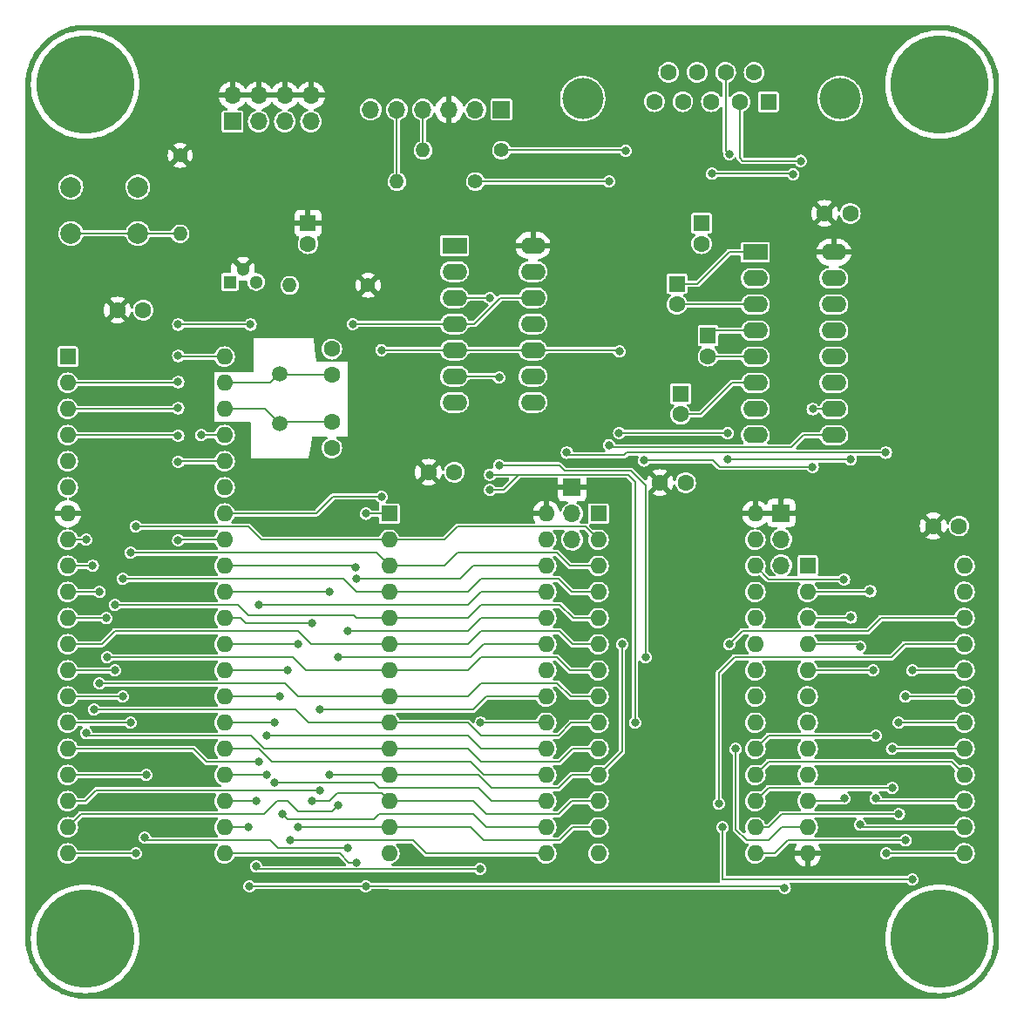
<source format=gtl>
G04 #@! TF.GenerationSoftware,KiCad,Pcbnew,(6.0.1)*
G04 #@! TF.CreationDate,2022-09-17T13:11:06-04:00*
G04 #@! TF.ProjectId,SIMPLE-6809,53494d50-4c45-42d3-9638-30392e6b6963,1*
G04 #@! TF.SameCoordinates,Original*
G04 #@! TF.FileFunction,Copper,L1,Top*
G04 #@! TF.FilePolarity,Positive*
%FSLAX46Y46*%
G04 Gerber Fmt 4.6, Leading zero omitted, Abs format (unit mm)*
G04 Created by KiCad (PCBNEW (6.0.1)) date 2022-09-17 13:11:06*
%MOMM*%
%LPD*%
G01*
G04 APERTURE LIST*
G04 #@! TA.AperFunction,ComponentPad*
%ADD10C,4.000000*%
G04 #@! TD*
G04 #@! TA.AperFunction,ComponentPad*
%ADD11R,1.600000X1.600000*%
G04 #@! TD*
G04 #@! TA.AperFunction,ComponentPad*
%ADD12C,1.600000*%
G04 #@! TD*
G04 #@! TA.AperFunction,ComponentPad*
%ADD13R,2.400000X1.600000*%
G04 #@! TD*
G04 #@! TA.AperFunction,ComponentPad*
%ADD14O,2.400000X1.600000*%
G04 #@! TD*
G04 #@! TA.AperFunction,ComponentPad*
%ADD15R,1.300000X1.300000*%
G04 #@! TD*
G04 #@! TA.AperFunction,ComponentPad*
%ADD16C,1.300000*%
G04 #@! TD*
G04 #@! TA.AperFunction,ComponentPad*
%ADD17C,1.400000*%
G04 #@! TD*
G04 #@! TA.AperFunction,ComponentPad*
%ADD18O,1.400000X1.400000*%
G04 #@! TD*
G04 #@! TA.AperFunction,ComponentPad*
%ADD19C,9.525000*%
G04 #@! TD*
G04 #@! TA.AperFunction,ComponentPad*
%ADD20O,1.600000X1.600000*%
G04 #@! TD*
G04 #@! TA.AperFunction,ComponentPad*
%ADD21R,1.700000X1.700000*%
G04 #@! TD*
G04 #@! TA.AperFunction,ComponentPad*
%ADD22O,1.700000X1.700000*%
G04 #@! TD*
G04 #@! TA.AperFunction,ComponentPad*
%ADD23C,2.000000*%
G04 #@! TD*
G04 #@! TA.AperFunction,ComponentPad*
%ADD24C,1.500000*%
G04 #@! TD*
G04 #@! TA.AperFunction,ViaPad*
%ADD25C,0.800000*%
G04 #@! TD*
G04 #@! TA.AperFunction,Conductor*
%ADD26C,0.203200*%
G04 #@! TD*
G04 APERTURE END LIST*
D10*
X143141000Y-51716000D03*
X168141000Y-51716000D03*
D11*
X161181000Y-52016000D03*
D12*
X158411000Y-52016000D03*
X155641000Y-52016000D03*
X152871000Y-52016000D03*
X150101000Y-52016000D03*
X159796000Y-49176000D03*
X157026000Y-49176000D03*
X154256000Y-49176000D03*
X151486000Y-49176000D03*
D13*
X159916000Y-66641000D03*
D14*
X159916000Y-69181000D03*
X159916000Y-71721000D03*
X159916000Y-74261000D03*
X159916000Y-76801000D03*
X159916000Y-79341000D03*
X159916000Y-81881000D03*
X159916000Y-84421000D03*
X167536000Y-84421000D03*
X167536000Y-81881000D03*
X167536000Y-79341000D03*
X167536000Y-76801000D03*
X167536000Y-74261000D03*
X167536000Y-71721000D03*
X167536000Y-69181000D03*
X167536000Y-66641000D03*
D15*
X108862000Y-69526000D03*
D16*
X110132000Y-68256000D03*
X111402000Y-69526000D03*
D12*
X130663000Y-88011000D03*
X128163000Y-88011000D03*
D17*
X104036000Y-57228000D03*
D18*
X104036000Y-64848000D03*
D12*
X100437000Y-72263000D03*
X97937000Y-72263000D03*
D19*
X94800000Y-50350000D03*
D12*
X118768000Y-83156000D03*
X118768000Y-85656000D03*
D17*
X122301000Y-69850000D03*
D18*
X114681000Y-69850000D03*
D11*
X93109000Y-76791000D03*
D20*
X93109000Y-79331000D03*
X93109000Y-81871000D03*
X93109000Y-84411000D03*
X93109000Y-86951000D03*
X93109000Y-89491000D03*
X93109000Y-92031000D03*
X93109000Y-94571000D03*
X93109000Y-97111000D03*
X93109000Y-99651000D03*
X93109000Y-102191000D03*
X93109000Y-104731000D03*
X93109000Y-107271000D03*
X93109000Y-109811000D03*
X93109000Y-112351000D03*
X93109000Y-114891000D03*
X93109000Y-117431000D03*
X93109000Y-119971000D03*
X93109000Y-122511000D03*
X93109000Y-125051000D03*
X108349000Y-125051000D03*
X108349000Y-122511000D03*
X108349000Y-119971000D03*
X108349000Y-117431000D03*
X108349000Y-114891000D03*
X108349000Y-112351000D03*
X108349000Y-109811000D03*
X108349000Y-107271000D03*
X108349000Y-104731000D03*
X108349000Y-102191000D03*
X108349000Y-99651000D03*
X108349000Y-97111000D03*
X108349000Y-94571000D03*
X108349000Y-92031000D03*
X108349000Y-89491000D03*
X108349000Y-86951000D03*
X108349000Y-84411000D03*
X108349000Y-81871000D03*
X108349000Y-79331000D03*
X108349000Y-76791000D03*
D21*
X109126000Y-53931000D03*
D22*
X109126000Y-51391000D03*
X111666000Y-53931000D03*
X111666000Y-51391000D03*
X114206000Y-53931000D03*
X114206000Y-51391000D03*
X116746000Y-53931000D03*
X116746000Y-51391000D03*
D12*
X153142000Y-89027000D03*
X150642000Y-89027000D03*
D11*
X124351000Y-92036000D03*
D20*
X124351000Y-94576000D03*
X124351000Y-97116000D03*
X124351000Y-99656000D03*
X124351000Y-102196000D03*
X124351000Y-104736000D03*
X124351000Y-107276000D03*
X124351000Y-109816000D03*
X124351000Y-112356000D03*
X124351000Y-114896000D03*
X124351000Y-117436000D03*
X124351000Y-119976000D03*
X124351000Y-122516000D03*
X124351000Y-125056000D03*
X139591000Y-125056000D03*
X139591000Y-122516000D03*
X139591000Y-119976000D03*
X139591000Y-117436000D03*
X139591000Y-114896000D03*
X139591000Y-112356000D03*
X139591000Y-109816000D03*
X139591000Y-107276000D03*
X139591000Y-104736000D03*
X139591000Y-102196000D03*
X139591000Y-99656000D03*
X139591000Y-97116000D03*
X139591000Y-94576000D03*
X139591000Y-92036000D03*
D11*
X152296000Y-69706000D03*
D12*
X152296000Y-71706000D03*
X118768000Y-78544000D03*
X118768000Y-76044000D03*
D11*
X164996000Y-97101000D03*
D20*
X164996000Y-99641000D03*
X164996000Y-102181000D03*
X164996000Y-104721000D03*
X164996000Y-107261000D03*
X164996000Y-109801000D03*
X164996000Y-112341000D03*
X164996000Y-114881000D03*
X164996000Y-117421000D03*
X164996000Y-119961000D03*
X164996000Y-122501000D03*
X164996000Y-125041000D03*
X180236000Y-125041000D03*
X180236000Y-122501000D03*
X180236000Y-119961000D03*
X180236000Y-117421000D03*
X180236000Y-114881000D03*
X180236000Y-112341000D03*
X180236000Y-109801000D03*
X180236000Y-107261000D03*
X180236000Y-104721000D03*
X180236000Y-102181000D03*
X180236000Y-99641000D03*
X180236000Y-97101000D03*
D11*
X155321000Y-74736888D03*
D12*
X155321000Y-76736888D03*
X169144000Y-62865000D03*
X166644000Y-62865000D03*
D19*
X94800000Y-133350000D03*
D21*
X135246000Y-52776000D03*
D22*
X132706000Y-52776000D03*
X130166000Y-52776000D03*
X127626000Y-52776000D03*
X125086000Y-52776000D03*
X122546000Y-52776000D03*
D11*
X144671000Y-92036000D03*
D20*
X144671000Y-94576000D03*
X144671000Y-97116000D03*
X144671000Y-99656000D03*
X144671000Y-102196000D03*
X144671000Y-104736000D03*
X144671000Y-107276000D03*
X144671000Y-109816000D03*
X144671000Y-112356000D03*
X144671000Y-114896000D03*
X144671000Y-117436000D03*
X144671000Y-119976000D03*
X144671000Y-122516000D03*
X144671000Y-125056000D03*
X159911000Y-125056000D03*
X159911000Y-122516000D03*
X159911000Y-119976000D03*
X159911000Y-117436000D03*
X159911000Y-114896000D03*
X159911000Y-112356000D03*
X159911000Y-109816000D03*
X159911000Y-107276000D03*
X159911000Y-104736000D03*
X159911000Y-102196000D03*
X159911000Y-99656000D03*
X159911000Y-97116000D03*
X159911000Y-94576000D03*
X159911000Y-92036000D03*
D23*
X93420000Y-60312000D03*
X99920000Y-60312000D03*
X93420000Y-64812000D03*
X99920000Y-64812000D03*
D13*
X130691000Y-65986000D03*
D14*
X130691000Y-68526000D03*
X130691000Y-71066000D03*
X130691000Y-73606000D03*
X130691000Y-76146000D03*
X130691000Y-78686000D03*
X130691000Y-81226000D03*
X138311000Y-81226000D03*
X138311000Y-78686000D03*
X138311000Y-76146000D03*
X138311000Y-73606000D03*
X138311000Y-71066000D03*
X138311000Y-68526000D03*
X138311000Y-65986000D03*
D19*
X177800000Y-50350000D03*
D17*
X135255000Y-56720000D03*
D18*
X127635000Y-56720000D03*
D21*
X162433000Y-91963000D03*
D22*
X162433000Y-94503000D03*
X162433000Y-97043000D03*
D19*
X177800000Y-133350000D03*
D11*
X116459000Y-63814888D03*
D12*
X116459000Y-65814888D03*
D11*
X152654000Y-80391000D03*
D12*
X152654000Y-82391000D03*
D21*
X142113000Y-89486000D03*
D22*
X142113000Y-92026000D03*
X142113000Y-94566000D03*
D17*
X132715000Y-59768000D03*
D18*
X125095000Y-59768000D03*
D24*
X113688000Y-83300000D03*
X113688000Y-78420000D03*
D12*
X179705000Y-93236000D03*
X177205000Y-93236000D03*
D11*
X154686000Y-63814888D03*
D12*
X154686000Y-65814888D03*
D25*
X119421500Y-105996000D03*
X119421500Y-120365500D03*
X99718000Y-125046000D03*
X99718000Y-93296000D03*
X121181000Y-98376000D03*
X168529000Y-98425000D03*
X121199500Y-125916500D03*
X168552000Y-119712000D03*
X122070000Y-92036000D03*
X122070000Y-128221000D03*
X162765000Y-128397000D03*
X110767000Y-128221000D03*
X110640000Y-122506000D03*
X111402000Y-119966000D03*
X133223000Y-112356000D03*
X111402000Y-126316000D03*
X133174000Y-126570000D03*
X113683000Y-109811000D03*
X173849000Y-121236000D03*
X113942000Y-121236000D03*
X173849000Y-112346000D03*
X114704000Y-123776000D03*
X174502500Y-123776000D03*
X114445000Y-107271000D03*
X174502500Y-109806000D03*
X113175000Y-112351000D03*
X173195500Y-114886000D03*
X173195500Y-118696000D03*
X113180000Y-118188000D03*
X158001000Y-114896000D03*
X94892000Y-113362000D03*
X94892000Y-94566000D03*
X95654000Y-111076000D03*
X95545500Y-97106000D03*
X175156000Y-107266000D03*
X115466000Y-104726000D03*
X115466000Y-122506000D03*
X175156000Y-127586000D03*
X156741000Y-122506000D03*
X96199000Y-108536000D03*
X96199000Y-99646000D03*
X171600000Y-113616000D03*
X171600000Y-119712000D03*
X112413000Y-117431000D03*
X112418000Y-113616000D03*
X96924000Y-105996000D03*
X96852500Y-102186000D03*
X157376000Y-104726000D03*
X118514000Y-99646000D03*
X118504000Y-117436000D03*
X146962000Y-104726000D03*
X156360000Y-120220000D03*
X116863000Y-119966000D03*
X116863000Y-102694000D03*
X97686000Y-107266000D03*
X97686000Y-100916000D03*
X98448000Y-109806000D03*
X98448000Y-98376000D03*
X99210000Y-112346000D03*
X99210000Y-95836000D03*
X111656000Y-116156000D03*
X111656000Y-100916000D03*
X120292000Y-124538000D03*
X100607000Y-123522000D03*
X100734000Y-117426000D03*
X120292000Y-103456000D03*
X117625000Y-111076000D03*
X117625000Y-118917489D03*
X106068000Y-84406000D03*
X123599000Y-76146000D03*
X157226000Y-86759500D03*
X157226000Y-84201000D03*
X170076000Y-122252000D03*
X169164000Y-86759500D03*
X123594000Y-90375000D03*
X170076000Y-104980000D03*
X169205500Y-102108000D03*
X146708000Y-76278000D03*
X146685000Y-84201000D03*
X145692000Y-85367000D03*
X171069000Y-99568000D03*
X145692000Y-59768000D03*
X147320000Y-56769000D03*
X165481000Y-87503000D03*
X149098000Y-86868000D03*
X165489000Y-81881000D03*
X135024000Y-78818000D03*
X135024000Y-87353000D03*
X149248000Y-105996000D03*
X172593000Y-86106000D03*
X121054000Y-97233000D03*
X141605000Y-86106000D03*
X120800000Y-73611000D03*
X172616000Y-125046000D03*
X148232000Y-112346000D03*
X134135000Y-89740000D03*
X134135000Y-88242000D03*
X134135000Y-71071000D03*
X164313309Y-57764365D03*
X163576000Y-59055000D03*
X155702000Y-59006000D03*
X157376000Y-57101000D03*
X171346000Y-107266000D03*
X103842000Y-94615000D03*
X103842000Y-79248000D03*
X103842000Y-81788000D03*
X103842000Y-73660000D03*
X103842000Y-86995000D03*
X103842000Y-76708000D03*
X103842000Y-84455000D03*
X110871000Y-73660000D03*
D26*
X114450000Y-119966000D02*
X115466000Y-120982000D01*
X112164000Y-121236000D02*
X113434000Y-119966000D01*
X94384000Y-121236000D02*
X112164000Y-121236000D01*
X93109000Y-122511000D02*
X94384000Y-121236000D01*
X133490000Y-104736000D02*
X132230000Y-105996000D01*
X113434000Y-119966000D02*
X114450000Y-119966000D01*
X132230000Y-105996000D02*
X119421500Y-105996000D01*
X115466000Y-120982000D02*
X118805000Y-120982000D01*
X118805000Y-120982000D02*
X119421500Y-120365500D01*
X139591000Y-104736000D02*
X133490000Y-104736000D01*
X124351000Y-94576000D02*
X111920000Y-94576000D01*
X111920000Y-94576000D02*
X110640000Y-93296000D01*
X99718000Y-125046000D02*
X99713000Y-125051000D01*
X144671000Y-94576000D02*
X143391000Y-93296000D01*
X129700000Y-94576000D02*
X124351000Y-94576000D01*
X130980000Y-93296000D02*
X129700000Y-94576000D01*
X143391000Y-93296000D02*
X130980000Y-93296000D01*
X99713000Y-125051000D02*
X93109000Y-125051000D01*
X99718000Y-93296000D02*
X110640000Y-93296000D01*
X132474000Y-97116000D02*
X131214000Y-98376000D01*
X121199500Y-125916500D02*
X120437500Y-125916500D01*
X164996000Y-119961000D02*
X168303000Y-119961000D01*
X159911000Y-97116000D02*
X161220000Y-98425000D01*
X168303000Y-119961000D02*
X168552000Y-119712000D01*
X139591000Y-97116000D02*
X132474000Y-97116000D01*
X108349000Y-125051000D02*
X119572000Y-125051000D01*
X131214000Y-98376000D02*
X121181000Y-98376000D01*
X161220000Y-98425000D02*
X168529000Y-98425000D01*
X120437500Y-125916500D02*
X119572000Y-125051000D01*
X110635000Y-122511000D02*
X110640000Y-122506000D01*
X122070000Y-92036000D02*
X124351000Y-92036000D01*
X162607511Y-128239511D02*
X162765000Y-128397000D01*
X110767000Y-128221000D02*
X124356000Y-128221000D01*
X124356000Y-128221000D02*
X124374511Y-128239511D01*
X108349000Y-122511000D02*
X110635000Y-122511000D01*
X124374511Y-128239511D02*
X162607511Y-128239511D01*
X111397000Y-119971000D02*
X111402000Y-119966000D01*
X111656000Y-126570000D02*
X111402000Y-126316000D01*
X108349000Y-119971000D02*
X111397000Y-119971000D01*
X133223000Y-112356000D02*
X139591000Y-112356000D01*
X133174000Y-126570000D02*
X111656000Y-126570000D01*
X114450000Y-121744000D02*
X122832000Y-121744000D01*
X161176000Y-122516000D02*
X162456000Y-121236000D01*
X123340000Y-121236000D02*
X132484000Y-121236000D01*
X122832000Y-121744000D02*
X123340000Y-121236000D01*
X113683000Y-109811000D02*
X108349000Y-109811000D01*
X113942000Y-121236000D02*
X114450000Y-121744000D01*
X133764000Y-122516000D02*
X139591000Y-122516000D01*
X173854000Y-112341000D02*
X180236000Y-112341000D01*
X159911000Y-122516000D02*
X161176000Y-122516000D01*
X162456000Y-121236000D02*
X173849000Y-121236000D01*
X132484000Y-121236000D02*
X133764000Y-122516000D01*
X173849000Y-112346000D02*
X173854000Y-112341000D01*
X174502500Y-109806000D02*
X174507500Y-109801000D01*
X114445000Y-107271000D02*
X108349000Y-107271000D01*
X174507500Y-109801000D02*
X180236000Y-109801000D01*
X163091000Y-123776000D02*
X174502500Y-123776000D01*
X127922000Y-125056000D02*
X126642000Y-123776000D01*
X139591000Y-125056000D02*
X127922000Y-125056000D01*
X161811000Y-125056000D02*
X163091000Y-123776000D01*
X159911000Y-125056000D02*
X161811000Y-125056000D01*
X114704000Y-123776000D02*
X126642000Y-123776000D01*
X173200500Y-114881000D02*
X180236000Y-114881000D01*
X113175000Y-112351000D02*
X108349000Y-112351000D01*
X173195500Y-114886000D02*
X173200500Y-114881000D01*
X139591000Y-119976000D02*
X134272000Y-119976000D01*
X113180000Y-118188000D02*
X122832000Y-118188000D01*
X161191000Y-118696000D02*
X173195500Y-118696000D01*
X161186000Y-118701000D02*
X161191000Y-118696000D01*
X159911000Y-119976000D02*
X161186000Y-118701000D01*
X122832000Y-118188000D02*
X123340000Y-118696000D01*
X132992000Y-118696000D02*
X123340000Y-118696000D01*
X134272000Y-119976000D02*
X132992000Y-118696000D01*
X112926000Y-116156000D02*
X111661000Y-114891000D01*
X178971000Y-116156000D02*
X180236000Y-117421000D01*
X133510000Y-117436000D02*
X132230000Y-116156000D01*
X139591000Y-117436000D02*
X133510000Y-117436000D01*
X111661000Y-114891000D02*
X108349000Y-114891000D01*
X161191000Y-116156000D02*
X178971000Y-116156000D01*
X159911000Y-117436000D02*
X161191000Y-116156000D01*
X132230000Y-116156000D02*
X112926000Y-116156000D01*
X93109000Y-94571000D02*
X94887000Y-94571000D01*
X162461000Y-122501000D02*
X161186000Y-123776000D01*
X124351000Y-114896000D02*
X131966000Y-114896000D01*
X142152000Y-114896000D02*
X140892000Y-116156000D01*
X164996000Y-122501000D02*
X162461000Y-122501000D01*
X158011000Y-114906000D02*
X158001000Y-114896000D01*
X159082000Y-123776000D02*
X158011000Y-122705000D01*
X94887000Y-94571000D02*
X94892000Y-94566000D01*
X95146000Y-113616000D02*
X110894000Y-113616000D01*
X131966000Y-114896000D02*
X133226000Y-116156000D01*
X161186000Y-123776000D02*
X159082000Y-123776000D01*
X133226000Y-116156000D02*
X140892000Y-116156000D01*
X158011000Y-122705000D02*
X158011000Y-114906000D01*
X112174000Y-114896000D02*
X124351000Y-114896000D01*
X144671000Y-114896000D02*
X142152000Y-114896000D01*
X110894000Y-113616000D02*
X112174000Y-114896000D01*
X94892000Y-113362000D02*
X95146000Y-113616000D01*
X133226000Y-113616000D02*
X131966000Y-112356000D01*
X95654000Y-111076000D02*
X115212000Y-111076000D01*
X93109000Y-97111000D02*
X95540500Y-97111000D01*
X124351000Y-112356000D02*
X116492000Y-112356000D01*
X116492000Y-112356000D02*
X115212000Y-111076000D01*
X131966000Y-112356000D02*
X124351000Y-112356000D01*
X140765000Y-113616000D02*
X133226000Y-113616000D01*
X95540500Y-97111000D02*
X95545500Y-97106000D01*
X144671000Y-112356000D02*
X142025000Y-112356000D01*
X142025000Y-112356000D02*
X140765000Y-113616000D01*
X115461000Y-104731000D02*
X115466000Y-104726000D01*
X115466000Y-122506000D02*
X118260000Y-122506000D01*
X124351000Y-122516000D02*
X132240000Y-122516000D01*
X175161000Y-107261000D02*
X180236000Y-107261000D01*
X117000000Y-122516000D02*
X124351000Y-122516000D01*
X175137489Y-127567489D02*
X175156000Y-127586000D01*
X132240000Y-122516000D02*
X133500000Y-123776000D01*
X175156000Y-107266000D02*
X175161000Y-107261000D01*
X156741000Y-122506000D02*
X156741000Y-127586000D01*
X133500000Y-123776000D02*
X140921000Y-123776000D01*
X142181000Y-122516000D02*
X140921000Y-123776000D01*
X108349000Y-104731000D02*
X115461000Y-104731000D01*
X156741000Y-127586000D02*
X156759511Y-127567489D01*
X144671000Y-122516000D02*
X142181000Y-122516000D01*
X156759511Y-127567489D02*
X175137489Y-127567489D01*
X96199000Y-108536000D02*
X114196000Y-108536000D01*
X124351000Y-109816000D02*
X131966000Y-109816000D01*
X133246000Y-108536000D02*
X140667000Y-108536000D01*
X144671000Y-109816000D02*
X141947000Y-109816000D01*
X141947000Y-109816000D02*
X140667000Y-108536000D01*
X124351000Y-109816000D02*
X115476000Y-109816000D01*
X131966000Y-109816000D02*
X133246000Y-108536000D01*
X93109000Y-99651000D02*
X96194000Y-99651000D01*
X96194000Y-99651000D02*
X96199000Y-99646000D01*
X115476000Y-109816000D02*
X114196000Y-108536000D01*
X112418000Y-113616000D02*
X131976000Y-113616000D01*
X171849000Y-119961000D02*
X171600000Y-119712000D01*
X108349000Y-117431000D02*
X112413000Y-117431000D01*
X133256000Y-114896000D02*
X139591000Y-114896000D01*
X161191000Y-113616000D02*
X159911000Y-114896000D01*
X131976000Y-113616000D02*
X133256000Y-114896000D01*
X180236000Y-119961000D02*
X171849000Y-119961000D01*
X171600000Y-113616000D02*
X161191000Y-113616000D01*
X131966000Y-107276000D02*
X133246000Y-105996000D01*
X124351000Y-107276000D02*
X116238000Y-107276000D01*
X93109000Y-102191000D02*
X96847500Y-102191000D01*
X96924000Y-105996000D02*
X114958000Y-105996000D01*
X133246000Y-105996000D02*
X140638000Y-105996000D01*
X96847500Y-102191000D02*
X96852500Y-102186000D01*
X116238000Y-107276000D02*
X114958000Y-105996000D01*
X124351000Y-107276000D02*
X131966000Y-107276000D01*
X141918000Y-107276000D02*
X140638000Y-105996000D01*
X144671000Y-107276000D02*
X141918000Y-107276000D01*
X133002000Y-117436000D02*
X134262000Y-118696000D01*
X142054000Y-117436000D02*
X140794000Y-118696000D01*
X116477000Y-99651000D02*
X116482000Y-99646000D01*
X180236000Y-102181000D02*
X172113000Y-102181000D01*
X144671000Y-117436000D02*
X142054000Y-117436000D01*
X108349000Y-99651000D02*
X116477000Y-99651000D01*
X146962000Y-115145000D02*
X144671000Y-117436000D01*
X116482000Y-99646000D02*
X118514000Y-99646000D01*
X172113000Y-102181000D02*
X170838000Y-103456000D01*
X146962000Y-104726000D02*
X146962000Y-115145000D01*
X118504000Y-117436000D02*
X133002000Y-117436000D01*
X158646000Y-103456000D02*
X170838000Y-103456000D01*
X158646000Y-103456000D02*
X157376000Y-104726000D01*
X134262000Y-118696000D02*
X140794000Y-118696000D01*
X116746000Y-104736000D02*
X115466000Y-103456000D01*
X133246000Y-103456000D02*
X140892000Y-103456000D01*
X96411000Y-104731000D02*
X97686000Y-103456000D01*
X124351000Y-104736000D02*
X131966000Y-104736000D01*
X93109000Y-104731000D02*
X96411000Y-104731000D01*
X142172000Y-104736000D02*
X140892000Y-103456000D01*
X144671000Y-104736000D02*
X142172000Y-104736000D01*
X97686000Y-103456000D02*
X115466000Y-103456000D01*
X131966000Y-104736000D02*
X133246000Y-103456000D01*
X124351000Y-104736000D02*
X116746000Y-104736000D01*
X132494000Y-119976000D02*
X133754000Y-121236000D01*
X142054000Y-119976000D02*
X140794000Y-121236000D01*
X180236000Y-104721000D02*
X174399000Y-104721000D01*
X157884000Y-105996000D02*
X156360000Y-107520000D01*
X110376000Y-102694000D02*
X116863000Y-102694000D01*
X174399000Y-104721000D02*
X173124000Y-105996000D01*
X144671000Y-119976000D02*
X142054000Y-119976000D01*
X173124000Y-105996000D02*
X157884000Y-105996000D01*
X118514000Y-119966000D02*
X119276000Y-119204000D01*
X123579000Y-119204000D02*
X119276000Y-119204000D01*
X108349000Y-102191000D02*
X109873000Y-102191000D01*
X116863000Y-119966000D02*
X118514000Y-119966000D01*
X156360000Y-107520000D02*
X156360000Y-120220000D01*
X124351000Y-119976000D02*
X132494000Y-119976000D01*
X133754000Y-121236000D02*
X140794000Y-121236000D01*
X110376000Y-102694000D02*
X109873000Y-102191000D01*
X124351000Y-119976000D02*
X123579000Y-119204000D01*
X142201000Y-102196000D02*
X140921000Y-100916000D01*
X133246000Y-100916000D02*
X140921000Y-100916000D01*
X97686000Y-100916000D02*
X109624000Y-100916000D01*
X131966000Y-102196000D02*
X133246000Y-100916000D01*
X93109000Y-107271000D02*
X97681000Y-107271000D01*
X97681000Y-107271000D02*
X97686000Y-107266000D01*
X109624000Y-100916000D02*
X110640000Y-101932000D01*
X124351000Y-102196000D02*
X131966000Y-102196000D01*
X110640000Y-101932000D02*
X120907000Y-101932000D01*
X120907000Y-101932000D02*
X121171000Y-102196000D01*
X144671000Y-102196000D02*
X142201000Y-102196000D01*
X121171000Y-102196000D02*
X124351000Y-102196000D01*
X98448000Y-98376000D02*
X119891000Y-98376000D01*
X144671000Y-99656000D02*
X142074000Y-99656000D01*
X93109000Y-109811000D02*
X98443000Y-109811000D01*
X133246000Y-98376000D02*
X140794000Y-98376000D01*
X142074000Y-99656000D02*
X140794000Y-98376000D01*
X119891000Y-98376000D02*
X121171000Y-99656000D01*
X124351000Y-99656000D02*
X131966000Y-99656000D01*
X98443000Y-109811000D02*
X98448000Y-109806000D01*
X121171000Y-99656000D02*
X124351000Y-99656000D01*
X131966000Y-99656000D02*
X133246000Y-98376000D01*
X123071000Y-95836000D02*
X124351000Y-97116000D01*
X140638000Y-95836000D02*
X130960000Y-95836000D01*
X144671000Y-97116000D02*
X141918000Y-97116000D01*
X99205000Y-112351000D02*
X99210000Y-112346000D01*
X129680000Y-97116000D02*
X124351000Y-97116000D01*
X99210000Y-95836000D02*
X123071000Y-95836000D01*
X141918000Y-97116000D02*
X140638000Y-95836000D01*
X93109000Y-112351000D02*
X99205000Y-112351000D01*
X130960000Y-95836000D02*
X129680000Y-97116000D01*
X111656000Y-100916000D02*
X131976000Y-100916000D01*
X105311000Y-114891000D02*
X106576000Y-116156000D01*
X131976000Y-100916000D02*
X133236000Y-99656000D01*
X111656000Y-116156000D02*
X106576000Y-116156000D01*
X139591000Y-99656000D02*
X133236000Y-99656000D01*
X93109000Y-114891000D02*
X105311000Y-114891000D01*
X139591000Y-102196000D02*
X133236000Y-102196000D01*
X100861000Y-123776000D02*
X112799000Y-123776000D01*
X113561000Y-124538000D02*
X112799000Y-123776000D01*
X93109000Y-117431000D02*
X100729000Y-117431000D01*
X133236000Y-102196000D02*
X131976000Y-103456000D01*
X100607000Y-123522000D02*
X100861000Y-123776000D01*
X120292000Y-124538000D02*
X113561000Y-124538000D01*
X100729000Y-117431000D02*
X100734000Y-117426000D01*
X120292000Y-103456000D02*
X131976000Y-103456000D01*
X94821978Y-119971000D02*
X95875489Y-118917489D01*
X117625000Y-111076000D02*
X132484000Y-111076000D01*
X93109000Y-119971000D02*
X94821978Y-119971000D01*
X95875489Y-118917489D02*
X117625000Y-118917489D01*
X133744000Y-109816000D02*
X132484000Y-111076000D01*
X139591000Y-109816000D02*
X133744000Y-109816000D01*
X93420000Y-64812000D02*
X99920000Y-64812000D01*
X104036000Y-64848000D02*
X99956000Y-64848000D01*
X108349000Y-84411000D02*
X106073000Y-84411000D01*
X106073000Y-84411000D02*
X106068000Y-84406000D01*
X157376000Y-66626000D02*
X157391000Y-66641000D01*
X152296000Y-69706000D02*
X154296000Y-69706000D01*
X157391000Y-66641000D02*
X159916000Y-66641000D01*
X154296000Y-69706000D02*
X157376000Y-66626000D01*
X159916000Y-71721000D02*
X152311000Y-71721000D01*
X159916000Y-74261000D02*
X155796888Y-74261000D01*
X159916000Y-76801000D02*
X155385112Y-76801000D01*
X108349000Y-79331000D02*
X112777000Y-79331000D01*
X112777000Y-79331000D02*
X113688000Y-78420000D01*
X118768000Y-78544000D02*
X113812000Y-78544000D01*
X118768000Y-83156000D02*
X113832000Y-83156000D01*
X112259000Y-81871000D02*
X113688000Y-83300000D01*
X108349000Y-81871000D02*
X112259000Y-81871000D01*
X146576000Y-76146000D02*
X146708000Y-76278000D01*
X180236000Y-122501000D02*
X170325000Y-122501000D01*
X117239000Y-92031000D02*
X118895000Y-90375000D01*
X130691000Y-76146000D02*
X123599000Y-76146000D01*
X164996000Y-102181000D02*
X169132500Y-102181000D01*
X169817000Y-104721000D02*
X164996000Y-104721000D01*
X118895000Y-90375000D02*
X123594000Y-90375000D01*
X170076000Y-104980000D02*
X169817000Y-104721000D01*
X146685000Y-84201000D02*
X157226000Y-84201000D01*
X138311000Y-76146000D02*
X146576000Y-76146000D01*
X169164000Y-86759500D02*
X157226000Y-86759500D01*
X108349000Y-92031000D02*
X117239000Y-92031000D01*
X169132500Y-102181000D02*
X169205500Y-102108000D01*
X170325000Y-122501000D02*
X170076000Y-122252000D01*
X130691000Y-76146000D02*
X138311000Y-76146000D01*
X170996000Y-99641000D02*
X171069000Y-99568000D01*
X132715000Y-59768000D02*
X145692000Y-59768000D01*
X164626000Y-84421000D02*
X167536000Y-84421000D01*
X163449000Y-85598000D02*
X145923000Y-85598000D01*
X145923000Y-85598000D02*
X145692000Y-85367000D01*
X164996000Y-99641000D02*
X170996000Y-99641000D01*
X164626000Y-84421000D02*
X163449000Y-85598000D01*
X147271000Y-56720000D02*
X147320000Y-56769000D01*
X149098000Y-86868000D02*
X155829000Y-86868000D01*
X155829000Y-86868000D02*
X156464000Y-87503000D01*
X135255000Y-56720000D02*
X147271000Y-56720000D01*
X167536000Y-81881000D02*
X165489000Y-81881000D01*
X165481000Y-87503000D02*
X156464000Y-87503000D01*
X141399880Y-87886880D02*
X147830880Y-87886880D01*
X140866000Y-87353000D02*
X141399880Y-87886880D01*
X149248000Y-89304000D02*
X149248000Y-105996000D01*
X130691000Y-78686000D02*
X134892000Y-78686000D01*
X135024000Y-87353000D02*
X140866000Y-87353000D01*
X147830880Y-87886880D02*
X149248000Y-89304000D01*
X134892000Y-78686000D02*
X135024000Y-78818000D01*
X141859000Y-86360000D02*
X141605000Y-86106000D01*
X135156000Y-71066000D02*
X138311000Y-71066000D01*
X147193000Y-86360000D02*
X141859000Y-86360000D01*
X147447000Y-86106000D02*
X147193000Y-86360000D01*
X120932000Y-97111000D02*
X121054000Y-97233000D01*
X120800000Y-73611000D02*
X120805000Y-73606000D01*
X172593000Y-86106000D02*
X147447000Y-86106000D01*
X130691000Y-73606000D02*
X132616000Y-73606000D01*
X120805000Y-73606000D02*
X130691000Y-73606000D01*
X172621000Y-125041000D02*
X180236000Y-125041000D01*
X132616000Y-73606000D02*
X135156000Y-71066000D01*
X172616000Y-125046000D02*
X172621000Y-125041000D01*
X108349000Y-97111000D02*
X120932000Y-97111000D01*
X134135000Y-71071000D02*
X134130000Y-71066000D01*
X135431000Y-89740000D02*
X136906000Y-88265000D01*
X134135000Y-89740000D02*
X135431000Y-89740000D01*
X147551000Y-88242000D02*
X148232000Y-88923000D01*
X148232000Y-88923000D02*
X148232000Y-112346000D01*
X134130000Y-71066000D02*
X130691000Y-71066000D01*
X134135000Y-88242000D02*
X147551000Y-88242000D01*
X157641000Y-79341000D02*
X159916000Y-79341000D01*
X154591000Y-82391000D02*
X157641000Y-79341000D01*
X152654000Y-82391000D02*
X154591000Y-82391000D01*
X127626000Y-52776000D02*
X127626000Y-56711000D01*
X125086000Y-52776000D02*
X125086000Y-59759000D01*
X158411000Y-52016000D02*
X158411000Y-57501000D01*
X158411000Y-57501000D02*
X158674365Y-57764365D01*
X158674365Y-57764365D02*
X164313309Y-57764365D01*
X155702000Y-59006000D02*
X163527000Y-59006000D01*
X163527000Y-59006000D02*
X163576000Y-59055000D01*
X157026000Y-49176000D02*
X157026000Y-56751000D01*
X157026000Y-56751000D02*
X157376000Y-57101000D01*
X171341000Y-107261000D02*
X171346000Y-107266000D01*
X164996000Y-107261000D02*
X171341000Y-107261000D01*
X103925000Y-76791000D02*
X103842000Y-76708000D01*
X103759000Y-79331000D02*
X103842000Y-79248000D01*
X108349000Y-86951000D02*
X103886000Y-86951000D01*
X108349000Y-94571000D02*
X103886000Y-94571000D01*
X103759000Y-81871000D02*
X103842000Y-81788000D01*
X110871000Y-73660000D02*
X103842000Y-73660000D01*
X103886000Y-94571000D02*
X103842000Y-94615000D01*
X103886000Y-86951000D02*
X103842000Y-86995000D01*
X93109000Y-81871000D02*
X103759000Y-81871000D01*
X93109000Y-79331000D02*
X103759000Y-79331000D01*
X103798000Y-84411000D02*
X103842000Y-84455000D01*
X93109000Y-84411000D02*
X103798000Y-84411000D01*
X108349000Y-76791000D02*
X103925000Y-76791000D01*
G04 #@! TA.AperFunction,Conductor*
G36*
X177780552Y-44555237D02*
G01*
X177785808Y-44555246D01*
X177799636Y-44558426D01*
X177813476Y-44555294D01*
X177827664Y-44555319D01*
X177827664Y-44555373D01*
X177835941Y-44554612D01*
X177974710Y-44560065D01*
X178249862Y-44570876D01*
X178259724Y-44571652D01*
X178701907Y-44623987D01*
X178711679Y-44625535D01*
X178934288Y-44669814D01*
X179148393Y-44712403D01*
X179157994Y-44714708D01*
X179445412Y-44795768D01*
X179586540Y-44835570D01*
X179595949Y-44838627D01*
X180013696Y-44992742D01*
X180022833Y-44996527D01*
X180427202Y-45182943D01*
X180436007Y-45187430D01*
X180824504Y-45404999D01*
X180832940Y-45410168D01*
X181203164Y-45657543D01*
X181211152Y-45663347D01*
X181358564Y-45779557D01*
X181560831Y-45939012D01*
X181568354Y-45945437D01*
X181656221Y-46026660D01*
X181895333Y-46247693D01*
X181902307Y-46254667D01*
X182068467Y-46434418D01*
X182204563Y-46581646D01*
X182210988Y-46589169D01*
X182486647Y-46938840D01*
X182492457Y-46946836D01*
X182500342Y-46958638D01*
X182739832Y-47317060D01*
X182745001Y-47325496D01*
X182962570Y-47713993D01*
X182967062Y-47722808D01*
X183153472Y-48127164D01*
X183157258Y-48136304D01*
X183311373Y-48554051D01*
X183314430Y-48563460D01*
X183331311Y-48623316D01*
X183435292Y-48992006D01*
X183437599Y-49001614D01*
X183524465Y-49438321D01*
X183526013Y-49448093D01*
X183578348Y-49890276D01*
X183579124Y-49900138D01*
X183595365Y-50313482D01*
X183594603Y-50321620D01*
X183594779Y-50321620D01*
X183594754Y-50335805D01*
X183591574Y-50349636D01*
X183594706Y-50363477D01*
X183594698Y-50367994D01*
X183596800Y-50386809D01*
X183596800Y-133312609D01*
X183594763Y-133330552D01*
X183594754Y-133335808D01*
X183591574Y-133349636D01*
X183594706Y-133363476D01*
X183594681Y-133377664D01*
X183594627Y-133377664D01*
X183595388Y-133385943D01*
X183579124Y-133799862D01*
X183578348Y-133809724D01*
X183526013Y-134251907D01*
X183524465Y-134261679D01*
X183437599Y-134698386D01*
X183435292Y-134707994D01*
X183432424Y-134718165D01*
X183314430Y-135136540D01*
X183311373Y-135145949D01*
X183157258Y-135563696D01*
X183153472Y-135572836D01*
X182967062Y-135977192D01*
X182962570Y-135986007D01*
X182745001Y-136374504D01*
X182739832Y-136382940D01*
X182498993Y-136743382D01*
X182492462Y-136753156D01*
X182486647Y-136761160D01*
X182210988Y-137110831D01*
X182204563Y-137118354D01*
X182068467Y-137265582D01*
X181902307Y-137445333D01*
X181895333Y-137452307D01*
X181765634Y-137572200D01*
X181568354Y-137754563D01*
X181560831Y-137760988D01*
X181383925Y-137900450D01*
X181211152Y-138036653D01*
X181203164Y-138042457D01*
X180962518Y-138203251D01*
X180832940Y-138289832D01*
X180824504Y-138295001D01*
X180436007Y-138512570D01*
X180427202Y-138517057D01*
X180022836Y-138703472D01*
X180013696Y-138707258D01*
X179595949Y-138861373D01*
X179586540Y-138864430D01*
X179445412Y-138904232D01*
X179157994Y-138985292D01*
X179148393Y-138987597D01*
X178934288Y-139030186D01*
X178711679Y-139074465D01*
X178701907Y-139076013D01*
X178259724Y-139128348D01*
X178249862Y-139129124D01*
X177836518Y-139145365D01*
X177828380Y-139144603D01*
X177828380Y-139144779D01*
X177814195Y-139144754D01*
X177800364Y-139141574D01*
X177786523Y-139144706D01*
X177782006Y-139144698D01*
X177763191Y-139146800D01*
X94837391Y-139146800D01*
X94819448Y-139144763D01*
X94814192Y-139144754D01*
X94800364Y-139141574D01*
X94786524Y-139144706D01*
X94772336Y-139144681D01*
X94772336Y-139144627D01*
X94764059Y-139145388D01*
X94625290Y-139139935D01*
X94350138Y-139129124D01*
X94340276Y-139128348D01*
X93898093Y-139076013D01*
X93888321Y-139074465D01*
X93665712Y-139030186D01*
X93451607Y-138987597D01*
X93442006Y-138985292D01*
X93154588Y-138904232D01*
X93013460Y-138864430D01*
X93004051Y-138861373D01*
X92586304Y-138707258D01*
X92577164Y-138703472D01*
X92172798Y-138517057D01*
X92163993Y-138512570D01*
X91775496Y-138295001D01*
X91767060Y-138289832D01*
X91637482Y-138203251D01*
X91396836Y-138042457D01*
X91388848Y-138036653D01*
X91216075Y-137900450D01*
X91039169Y-137760988D01*
X91031646Y-137754563D01*
X90834366Y-137572200D01*
X90704667Y-137452307D01*
X90697693Y-137445333D01*
X90531533Y-137265582D01*
X90395437Y-137118354D01*
X90389012Y-137110831D01*
X90113353Y-136761160D01*
X90107538Y-136753156D01*
X90101008Y-136743382D01*
X89860168Y-136382940D01*
X89854999Y-136374504D01*
X89637430Y-135986007D01*
X89632938Y-135977192D01*
X89446528Y-135572836D01*
X89442742Y-135563696D01*
X89288627Y-135145949D01*
X89285570Y-135136540D01*
X89167576Y-134718165D01*
X89164708Y-134707994D01*
X89162401Y-134698386D01*
X89075535Y-134261679D01*
X89073987Y-134251907D01*
X89021652Y-133809724D01*
X89020876Y-133799862D01*
X89004635Y-133386518D01*
X89005397Y-133378380D01*
X89005221Y-133378380D01*
X89005246Y-133364195D01*
X89008426Y-133350364D01*
X89008344Y-133350000D01*
X89523978Y-133350000D01*
X89524098Y-133352748D01*
X89543836Y-133804812D01*
X89544055Y-133809836D01*
X89544416Y-133812575D01*
X89602902Y-134256819D01*
X89604133Y-134266172D01*
X89703754Y-134715535D01*
X89842161Y-135154506D01*
X90018300Y-135579743D01*
X90230831Y-135988011D01*
X90478136Y-136376202D01*
X90758333Y-136741362D01*
X91069289Y-137080711D01*
X91408638Y-137391667D01*
X91410800Y-137393326D01*
X91410806Y-137393331D01*
X91483300Y-137448957D01*
X91773798Y-137671864D01*
X92161989Y-137919169D01*
X92570257Y-138131700D01*
X92995494Y-138307839D01*
X92998114Y-138308665D01*
X92998122Y-138308668D01*
X93431835Y-138445417D01*
X93431840Y-138445418D01*
X93434465Y-138446246D01*
X93883828Y-138545867D01*
X93886548Y-138546225D01*
X93886553Y-138546226D01*
X94057423Y-138568721D01*
X94340164Y-138605945D01*
X94342913Y-138606065D01*
X94342924Y-138606066D01*
X94797252Y-138625902D01*
X94800000Y-138626022D01*
X94802748Y-138625902D01*
X95257076Y-138606066D01*
X95257087Y-138606065D01*
X95259836Y-138605945D01*
X95542577Y-138568721D01*
X95713447Y-138546226D01*
X95713452Y-138546225D01*
X95716172Y-138545867D01*
X96165535Y-138446246D01*
X96168160Y-138445418D01*
X96168165Y-138445417D01*
X96601878Y-138308668D01*
X96601886Y-138308665D01*
X96604506Y-138307839D01*
X97029743Y-138131700D01*
X97438011Y-137919169D01*
X97826202Y-137671864D01*
X98116700Y-137448957D01*
X98189194Y-137393331D01*
X98189200Y-137393326D01*
X98191362Y-137391667D01*
X98530711Y-137080711D01*
X98841667Y-136741362D01*
X99121864Y-136376202D01*
X99369169Y-135988011D01*
X99581700Y-135579743D01*
X99757839Y-135154506D01*
X99896246Y-134715535D01*
X99995867Y-134266172D01*
X99997099Y-134256819D01*
X100055584Y-133812575D01*
X100055945Y-133809836D01*
X100056165Y-133804812D01*
X100075902Y-133352748D01*
X100076022Y-133350000D01*
X172523978Y-133350000D01*
X172524098Y-133352748D01*
X172543836Y-133804812D01*
X172544055Y-133809836D01*
X172544416Y-133812575D01*
X172602902Y-134256819D01*
X172604133Y-134266172D01*
X172703754Y-134715535D01*
X172842161Y-135154506D01*
X173018300Y-135579743D01*
X173230831Y-135988011D01*
X173478136Y-136376202D01*
X173758333Y-136741362D01*
X174069289Y-137080711D01*
X174408638Y-137391667D01*
X174410800Y-137393326D01*
X174410806Y-137393331D01*
X174483300Y-137448957D01*
X174773798Y-137671864D01*
X175161989Y-137919169D01*
X175570257Y-138131700D01*
X175995494Y-138307839D01*
X175998114Y-138308665D01*
X175998122Y-138308668D01*
X176431835Y-138445417D01*
X176431840Y-138445418D01*
X176434465Y-138446246D01*
X176883828Y-138545867D01*
X176886548Y-138546225D01*
X176886553Y-138546226D01*
X177057423Y-138568721D01*
X177340164Y-138605945D01*
X177342913Y-138606065D01*
X177342924Y-138606066D01*
X177797252Y-138625902D01*
X177800000Y-138626022D01*
X177802748Y-138625902D01*
X178257076Y-138606066D01*
X178257087Y-138606065D01*
X178259836Y-138605945D01*
X178542577Y-138568721D01*
X178713447Y-138546226D01*
X178713452Y-138546225D01*
X178716172Y-138545867D01*
X179165535Y-138446246D01*
X179168160Y-138445418D01*
X179168165Y-138445417D01*
X179601878Y-138308668D01*
X179601886Y-138308665D01*
X179604506Y-138307839D01*
X180029743Y-138131700D01*
X180438011Y-137919169D01*
X180826202Y-137671864D01*
X181116700Y-137448957D01*
X181189194Y-137393331D01*
X181189200Y-137393326D01*
X181191362Y-137391667D01*
X181530711Y-137080711D01*
X181841667Y-136741362D01*
X182121864Y-136376202D01*
X182369169Y-135988011D01*
X182581700Y-135579743D01*
X182757839Y-135154506D01*
X182896246Y-134715535D01*
X182995867Y-134266172D01*
X182997099Y-134256819D01*
X183055584Y-133812575D01*
X183055945Y-133809836D01*
X183056165Y-133804812D01*
X183075902Y-133352748D01*
X183076022Y-133350000D01*
X183055945Y-132890164D01*
X182995867Y-132433828D01*
X182896246Y-131984465D01*
X182757839Y-131545494D01*
X182581700Y-131120257D01*
X182369169Y-130711989D01*
X182121864Y-130323798D01*
X181841667Y-129958638D01*
X181530711Y-129619289D01*
X181191362Y-129308333D01*
X181189200Y-129306674D01*
X181189194Y-129306669D01*
X181065147Y-129211485D01*
X180826202Y-129028136D01*
X180438011Y-128780831D01*
X180029743Y-128568300D01*
X180015082Y-128562227D01*
X179963567Y-128540889D01*
X179604506Y-128392161D01*
X179601886Y-128391335D01*
X179601878Y-128391332D01*
X179168165Y-128254583D01*
X179168160Y-128254582D01*
X179165535Y-128253754D01*
X178716172Y-128154133D01*
X178713452Y-128153775D01*
X178713447Y-128153774D01*
X178542577Y-128131279D01*
X178259836Y-128094055D01*
X178257087Y-128093935D01*
X178257076Y-128093934D01*
X177802748Y-128074098D01*
X177800000Y-128073978D01*
X177797252Y-128074098D01*
X177342924Y-128093934D01*
X177342913Y-128093935D01*
X177340164Y-128094055D01*
X177057423Y-128131279D01*
X176886553Y-128153774D01*
X176886548Y-128153775D01*
X176883828Y-128154133D01*
X176434465Y-128253754D01*
X176431840Y-128254582D01*
X176431835Y-128254583D01*
X175998122Y-128391332D01*
X175998114Y-128391335D01*
X175995494Y-128392161D01*
X175636433Y-128540889D01*
X175584919Y-128562227D01*
X175570257Y-128568300D01*
X175161989Y-128780831D01*
X174773798Y-129028136D01*
X174534853Y-129211485D01*
X174410806Y-129306669D01*
X174410800Y-129306674D01*
X174408638Y-129308333D01*
X174069289Y-129619289D01*
X173758333Y-129958638D01*
X173478136Y-130323798D01*
X173230831Y-130711989D01*
X173018300Y-131120257D01*
X172842161Y-131545494D01*
X172703754Y-131984465D01*
X172604133Y-132433828D01*
X172544055Y-132890164D01*
X172523978Y-133350000D01*
X100076022Y-133350000D01*
X100055945Y-132890164D01*
X99995867Y-132433828D01*
X99896246Y-131984465D01*
X99757839Y-131545494D01*
X99581700Y-131120257D01*
X99369169Y-130711989D01*
X99121864Y-130323798D01*
X98841667Y-129958638D01*
X98530711Y-129619289D01*
X98191362Y-129308333D01*
X98189200Y-129306674D01*
X98189194Y-129306669D01*
X98065147Y-129211485D01*
X97826202Y-129028136D01*
X97438011Y-128780831D01*
X97029743Y-128568300D01*
X97015082Y-128562227D01*
X96963567Y-128540889D01*
X96604506Y-128392161D01*
X96601886Y-128391335D01*
X96601878Y-128391332D01*
X96168165Y-128254583D01*
X96168160Y-128254582D01*
X96165535Y-128253754D01*
X96017791Y-128221000D01*
X110158091Y-128221000D01*
X110178839Y-128378597D01*
X110181998Y-128386224D01*
X110181999Y-128386227D01*
X110189853Y-128405188D01*
X110239669Y-128525454D01*
X110336436Y-128651564D01*
X110462545Y-128748331D01*
X110535974Y-128778746D01*
X110601773Y-128806001D01*
X110601776Y-128806002D01*
X110609403Y-128809161D01*
X110767000Y-128829909D01*
X110775188Y-128828831D01*
X110916409Y-128810239D01*
X110924597Y-128809161D01*
X110932224Y-128806002D01*
X110932227Y-128806001D01*
X110998026Y-128778746D01*
X111071455Y-128748331D01*
X111197564Y-128651564D01*
X111255856Y-128575596D01*
X111313194Y-128533729D01*
X111355819Y-128526300D01*
X121481181Y-128526300D01*
X121549302Y-128546302D01*
X121581144Y-128575596D01*
X121639436Y-128651564D01*
X121765545Y-128748331D01*
X121838974Y-128778746D01*
X121904773Y-128806001D01*
X121904776Y-128806002D01*
X121912403Y-128809161D01*
X122070000Y-128829909D01*
X122078188Y-128828831D01*
X122219409Y-128810239D01*
X122227597Y-128809161D01*
X122235224Y-128806002D01*
X122235227Y-128806001D01*
X122301026Y-128778746D01*
X122374455Y-128748331D01*
X122500564Y-128651564D01*
X122558856Y-128575596D01*
X122616194Y-128533729D01*
X122658819Y-128526300D01*
X124245150Y-128526300D01*
X124291840Y-128535270D01*
X124305924Y-128540889D01*
X124305927Y-128540890D01*
X124314184Y-128544184D01*
X124320579Y-128544811D01*
X124323875Y-128544811D01*
X124324028Y-128544829D01*
X124326731Y-128544961D01*
X124326722Y-128545144D01*
X124339279Y-128546614D01*
X124348018Y-128547041D01*
X124359339Y-128549728D01*
X124370868Y-128548159D01*
X124370869Y-128548159D01*
X124387011Y-128545962D01*
X124404002Y-128544811D01*
X162088595Y-128544811D01*
X162156716Y-128564813D01*
X162205004Y-128622593D01*
X162237669Y-128701454D01*
X162334436Y-128827564D01*
X162460545Y-128924331D01*
X162533974Y-128954746D01*
X162599773Y-128982001D01*
X162599776Y-128982002D01*
X162607403Y-128985161D01*
X162765000Y-129005909D01*
X162773188Y-129004831D01*
X162914409Y-128986239D01*
X162922597Y-128985161D01*
X162930224Y-128982002D01*
X162930227Y-128982001D01*
X162996026Y-128954746D01*
X163069455Y-128924331D01*
X163195564Y-128827564D01*
X163292331Y-128701454D01*
X163344463Y-128575596D01*
X163350001Y-128562227D01*
X163350002Y-128562224D01*
X163353161Y-128554597D01*
X163373909Y-128397000D01*
X163363535Y-128318201D01*
X163354239Y-128247591D01*
X163353161Y-128239403D01*
X163345539Y-128221000D01*
X163295491Y-128100176D01*
X163292331Y-128092546D01*
X163287304Y-128085995D01*
X163287302Y-128085991D01*
X163279246Y-128075492D01*
X163253646Y-128009272D01*
X163267911Y-127939723D01*
X163317513Y-127888927D01*
X163379209Y-127872789D01*
X174552977Y-127872789D01*
X174621098Y-127892791D01*
X174652940Y-127922085D01*
X174719841Y-128009272D01*
X174725436Y-128016564D01*
X174851545Y-128113331D01*
X174924974Y-128143746D01*
X174990773Y-128171001D01*
X174990776Y-128171002D01*
X174998403Y-128174161D01*
X175156000Y-128194909D01*
X175164188Y-128193831D01*
X175305409Y-128175239D01*
X175313597Y-128174161D01*
X175321224Y-128171002D01*
X175321227Y-128171001D01*
X175387026Y-128143746D01*
X175460455Y-128113331D01*
X175586564Y-128016564D01*
X175592160Y-128009272D01*
X175664842Y-127914549D01*
X175683331Y-127890454D01*
X175725733Y-127788087D01*
X175741001Y-127751227D01*
X175741002Y-127751224D01*
X175744161Y-127743597D01*
X175764909Y-127586000D01*
X175744161Y-127428403D01*
X175683331Y-127281546D01*
X175611959Y-127188531D01*
X175591591Y-127161987D01*
X175591590Y-127161986D01*
X175586564Y-127155436D01*
X175460455Y-127058669D01*
X175332315Y-127005592D01*
X175321227Y-127000999D01*
X175321224Y-127000998D01*
X175313597Y-126997839D01*
X175156000Y-126977091D01*
X174998403Y-126997839D01*
X174990776Y-127000998D01*
X174990773Y-127000999D01*
X174924975Y-127028254D01*
X174851546Y-127058669D01*
X174725436Y-127155436D01*
X174720413Y-127161982D01*
X174681348Y-127212893D01*
X174624010Y-127254760D01*
X174581385Y-127262189D01*
X157172300Y-127262189D01*
X157104179Y-127242187D01*
X157057686Y-127188531D01*
X157046300Y-127136189D01*
X157046300Y-123094819D01*
X157066302Y-123026698D01*
X157095594Y-122994858D01*
X157171564Y-122936564D01*
X157179504Y-122926217D01*
X157243200Y-122843205D01*
X157268331Y-122810454D01*
X157299569Y-122735038D01*
X157326001Y-122671227D01*
X157326002Y-122671224D01*
X157329161Y-122663597D01*
X157349909Y-122506000D01*
X157329161Y-122348403D01*
X157324770Y-122337800D01*
X157298317Y-122273940D01*
X157268331Y-122201546D01*
X157196776Y-122108293D01*
X157176591Y-122081987D01*
X157176590Y-122081986D01*
X157171564Y-122075436D01*
X157045455Y-121978669D01*
X156964315Y-121945060D01*
X156906227Y-121920999D01*
X156906224Y-121920998D01*
X156898597Y-121917839D01*
X156741000Y-121897091D01*
X156583403Y-121917839D01*
X156575776Y-121920998D01*
X156575773Y-121920999D01*
X156514936Y-121946199D01*
X156436546Y-121978669D01*
X156310436Y-122075436D01*
X156213669Y-122201546D01*
X156183683Y-122273940D01*
X156157231Y-122337800D01*
X156152839Y-122348403D01*
X156132091Y-122506000D01*
X156152839Y-122663597D01*
X156155998Y-122671224D01*
X156155999Y-122671227D01*
X156182431Y-122735038D01*
X156213669Y-122810454D01*
X156238800Y-122843205D01*
X156302497Y-122926217D01*
X156310436Y-122936564D01*
X156386406Y-122994858D01*
X156428272Y-123052195D01*
X156435700Y-123094819D01*
X156435700Y-127535364D01*
X156433897Y-127550768D01*
X156433470Y-127559507D01*
X156430783Y-127570828D01*
X156432352Y-127582357D01*
X156432352Y-127582359D01*
X156434864Y-127600817D01*
X156435481Y-127606221D01*
X156435700Y-127608593D01*
X156435700Y-127614393D01*
X156438898Y-127631566D01*
X156439872Y-127637613D01*
X156446120Y-127683522D01*
X156449829Y-127690254D01*
X156451236Y-127697811D01*
X156457340Y-127707713D01*
X156475541Y-127737241D01*
X156478643Y-127742560D01*
X156481317Y-127747414D01*
X156496667Y-127816732D01*
X156472104Y-127883344D01*
X156415427Y-127926102D01*
X156370955Y-127934211D01*
X124485360Y-127934211D01*
X124438675Y-127925243D01*
X124416327Y-127916327D01*
X124409932Y-127915700D01*
X124406636Y-127915700D01*
X124406483Y-127915682D01*
X124403780Y-127915550D01*
X124403789Y-127915367D01*
X124391232Y-127913897D01*
X124382493Y-127913470D01*
X124371172Y-127910783D01*
X124359643Y-127912352D01*
X124359642Y-127912352D01*
X124343500Y-127914549D01*
X124326509Y-127915700D01*
X122658819Y-127915700D01*
X122590698Y-127895698D01*
X122558856Y-127866404D01*
X122505591Y-127796987D01*
X122505590Y-127796986D01*
X122500564Y-127790436D01*
X122374455Y-127693669D01*
X122301026Y-127663254D01*
X122235227Y-127635999D01*
X122235224Y-127635998D01*
X122227597Y-127632839D01*
X122070000Y-127612091D01*
X121912403Y-127632839D01*
X121904776Y-127635998D01*
X121904773Y-127635999D01*
X121838974Y-127663254D01*
X121765546Y-127693669D01*
X121639436Y-127790436D01*
X121634413Y-127796982D01*
X121581144Y-127866404D01*
X121523806Y-127908271D01*
X121481181Y-127915700D01*
X111355819Y-127915700D01*
X111287698Y-127895698D01*
X111255856Y-127866404D01*
X111202591Y-127796987D01*
X111202590Y-127796986D01*
X111197564Y-127790436D01*
X111071455Y-127693669D01*
X110998026Y-127663254D01*
X110932227Y-127635999D01*
X110932224Y-127635998D01*
X110924597Y-127632839D01*
X110767000Y-127612091D01*
X110609403Y-127632839D01*
X110601776Y-127635998D01*
X110601773Y-127635999D01*
X110535974Y-127663254D01*
X110462546Y-127693669D01*
X110336436Y-127790436D01*
X110239669Y-127916546D01*
X110236509Y-127924176D01*
X110196158Y-128021592D01*
X110178839Y-128063403D01*
X110158091Y-128221000D01*
X96017791Y-128221000D01*
X95716172Y-128154133D01*
X95713452Y-128153775D01*
X95713447Y-128153774D01*
X95542577Y-128131279D01*
X95259836Y-128094055D01*
X95257087Y-128093935D01*
X95257076Y-128093934D01*
X94802748Y-128074098D01*
X94800000Y-128073978D01*
X94797252Y-128074098D01*
X94342924Y-128093934D01*
X94342913Y-128093935D01*
X94340164Y-128094055D01*
X94057423Y-128131279D01*
X93886553Y-128153774D01*
X93886548Y-128153775D01*
X93883828Y-128154133D01*
X93434465Y-128253754D01*
X93431840Y-128254582D01*
X93431835Y-128254583D01*
X92998122Y-128391332D01*
X92998114Y-128391335D01*
X92995494Y-128392161D01*
X92636433Y-128540889D01*
X92584919Y-128562227D01*
X92570257Y-128568300D01*
X92161989Y-128780831D01*
X91773798Y-129028136D01*
X91534853Y-129211485D01*
X91410806Y-129306669D01*
X91410800Y-129306674D01*
X91408638Y-129308333D01*
X91069289Y-129619289D01*
X90758333Y-129958638D01*
X90478136Y-130323798D01*
X90230831Y-130711989D01*
X90018300Y-131120257D01*
X89842161Y-131545494D01*
X89703754Y-131984465D01*
X89604133Y-132433828D01*
X89544055Y-132890164D01*
X89523978Y-133350000D01*
X89008344Y-133350000D01*
X89005294Y-133336523D01*
X89005302Y-133332006D01*
X89003200Y-133313191D01*
X89003200Y-125036918D01*
X92100542Y-125036918D01*
X92101058Y-125043062D01*
X92114539Y-125203597D01*
X92117013Y-125233064D01*
X92118712Y-125238989D01*
X92169098Y-125414705D01*
X92171268Y-125422274D01*
X92174087Y-125427759D01*
X92258424Y-125591861D01*
X92258427Y-125591866D01*
X92261242Y-125597343D01*
X92383506Y-125751602D01*
X92533403Y-125879175D01*
X92538781Y-125882181D01*
X92538783Y-125882182D01*
X92614839Y-125924688D01*
X92705226Y-125975203D01*
X92711085Y-125977107D01*
X92711088Y-125977108D01*
X92770158Y-125996301D01*
X92892427Y-126036029D01*
X92898537Y-126036758D01*
X92898539Y-126036758D01*
X92965203Y-126044707D01*
X93087878Y-126059335D01*
X93094013Y-126058863D01*
X93094015Y-126058863D01*
X93277992Y-126044707D01*
X93277996Y-126044706D01*
X93284134Y-126044234D01*
X93473719Y-125991301D01*
X93649411Y-125902552D01*
X93662211Y-125892552D01*
X93799659Y-125785166D01*
X93799660Y-125785165D01*
X93804520Y-125781368D01*
X93933136Y-125632364D01*
X93941861Y-125617006D01*
X94027316Y-125466580D01*
X94027318Y-125466575D01*
X94030362Y-125461217D01*
X94036579Y-125442528D01*
X94077060Y-125384204D01*
X94142648Y-125357024D01*
X94156137Y-125356300D01*
X99133018Y-125356300D01*
X99201139Y-125376302D01*
X99232981Y-125405597D01*
X99282406Y-125470010D01*
X99282409Y-125470013D01*
X99287436Y-125476564D01*
X99413545Y-125573331D01*
X99470352Y-125596861D01*
X99552773Y-125631001D01*
X99552776Y-125631002D01*
X99560403Y-125634161D01*
X99718000Y-125654909D01*
X99726188Y-125653831D01*
X99867409Y-125635239D01*
X99875597Y-125634161D01*
X99883224Y-125631002D01*
X99883227Y-125631001D01*
X99965648Y-125596861D01*
X100022455Y-125573331D01*
X100148564Y-125476564D01*
X100156504Y-125466217D01*
X100203019Y-125405597D01*
X100245331Y-125350454D01*
X100275907Y-125276637D01*
X100303001Y-125211227D01*
X100303002Y-125211224D01*
X100306161Y-125203597D01*
X100326909Y-125046000D01*
X100306161Y-124888403D01*
X100294440Y-124860104D01*
X100275746Y-124814975D01*
X100245331Y-124741546D01*
X100173776Y-124648293D01*
X100153591Y-124621987D01*
X100153590Y-124621986D01*
X100148564Y-124615436D01*
X100022455Y-124518669D01*
X99944065Y-124486199D01*
X99883227Y-124460999D01*
X99883224Y-124460998D01*
X99875597Y-124457839D01*
X99718000Y-124437091D01*
X99560403Y-124457839D01*
X99552776Y-124460998D01*
X99552773Y-124460999D01*
X99511493Y-124478098D01*
X99413546Y-124518669D01*
X99326283Y-124585628D01*
X99316784Y-124592917D01*
X99287436Y-124615436D01*
X99282413Y-124621982D01*
X99282409Y-124621986D01*
X99225306Y-124696404D01*
X99167968Y-124738271D01*
X99125344Y-124745700D01*
X94157730Y-124745700D01*
X94089609Y-124725698D01*
X94042075Y-124668719D01*
X94041456Y-124666669D01*
X94037213Y-124658688D01*
X94004540Y-124597239D01*
X93949048Y-124492874D01*
X93879182Y-124407210D01*
X93828537Y-124345112D01*
X93828534Y-124345109D01*
X93824642Y-124340337D01*
X93818691Y-124335414D01*
X93677727Y-124218798D01*
X93677723Y-124218796D01*
X93672977Y-124214869D01*
X93499831Y-124121249D01*
X93383419Y-124085214D01*
X93317685Y-124064866D01*
X93317682Y-124064865D01*
X93311798Y-124063044D01*
X93305673Y-124062400D01*
X93305672Y-124062400D01*
X93122169Y-124043113D01*
X93122168Y-124043113D01*
X93116041Y-124042469D01*
X93043275Y-124049091D01*
X92926153Y-124059749D01*
X92926149Y-124059750D01*
X92920015Y-124060308D01*
X92731188Y-124115883D01*
X92556752Y-124207076D01*
X92403350Y-124330414D01*
X92276827Y-124481199D01*
X92182001Y-124653688D01*
X92180140Y-124659555D01*
X92180139Y-124659557D01*
X92156278Y-124734775D01*
X92122483Y-124841309D01*
X92100542Y-125036918D01*
X89003200Y-125036918D01*
X89003200Y-122496918D01*
X92100542Y-122496918D01*
X92103250Y-122529161D01*
X92115182Y-122671255D01*
X92117013Y-122693064D01*
X92118712Y-122698989D01*
X92169098Y-122874705D01*
X92171268Y-122882274D01*
X92174087Y-122887759D01*
X92258424Y-123051861D01*
X92258427Y-123051866D01*
X92261242Y-123057343D01*
X92383506Y-123211602D01*
X92388200Y-123215597D01*
X92411188Y-123235161D01*
X92533403Y-123339175D01*
X92538781Y-123342181D01*
X92538783Y-123342182D01*
X92593194Y-123372591D01*
X92705226Y-123435203D01*
X92711085Y-123437107D01*
X92711088Y-123437108D01*
X92770158Y-123456301D01*
X92892427Y-123496029D01*
X92898537Y-123496758D01*
X92898539Y-123496758D01*
X92965203Y-123504707D01*
X93087878Y-123519335D01*
X93094013Y-123518863D01*
X93094015Y-123518863D01*
X93277992Y-123504707D01*
X93277996Y-123504706D01*
X93284134Y-123504234D01*
X93473719Y-123451301D01*
X93649411Y-123362552D01*
X93656806Y-123356775D01*
X93799659Y-123245166D01*
X93799660Y-123245165D01*
X93804520Y-123241368D01*
X93933136Y-123092364D01*
X93948807Y-123064778D01*
X94027316Y-122926580D01*
X94027318Y-122926575D01*
X94030362Y-122921217D01*
X94092493Y-122734444D01*
X94101443Y-122663597D01*
X94116721Y-122542664D01*
X94116722Y-122542655D01*
X94117163Y-122539161D01*
X94117556Y-122511000D01*
X94098348Y-122315104D01*
X94096031Y-122307428D01*
X94069189Y-122218525D01*
X94041456Y-122126669D01*
X94039018Y-122122083D01*
X94031587Y-122051814D01*
X94066451Y-121985308D01*
X94473554Y-121578205D01*
X94535866Y-121544179D01*
X94562649Y-121541300D01*
X107595389Y-121541300D01*
X107663510Y-121561302D01*
X107710003Y-121614958D01*
X107720107Y-121685232D01*
X107690613Y-121749812D01*
X107674340Y-121765497D01*
X107648154Y-121786550D01*
X107648145Y-121786558D01*
X107643350Y-121790414D01*
X107516827Y-121941199D01*
X107422001Y-122113688D01*
X107420140Y-122119555D01*
X107420139Y-122119557D01*
X107395625Y-122196833D01*
X107362483Y-122301309D01*
X107340542Y-122496918D01*
X107343250Y-122529161D01*
X107355182Y-122671255D01*
X107357013Y-122693064D01*
X107358712Y-122698989D01*
X107409098Y-122874705D01*
X107411268Y-122882274D01*
X107414087Y-122887759D01*
X107498424Y-123051861D01*
X107498427Y-123051866D01*
X107501242Y-123057343D01*
X107623506Y-123211602D01*
X107667060Y-123248669D01*
X107667150Y-123248746D01*
X107706063Y-123308129D01*
X107706694Y-123379123D01*
X107668842Y-123439188D01*
X107604526Y-123469253D01*
X107585487Y-123470700D01*
X101319210Y-123470700D01*
X101251089Y-123450698D01*
X101204596Y-123397042D01*
X101197503Y-123377309D01*
X101196239Y-123372591D01*
X101195161Y-123364403D01*
X101134331Y-123217546D01*
X101085948Y-123154491D01*
X101042591Y-123097987D01*
X101042590Y-123097986D01*
X101037564Y-123091436D01*
X100911455Y-122994669D01*
X100838026Y-122964254D01*
X100772227Y-122936999D01*
X100772224Y-122936998D01*
X100764597Y-122933839D01*
X100607000Y-122913091D01*
X100449403Y-122933839D01*
X100441776Y-122936998D01*
X100441773Y-122936999D01*
X100391580Y-122957790D01*
X100302546Y-122994669D01*
X100176436Y-123091436D01*
X100079669Y-123217546D01*
X100061178Y-123262188D01*
X100021999Y-123356773D01*
X100021998Y-123356776D01*
X100018839Y-123364403D01*
X99998091Y-123522000D01*
X100018839Y-123679597D01*
X100079669Y-123826454D01*
X100176436Y-123952564D01*
X100302545Y-124049331D01*
X100370252Y-124077376D01*
X100441773Y-124107001D01*
X100441776Y-124107002D01*
X100449403Y-124110161D01*
X100607000Y-124130909D01*
X100615188Y-124129831D01*
X100620141Y-124129179D01*
X100764597Y-124110161D01*
X100772224Y-124107002D01*
X100772227Y-124107001D01*
X100803355Y-124094107D01*
X100845896Y-124086721D01*
X100845827Y-124086217D01*
X100873500Y-124082451D01*
X100890490Y-124081300D01*
X107595389Y-124081300D01*
X107663510Y-124101302D01*
X107710003Y-124154958D01*
X107720107Y-124225232D01*
X107690613Y-124289812D01*
X107674340Y-124305497D01*
X107648154Y-124326550D01*
X107648145Y-124326558D01*
X107643350Y-124330414D01*
X107516827Y-124481199D01*
X107422001Y-124653688D01*
X107420140Y-124659555D01*
X107420139Y-124659557D01*
X107396278Y-124734775D01*
X107362483Y-124841309D01*
X107340542Y-125036918D01*
X107341058Y-125043062D01*
X107354539Y-125203597D01*
X107357013Y-125233064D01*
X107358712Y-125238989D01*
X107409098Y-125414705D01*
X107411268Y-125422274D01*
X107414087Y-125427759D01*
X107498424Y-125591861D01*
X107498427Y-125591866D01*
X107501242Y-125597343D01*
X107623506Y-125751602D01*
X107773403Y-125879175D01*
X107778781Y-125882181D01*
X107778783Y-125882182D01*
X107854839Y-125924688D01*
X107945226Y-125975203D01*
X107951085Y-125977107D01*
X107951088Y-125977108D01*
X108010158Y-125996301D01*
X108132427Y-126036029D01*
X108138537Y-126036758D01*
X108138539Y-126036758D01*
X108205203Y-126044707D01*
X108327878Y-126059335D01*
X108334013Y-126058863D01*
X108334015Y-126058863D01*
X108517992Y-126044707D01*
X108517996Y-126044706D01*
X108524134Y-126044234D01*
X108713719Y-125991301D01*
X108889411Y-125902552D01*
X108902211Y-125892552D01*
X109039659Y-125785166D01*
X109039660Y-125785165D01*
X109044520Y-125781368D01*
X109173136Y-125632364D01*
X109181861Y-125617006D01*
X109267316Y-125466580D01*
X109267318Y-125466575D01*
X109270362Y-125461217D01*
X109276579Y-125442528D01*
X109317060Y-125384204D01*
X109382648Y-125357024D01*
X109396137Y-125356300D01*
X119393350Y-125356300D01*
X119461471Y-125376302D01*
X119482446Y-125393205D01*
X120138845Y-126049605D01*
X120172870Y-126111917D01*
X120167805Y-126182733D01*
X120125258Y-126239568D01*
X120058738Y-126264379D01*
X120049749Y-126264700D01*
X112114210Y-126264700D01*
X112046089Y-126244698D01*
X111999596Y-126191042D01*
X111992503Y-126171309D01*
X111991239Y-126166591D01*
X111990161Y-126158403D01*
X111929331Y-126011546D01*
X111847829Y-125905330D01*
X111837591Y-125891987D01*
X111837590Y-125891986D01*
X111832564Y-125885436D01*
X111706455Y-125788669D01*
X111617375Y-125751771D01*
X111567227Y-125730999D01*
X111567224Y-125730998D01*
X111559597Y-125727839D01*
X111402000Y-125707091D01*
X111244403Y-125727839D01*
X111236776Y-125730998D01*
X111236773Y-125730999D01*
X111201531Y-125745597D01*
X111097546Y-125788669D01*
X111090995Y-125793696D01*
X110979596Y-125879175D01*
X110971436Y-125885436D01*
X110966413Y-125891982D01*
X110957379Y-125903756D01*
X110874669Y-126011546D01*
X110854874Y-126059335D01*
X110816999Y-126150773D01*
X110816998Y-126150776D01*
X110813839Y-126158403D01*
X110793091Y-126316000D01*
X110813839Y-126473597D01*
X110874669Y-126620454D01*
X110971436Y-126746564D01*
X111097545Y-126843331D01*
X111154263Y-126866824D01*
X111236773Y-126901001D01*
X111236776Y-126901002D01*
X111244403Y-126904161D01*
X111402000Y-126924909D01*
X111410188Y-126923831D01*
X111551409Y-126905239D01*
X111559597Y-126904161D01*
X111567224Y-126901002D01*
X111567227Y-126901001D01*
X111598355Y-126888107D01*
X111640896Y-126880721D01*
X111640827Y-126880217D01*
X111668500Y-126876451D01*
X111685490Y-126875300D01*
X132585181Y-126875300D01*
X132653302Y-126895302D01*
X132685144Y-126924596D01*
X132725425Y-126977091D01*
X132743436Y-127000564D01*
X132869545Y-127097331D01*
X132942974Y-127127746D01*
X133008773Y-127155001D01*
X133008776Y-127155002D01*
X133016403Y-127158161D01*
X133174000Y-127178909D01*
X133182188Y-127177831D01*
X133323409Y-127159239D01*
X133331597Y-127158161D01*
X133339224Y-127155002D01*
X133339227Y-127155001D01*
X133405026Y-127127746D01*
X133478455Y-127097331D01*
X133604564Y-127000564D01*
X133622576Y-126977091D01*
X133696304Y-126881005D01*
X133701331Y-126874454D01*
X133754305Y-126746564D01*
X133759001Y-126735227D01*
X133759002Y-126735224D01*
X133762161Y-126727597D01*
X133782909Y-126570000D01*
X133762161Y-126412403D01*
X133701331Y-126265546D01*
X133619118Y-126158403D01*
X133609591Y-126145987D01*
X133609590Y-126145986D01*
X133604564Y-126139436D01*
X133478455Y-126042669D01*
X133387501Y-126004995D01*
X133339227Y-125984999D01*
X133339224Y-125984998D01*
X133331597Y-125981839D01*
X133319171Y-125980203D01*
X133205234Y-125965203D01*
X133174000Y-125961091D01*
X133142766Y-125965203D01*
X133028830Y-125980203D01*
X133016403Y-125981839D01*
X133008776Y-125984998D01*
X133008773Y-125984999D01*
X132977495Y-125997955D01*
X132869546Y-126042669D01*
X132743436Y-126139436D01*
X132738413Y-126145982D01*
X132685144Y-126215404D01*
X132627806Y-126257271D01*
X132585181Y-126264700D01*
X124674242Y-126264700D01*
X124606121Y-126244698D01*
X124559628Y-126191042D01*
X124549524Y-126120768D01*
X124579018Y-126056188D01*
X124640355Y-126017343D01*
X124715719Y-125996301D01*
X124891411Y-125907552D01*
X124902670Y-125898756D01*
X125041659Y-125790166D01*
X125041660Y-125790165D01*
X125046520Y-125786368D01*
X125175136Y-125637364D01*
X125183657Y-125622364D01*
X125269316Y-125471580D01*
X125269318Y-125471575D01*
X125272362Y-125466217D01*
X125334493Y-125279444D01*
X125351236Y-125146909D01*
X125358721Y-125087664D01*
X125358722Y-125087655D01*
X125359163Y-125084161D01*
X125359556Y-125056000D01*
X125340348Y-124860104D01*
X125338031Y-124852428D01*
X125299008Y-124723180D01*
X125283456Y-124671669D01*
X125191048Y-124497874D01*
X125121182Y-124412210D01*
X125070537Y-124350112D01*
X125070534Y-124350109D01*
X125066642Y-124345337D01*
X125060352Y-124340133D01*
X125019685Y-124306491D01*
X125017138Y-124304384D01*
X124977401Y-124245552D01*
X124975778Y-124174574D01*
X125012787Y-124113986D01*
X125076677Y-124083025D01*
X125097454Y-124081300D01*
X126463351Y-124081300D01*
X126531472Y-124101302D01*
X126552446Y-124118205D01*
X127668437Y-125234196D01*
X127670291Y-125236343D01*
X127672655Y-125241180D01*
X127681184Y-125249092D01*
X127681185Y-125249093D01*
X127709151Y-125275035D01*
X127712556Y-125278315D01*
X127726197Y-125291956D01*
X127730213Y-125294711D01*
X127733007Y-125297164D01*
X127756037Y-125318528D01*
X127766843Y-125322839D01*
X127770378Y-125325074D01*
X127782751Y-125331681D01*
X127786576Y-125333376D01*
X127796168Y-125339956D01*
X127818129Y-125345168D01*
X127820675Y-125345772D01*
X127838271Y-125351337D01*
X127853413Y-125357378D01*
X127853416Y-125357379D01*
X127861673Y-125360673D01*
X127868068Y-125361300D01*
X127871362Y-125361300D01*
X127871513Y-125361318D01*
X127874220Y-125361450D01*
X127874211Y-125361633D01*
X127886766Y-125363103D01*
X127895507Y-125363530D01*
X127906827Y-125366217D01*
X127918356Y-125364648D01*
X127918357Y-125364648D01*
X127934499Y-125362451D01*
X127951490Y-125361300D01*
X138542451Y-125361300D01*
X138610572Y-125381302D01*
X138654517Y-125429705D01*
X138740424Y-125596861D01*
X138740427Y-125596866D01*
X138743242Y-125602343D01*
X138865506Y-125756602D01*
X138870200Y-125760597D01*
X138887319Y-125775166D01*
X139015403Y-125884175D01*
X139020781Y-125887181D01*
X139020783Y-125887182D01*
X139057231Y-125907552D01*
X139187226Y-125980203D01*
X139193085Y-125982107D01*
X139193088Y-125982108D01*
X139253201Y-126001640D01*
X139374427Y-126041029D01*
X139380537Y-126041758D01*
X139380539Y-126041758D01*
X139472152Y-126052682D01*
X139569878Y-126064335D01*
X139576013Y-126063863D01*
X139576015Y-126063863D01*
X139759992Y-126049707D01*
X139759996Y-126049706D01*
X139766134Y-126049234D01*
X139955719Y-125996301D01*
X140131411Y-125907552D01*
X140142670Y-125898756D01*
X140281659Y-125790166D01*
X140281660Y-125790165D01*
X140286520Y-125786368D01*
X140415136Y-125637364D01*
X140423657Y-125622364D01*
X140509316Y-125471580D01*
X140509318Y-125471575D01*
X140512362Y-125466217D01*
X140574493Y-125279444D01*
X140591236Y-125146909D01*
X140598721Y-125087664D01*
X140598722Y-125087655D01*
X140599163Y-125084161D01*
X140599556Y-125056000D01*
X140598175Y-125041918D01*
X143662542Y-125041918D01*
X143679013Y-125238064D01*
X143680712Y-125243989D01*
X143730135Y-125416347D01*
X143733268Y-125427274D01*
X143736087Y-125432759D01*
X143820424Y-125596861D01*
X143820427Y-125596866D01*
X143823242Y-125602343D01*
X143945506Y-125756602D01*
X143950200Y-125760597D01*
X143967319Y-125775166D01*
X144095403Y-125884175D01*
X144100781Y-125887181D01*
X144100783Y-125887182D01*
X144137231Y-125907552D01*
X144267226Y-125980203D01*
X144273085Y-125982107D01*
X144273088Y-125982108D01*
X144333201Y-126001640D01*
X144454427Y-126041029D01*
X144460537Y-126041758D01*
X144460539Y-126041758D01*
X144552152Y-126052682D01*
X144649878Y-126064335D01*
X144656013Y-126063863D01*
X144656015Y-126063863D01*
X144839992Y-126049707D01*
X144839996Y-126049706D01*
X144846134Y-126049234D01*
X145035719Y-125996301D01*
X145211411Y-125907552D01*
X145222670Y-125898756D01*
X145361659Y-125790166D01*
X145361660Y-125790165D01*
X145366520Y-125786368D01*
X145495136Y-125637364D01*
X145503657Y-125622364D01*
X145589316Y-125471580D01*
X145589318Y-125471575D01*
X145592362Y-125466217D01*
X145654493Y-125279444D01*
X145671236Y-125146909D01*
X145678721Y-125087664D01*
X145678722Y-125087655D01*
X145679163Y-125084161D01*
X145679556Y-125056000D01*
X145660348Y-124860104D01*
X145658031Y-124852428D01*
X145619008Y-124723180D01*
X145603456Y-124671669D01*
X145511048Y-124497874D01*
X145441182Y-124412210D01*
X145390537Y-124350112D01*
X145390534Y-124350109D01*
X145386642Y-124345337D01*
X145380598Y-124340337D01*
X145239727Y-124223798D01*
X145239723Y-124223796D01*
X145234977Y-124219869D01*
X145061831Y-124126249D01*
X144934135Y-124086721D01*
X144879685Y-124069866D01*
X144879682Y-124069865D01*
X144873798Y-124068044D01*
X144867673Y-124067400D01*
X144867672Y-124067400D01*
X144684169Y-124048113D01*
X144684168Y-124048113D01*
X144678041Y-124047469D01*
X144605275Y-124054091D01*
X144488153Y-124064749D01*
X144488149Y-124064750D01*
X144482015Y-124065308D01*
X144293188Y-124120883D01*
X144118752Y-124212076D01*
X143965350Y-124335414D01*
X143838827Y-124486199D01*
X143744001Y-124658688D01*
X143742140Y-124664555D01*
X143742139Y-124664557D01*
X143719571Y-124735700D01*
X143684483Y-124846309D01*
X143662542Y-125041918D01*
X140598175Y-125041918D01*
X140580348Y-124860104D01*
X140578031Y-124852428D01*
X140539008Y-124723180D01*
X140523456Y-124671669D01*
X140431048Y-124497874D01*
X140361182Y-124412210D01*
X140310537Y-124350112D01*
X140310534Y-124350109D01*
X140306642Y-124345337D01*
X140300352Y-124340133D01*
X140259685Y-124306491D01*
X140257138Y-124304384D01*
X140217401Y-124245552D01*
X140215778Y-124174574D01*
X140252787Y-124113986D01*
X140316677Y-124083025D01*
X140337454Y-124081300D01*
X140867710Y-124081300D01*
X140870535Y-124081507D01*
X140875628Y-124083256D01*
X140925357Y-124081389D01*
X140930083Y-124081300D01*
X140949393Y-124081300D01*
X140954180Y-124080408D01*
X140957898Y-124080167D01*
X140989282Y-124078989D01*
X140999974Y-124074395D01*
X141004059Y-124073475D01*
X141017475Y-124069399D01*
X141021374Y-124067894D01*
X141032811Y-124065764D01*
X141054253Y-124052547D01*
X141070632Y-124044039D01*
X141085604Y-124037607D01*
X141085608Y-124037604D01*
X141093779Y-124034094D01*
X141098744Y-124030015D01*
X141101070Y-124027689D01*
X141101185Y-124027598D01*
X141103193Y-124025777D01*
X141103316Y-124025913D01*
X141113250Y-124018060D01*
X141119723Y-124012190D01*
X141129628Y-124006085D01*
X141146542Y-123983842D01*
X141157736Y-123971023D01*
X142270555Y-122858205D01*
X142332867Y-122824179D01*
X142359650Y-122821300D01*
X143622451Y-122821300D01*
X143690572Y-122841302D01*
X143734517Y-122889705D01*
X143820424Y-123056861D01*
X143820427Y-123056866D01*
X143823242Y-123062343D01*
X143945506Y-123216602D01*
X143950200Y-123220597D01*
X143967319Y-123235166D01*
X144095403Y-123344175D01*
X144100781Y-123347181D01*
X144100783Y-123347182D01*
X144157935Y-123379123D01*
X144267226Y-123440203D01*
X144273085Y-123442107D01*
X144273088Y-123442108D01*
X144333201Y-123461640D01*
X144454427Y-123501029D01*
X144460537Y-123501758D01*
X144460539Y-123501758D01*
X144527203Y-123509707D01*
X144649878Y-123524335D01*
X144656013Y-123523863D01*
X144656015Y-123523863D01*
X144839992Y-123509707D01*
X144839996Y-123509706D01*
X144846134Y-123509234D01*
X145035719Y-123456301D01*
X145211411Y-123367552D01*
X145222670Y-123358756D01*
X145361659Y-123250166D01*
X145361660Y-123250165D01*
X145366520Y-123246368D01*
X145495136Y-123097364D01*
X145511779Y-123068068D01*
X145589316Y-122931580D01*
X145589318Y-122931575D01*
X145592362Y-122926217D01*
X145654493Y-122739444D01*
X145663111Y-122671227D01*
X145678721Y-122547664D01*
X145678722Y-122547655D01*
X145679163Y-122544161D01*
X145679556Y-122516000D01*
X145660348Y-122320104D01*
X145658031Y-122312428D01*
X145632935Y-122229309D01*
X145603456Y-122131669D01*
X145511048Y-121957874D01*
X145417644Y-121843349D01*
X145390537Y-121810112D01*
X145390534Y-121810109D01*
X145386642Y-121805337D01*
X145380598Y-121800337D01*
X145239727Y-121683798D01*
X145239723Y-121683796D01*
X145234977Y-121679869D01*
X145061831Y-121586249D01*
X144935052Y-121547005D01*
X144879685Y-121529866D01*
X144879682Y-121529865D01*
X144873798Y-121528044D01*
X144867673Y-121527400D01*
X144867672Y-121527400D01*
X144684169Y-121508113D01*
X144684168Y-121508113D01*
X144678041Y-121507469D01*
X144605275Y-121514091D01*
X144488153Y-121524749D01*
X144488149Y-121524750D01*
X144482015Y-121525308D01*
X144293188Y-121580883D01*
X144118752Y-121672076D01*
X143965350Y-121795414D01*
X143838827Y-121946199D01*
X143744001Y-122118688D01*
X143742139Y-122124557D01*
X143739710Y-122130225D01*
X143738146Y-122129555D01*
X143703035Y-122181681D01*
X143637834Y-122209775D01*
X143622595Y-122210700D01*
X142234289Y-122210700D01*
X142231464Y-122210493D01*
X142226371Y-122208744D01*
X142176643Y-122210611D01*
X142171916Y-122210700D01*
X142152607Y-122210700D01*
X142147820Y-122211592D01*
X142144102Y-122211833D01*
X142112718Y-122213011D01*
X142102026Y-122217605D01*
X142097941Y-122218525D01*
X142084525Y-122222601D01*
X142080626Y-122224106D01*
X142069189Y-122226236D01*
X142047844Y-122239393D01*
X142047747Y-122239453D01*
X142031368Y-122247961D01*
X142016396Y-122254393D01*
X142016392Y-122254396D01*
X142008221Y-122257906D01*
X142003256Y-122261985D01*
X142000930Y-122264311D01*
X142000815Y-122264402D01*
X141998807Y-122266223D01*
X141998684Y-122266087D01*
X141988750Y-122273940D01*
X141982277Y-122279810D01*
X141972372Y-122285915D01*
X141955458Y-122308158D01*
X141944264Y-122320977D01*
X140831445Y-123433795D01*
X140769133Y-123467821D01*
X140742350Y-123470700D01*
X140365098Y-123470700D01*
X140296977Y-123450698D01*
X140250484Y-123397042D01*
X140240380Y-123326768D01*
X140269874Y-123262188D01*
X140278209Y-123253451D01*
X140281658Y-123250166D01*
X140286520Y-123246368D01*
X140415136Y-123097364D01*
X140431779Y-123068068D01*
X140509316Y-122931580D01*
X140509318Y-122931575D01*
X140512362Y-122926217D01*
X140574493Y-122739444D01*
X140583111Y-122671227D01*
X140598721Y-122547664D01*
X140598722Y-122547655D01*
X140599163Y-122544161D01*
X140599556Y-122516000D01*
X140580348Y-122320104D01*
X140578031Y-122312428D01*
X140552935Y-122229309D01*
X140523456Y-122131669D01*
X140431048Y-121957874D01*
X140337644Y-121843349D01*
X140310537Y-121810112D01*
X140310534Y-121810109D01*
X140306642Y-121805337D01*
X140300352Y-121800133D01*
X140259685Y-121766491D01*
X140257138Y-121764384D01*
X140217401Y-121705552D01*
X140215778Y-121634574D01*
X140252787Y-121573986D01*
X140316677Y-121543025D01*
X140337454Y-121541300D01*
X140740710Y-121541300D01*
X140743535Y-121541507D01*
X140748628Y-121543256D01*
X140798357Y-121541389D01*
X140803083Y-121541300D01*
X140822393Y-121541300D01*
X140827180Y-121540408D01*
X140830898Y-121540167D01*
X140862282Y-121538989D01*
X140872974Y-121534395D01*
X140877059Y-121533475D01*
X140890475Y-121529399D01*
X140894374Y-121527894D01*
X140905811Y-121525764D01*
X140927253Y-121512547D01*
X140943632Y-121504039D01*
X140958604Y-121497607D01*
X140958608Y-121497604D01*
X140966779Y-121494094D01*
X140971744Y-121490015D01*
X140974070Y-121487689D01*
X140974185Y-121487598D01*
X140976193Y-121485777D01*
X140976316Y-121485913D01*
X140986250Y-121478060D01*
X140992723Y-121472190D01*
X141002628Y-121466085D01*
X141019542Y-121443842D01*
X141030736Y-121431023D01*
X142143555Y-120318205D01*
X142205867Y-120284179D01*
X142232650Y-120281300D01*
X143622451Y-120281300D01*
X143690572Y-120301302D01*
X143734517Y-120349705D01*
X143820424Y-120516861D01*
X143820427Y-120516866D01*
X143823242Y-120522343D01*
X143945506Y-120676602D01*
X143950200Y-120680597D01*
X144085873Y-120796064D01*
X144095403Y-120804175D01*
X144100781Y-120807181D01*
X144100783Y-120807182D01*
X144142202Y-120830330D01*
X144267226Y-120900203D01*
X144273085Y-120902107D01*
X144273088Y-120902108D01*
X144333201Y-120921640D01*
X144454427Y-120961029D01*
X144460537Y-120961758D01*
X144460539Y-120961758D01*
X144527203Y-120969707D01*
X144649878Y-120984335D01*
X144656013Y-120983863D01*
X144656015Y-120983863D01*
X144839992Y-120969707D01*
X144839996Y-120969706D01*
X144846134Y-120969234D01*
X145035719Y-120916301D01*
X145211411Y-120827552D01*
X145222670Y-120818756D01*
X145361659Y-120710166D01*
X145361660Y-120710165D01*
X145366520Y-120706368D01*
X145495136Y-120557364D01*
X145510268Y-120530727D01*
X145589316Y-120391580D01*
X145589318Y-120391575D01*
X145592362Y-120386217D01*
X145647655Y-120220000D01*
X155751091Y-120220000D01*
X155771839Y-120377597D01*
X155774998Y-120385224D01*
X155774999Y-120385227D01*
X155777631Y-120391580D01*
X155832669Y-120524454D01*
X155846412Y-120542364D01*
X155921173Y-120639795D01*
X155929436Y-120650564D01*
X156055545Y-120747331D01*
X156128974Y-120777746D01*
X156194773Y-120805001D01*
X156194776Y-120805002D01*
X156202403Y-120808161D01*
X156360000Y-120828909D01*
X156368188Y-120827831D01*
X156509409Y-120809239D01*
X156517597Y-120808161D01*
X156525224Y-120805002D01*
X156525227Y-120805001D01*
X156591026Y-120777746D01*
X156664455Y-120747331D01*
X156790564Y-120650564D01*
X156798828Y-120639795D01*
X156873588Y-120542364D01*
X156887331Y-120524454D01*
X156942369Y-120391580D01*
X156945001Y-120385227D01*
X156945002Y-120385224D01*
X156948161Y-120377597D01*
X156968909Y-120220000D01*
X156948161Y-120062403D01*
X156944886Y-120054495D01*
X156906539Y-119961918D01*
X156887331Y-119915546D01*
X156796982Y-119797800D01*
X156795591Y-119795987D01*
X156795590Y-119795986D01*
X156790564Y-119789436D01*
X156714594Y-119731142D01*
X156672728Y-119673805D01*
X156665300Y-119631181D01*
X156665300Y-114896000D01*
X157392091Y-114896000D01*
X157393169Y-114904188D01*
X157410445Y-115035409D01*
X157412839Y-115053597D01*
X157415998Y-115061224D01*
X157415999Y-115061227D01*
X157427157Y-115088165D01*
X157473669Y-115200454D01*
X157495365Y-115228729D01*
X157547429Y-115296580D01*
X157570436Y-115326564D01*
X157576986Y-115331590D01*
X157576989Y-115331593D01*
X157656404Y-115392530D01*
X157698271Y-115449868D01*
X157705700Y-115492492D01*
X157705700Y-122651710D01*
X157705493Y-122654535D01*
X157703744Y-122659628D01*
X157705566Y-122708165D01*
X157705611Y-122709356D01*
X157705700Y-122714083D01*
X157705700Y-122733393D01*
X157706592Y-122738180D01*
X157706833Y-122741898D01*
X157708011Y-122773282D01*
X157712605Y-122783974D01*
X157713525Y-122788059D01*
X157717601Y-122801475D01*
X157719106Y-122805374D01*
X157721236Y-122816811D01*
X157733681Y-122837000D01*
X157734453Y-122838253D01*
X157742961Y-122854632D01*
X157749393Y-122869604D01*
X157749396Y-122869608D01*
X157752906Y-122877779D01*
X157756985Y-122882744D01*
X157759311Y-122885070D01*
X157759402Y-122885185D01*
X157761223Y-122887193D01*
X157761087Y-122887316D01*
X157768940Y-122897250D01*
X157774810Y-122903723D01*
X157780915Y-122913628D01*
X157803158Y-122930542D01*
X157815977Y-122941736D01*
X158828440Y-123954200D01*
X158830291Y-123956345D01*
X158832655Y-123961180D01*
X158841184Y-123969092D01*
X158841185Y-123969093D01*
X158869137Y-123995022D01*
X158872542Y-123998302D01*
X158886197Y-124011957D01*
X158890216Y-124014714D01*
X158893008Y-124017166D01*
X158907505Y-124030615D01*
X158907510Y-124030618D01*
X158916037Y-124038528D01*
X158926841Y-124042838D01*
X158930387Y-124045080D01*
X158942755Y-124051684D01*
X158946578Y-124053378D01*
X158956168Y-124059957D01*
X158967482Y-124062642D01*
X158967485Y-124062643D01*
X158980682Y-124065774D01*
X158998276Y-124071338D01*
X159021673Y-124080673D01*
X159028068Y-124081300D01*
X159031364Y-124081300D01*
X159031517Y-124081318D01*
X159034220Y-124081450D01*
X159034211Y-124081633D01*
X159046768Y-124083103D01*
X159055507Y-124083530D01*
X159066828Y-124086217D01*
X159078357Y-124084648D01*
X159078358Y-124084648D01*
X159094500Y-124082451D01*
X159111491Y-124081300D01*
X159163607Y-124081300D01*
X159231728Y-124101302D01*
X159278221Y-124154958D01*
X159288325Y-124225232D01*
X159258831Y-124289812D01*
X159242559Y-124305496D01*
X159210156Y-124331549D01*
X159210151Y-124331554D01*
X159205350Y-124335414D01*
X159078827Y-124486199D01*
X158984001Y-124658688D01*
X158982140Y-124664555D01*
X158982139Y-124664557D01*
X158959571Y-124735700D01*
X158924483Y-124846309D01*
X158902542Y-125041918D01*
X158919013Y-125238064D01*
X158920712Y-125243989D01*
X158970135Y-125416347D01*
X158973268Y-125427274D01*
X158976087Y-125432759D01*
X159060424Y-125596861D01*
X159060427Y-125596866D01*
X159063242Y-125602343D01*
X159185506Y-125756602D01*
X159190200Y-125760597D01*
X159207319Y-125775166D01*
X159335403Y-125884175D01*
X159340781Y-125887181D01*
X159340783Y-125887182D01*
X159377231Y-125907552D01*
X159507226Y-125980203D01*
X159513085Y-125982107D01*
X159513088Y-125982108D01*
X159573201Y-126001640D01*
X159694427Y-126041029D01*
X159700537Y-126041758D01*
X159700539Y-126041758D01*
X159792152Y-126052682D01*
X159889878Y-126064335D01*
X159896013Y-126063863D01*
X159896015Y-126063863D01*
X160079992Y-126049707D01*
X160079996Y-126049706D01*
X160086134Y-126049234D01*
X160275719Y-125996301D01*
X160451411Y-125907552D01*
X160462670Y-125898756D01*
X160601659Y-125790166D01*
X160601660Y-125790165D01*
X160606520Y-125786368D01*
X160735136Y-125637364D01*
X160743657Y-125622364D01*
X160829316Y-125471580D01*
X160829318Y-125471575D01*
X160832362Y-125466217D01*
X160838579Y-125447528D01*
X160879060Y-125389204D01*
X160944648Y-125362024D01*
X160958137Y-125361300D01*
X161757710Y-125361300D01*
X161760535Y-125361507D01*
X161765628Y-125363256D01*
X161815357Y-125361389D01*
X161820083Y-125361300D01*
X161839393Y-125361300D01*
X161844180Y-125360408D01*
X161847898Y-125360167D01*
X161879282Y-125358989D01*
X161889974Y-125354395D01*
X161894059Y-125353475D01*
X161907475Y-125349399D01*
X161911374Y-125347894D01*
X161922811Y-125345764D01*
X161944253Y-125332547D01*
X161960632Y-125324039D01*
X161975604Y-125317607D01*
X161975608Y-125317604D01*
X161983779Y-125314094D01*
X161988744Y-125310015D01*
X161991070Y-125307689D01*
X161991185Y-125307598D01*
X161991269Y-125307522D01*
X163713273Y-125307522D01*
X163760764Y-125484761D01*
X163764510Y-125495053D01*
X163856586Y-125692511D01*
X163862069Y-125702007D01*
X163987028Y-125880467D01*
X163994084Y-125888875D01*
X164148125Y-126042916D01*
X164156533Y-126049972D01*
X164334993Y-126174931D01*
X164344489Y-126180414D01*
X164541947Y-126272490D01*
X164552239Y-126276236D01*
X164724503Y-126322394D01*
X164738599Y-126322058D01*
X164742000Y-126314116D01*
X164742000Y-126308967D01*
X165250000Y-126308967D01*
X165253973Y-126322498D01*
X165262522Y-126323727D01*
X165439761Y-126276236D01*
X165450053Y-126272490D01*
X165647511Y-126180414D01*
X165657007Y-126174931D01*
X165835467Y-126049972D01*
X165843875Y-126042916D01*
X165997916Y-125888875D01*
X166004972Y-125880467D01*
X166129931Y-125702007D01*
X166135414Y-125692511D01*
X166227490Y-125495053D01*
X166231236Y-125484761D01*
X166277394Y-125312497D01*
X166277058Y-125298401D01*
X166269116Y-125295000D01*
X165268115Y-125295000D01*
X165252876Y-125299475D01*
X165251671Y-125300865D01*
X165250000Y-125308548D01*
X165250000Y-126308967D01*
X164742000Y-126308967D01*
X164742000Y-125313115D01*
X164737525Y-125297876D01*
X164736135Y-125296671D01*
X164728452Y-125295000D01*
X163728033Y-125295000D01*
X163714502Y-125298973D01*
X163713273Y-125307522D01*
X161991269Y-125307522D01*
X161993193Y-125305777D01*
X161993316Y-125305913D01*
X162003250Y-125298060D01*
X162009723Y-125292190D01*
X162019628Y-125286085D01*
X162036542Y-125263842D01*
X162047736Y-125251023D01*
X162252759Y-125046000D01*
X172007091Y-125046000D01*
X172027839Y-125203597D01*
X172030998Y-125211224D01*
X172030999Y-125211227D01*
X172058093Y-125276637D01*
X172088669Y-125350454D01*
X172130981Y-125405597D01*
X172177497Y-125466217D01*
X172185436Y-125476564D01*
X172311545Y-125573331D01*
X172368352Y-125596861D01*
X172450773Y-125631001D01*
X172450776Y-125631002D01*
X172458403Y-125634161D01*
X172616000Y-125654909D01*
X172624188Y-125653831D01*
X172765409Y-125635239D01*
X172773597Y-125634161D01*
X172781224Y-125631002D01*
X172781227Y-125631001D01*
X172863648Y-125596861D01*
X172920455Y-125573331D01*
X173046564Y-125476564D01*
X173051591Y-125470013D01*
X173051595Y-125470009D01*
X173108694Y-125395596D01*
X173166032Y-125353729D01*
X173208656Y-125346300D01*
X179187451Y-125346300D01*
X179255572Y-125366302D01*
X179299517Y-125414705D01*
X179385424Y-125581861D01*
X179385427Y-125581866D01*
X179388242Y-125587343D01*
X179510506Y-125741602D01*
X179515200Y-125745597D01*
X179563106Y-125786368D01*
X179660403Y-125869175D01*
X179665781Y-125872181D01*
X179665783Y-125872182D01*
X179722279Y-125903756D01*
X179832226Y-125965203D01*
X179838085Y-125967107D01*
X179838088Y-125967108D01*
X179893151Y-125984999D01*
X180019427Y-126026029D01*
X180025537Y-126026758D01*
X180025539Y-126026758D01*
X180117153Y-126037682D01*
X180214878Y-126049335D01*
X180221013Y-126048863D01*
X180221015Y-126048863D01*
X180404992Y-126034707D01*
X180404996Y-126034706D01*
X180411134Y-126034234D01*
X180600719Y-125981301D01*
X180776411Y-125892552D01*
X180783285Y-125887182D01*
X180926659Y-125775166D01*
X180926660Y-125775165D01*
X180931520Y-125771368D01*
X181060136Y-125622364D01*
X181063180Y-125617006D01*
X181154316Y-125456580D01*
X181154318Y-125456575D01*
X181157362Y-125451217D01*
X181219493Y-125264444D01*
X181234341Y-125146909D01*
X181243721Y-125072664D01*
X181243722Y-125072655D01*
X181244163Y-125069161D01*
X181244556Y-125041000D01*
X181225348Y-124845104D01*
X181168456Y-124656669D01*
X181076048Y-124482874D01*
X180986253Y-124372774D01*
X180955537Y-124335112D01*
X180955534Y-124335109D01*
X180951642Y-124330337D01*
X180946893Y-124326408D01*
X180804727Y-124208798D01*
X180804723Y-124208796D01*
X180799977Y-124204869D01*
X180626831Y-124111249D01*
X180522614Y-124078989D01*
X180444685Y-124054866D01*
X180444682Y-124054865D01*
X180438798Y-124053044D01*
X180432673Y-124052400D01*
X180432672Y-124052400D01*
X180249169Y-124033113D01*
X180249168Y-124033113D01*
X180243041Y-124032469D01*
X180176461Y-124038528D01*
X180053153Y-124049749D01*
X180053149Y-124049750D01*
X180047015Y-124050308D01*
X179858188Y-124105883D01*
X179683752Y-124197076D01*
X179530350Y-124320414D01*
X179403827Y-124471199D01*
X179309001Y-124643688D01*
X179307139Y-124649557D01*
X179304710Y-124655225D01*
X179303146Y-124654555D01*
X179268035Y-124706681D01*
X179202834Y-124734775D01*
X179187595Y-124735700D01*
X173200982Y-124735700D01*
X173132861Y-124715698D01*
X173101019Y-124686403D01*
X173051594Y-124621990D01*
X173051590Y-124621986D01*
X173046564Y-124615436D01*
X172920455Y-124518669D01*
X172842065Y-124486199D01*
X172781227Y-124460999D01*
X172781224Y-124460998D01*
X172773597Y-124457839D01*
X172616000Y-124437091D01*
X172458403Y-124457839D01*
X172450776Y-124460998D01*
X172450773Y-124460999D01*
X172409493Y-124478098D01*
X172311546Y-124518669D01*
X172224283Y-124585628D01*
X172214784Y-124592917D01*
X172185436Y-124615436D01*
X172088669Y-124741546D01*
X172058254Y-124814974D01*
X172039561Y-124860104D01*
X172027839Y-124888403D01*
X172007091Y-125046000D01*
X162252759Y-125046000D01*
X163180554Y-124118205D01*
X163242866Y-124084179D01*
X163269649Y-124081300D01*
X163829173Y-124081300D01*
X163897294Y-124101302D01*
X163943787Y-124154958D01*
X163953891Y-124225232D01*
X163932386Y-124279571D01*
X163862069Y-124379994D01*
X163856586Y-124389489D01*
X163764510Y-124586947D01*
X163760764Y-124597239D01*
X163714606Y-124769503D01*
X163714942Y-124783599D01*
X163722884Y-124787000D01*
X166263967Y-124787000D01*
X166277498Y-124783027D01*
X166278727Y-124774478D01*
X166231236Y-124597239D01*
X166227490Y-124586947D01*
X166135414Y-124389489D01*
X166129931Y-124379994D01*
X166059614Y-124279571D01*
X166036926Y-124212297D01*
X166054211Y-124143437D01*
X166105980Y-124094852D01*
X166162827Y-124081300D01*
X173913681Y-124081300D01*
X173981802Y-124101302D01*
X174013644Y-124130596D01*
X174064656Y-124197076D01*
X174071936Y-124206564D01*
X174198045Y-124303331D01*
X174254101Y-124326550D01*
X174337273Y-124361001D01*
X174337276Y-124361002D01*
X174344903Y-124364161D01*
X174502500Y-124384909D01*
X174510688Y-124383831D01*
X174536727Y-124380403D01*
X174660097Y-124364161D01*
X174667724Y-124361002D01*
X174667727Y-124361001D01*
X174750899Y-124326550D01*
X174806955Y-124303331D01*
X174933064Y-124206564D01*
X174940345Y-124197076D01*
X174994691Y-124126249D01*
X175029831Y-124080454D01*
X175064470Y-123996828D01*
X175087501Y-123941227D01*
X175087502Y-123941224D01*
X175090661Y-123933597D01*
X175111409Y-123776000D01*
X175090661Y-123618403D01*
X175081477Y-123596229D01*
X175057925Y-123539370D01*
X175029831Y-123471546D01*
X174947618Y-123364403D01*
X174938091Y-123351987D01*
X174938090Y-123351986D01*
X174933064Y-123345436D01*
X174806955Y-123248669D01*
X174717875Y-123211771D01*
X174667727Y-123190999D01*
X174667724Y-123190998D01*
X174660097Y-123187839D01*
X174502500Y-123167091D01*
X174344903Y-123187839D01*
X174337276Y-123190998D01*
X174337273Y-123190999D01*
X174302031Y-123205597D01*
X174198046Y-123248669D01*
X174191495Y-123253696D01*
X174080096Y-123339175D01*
X174071936Y-123345436D01*
X174066913Y-123351982D01*
X174013644Y-123421404D01*
X173956306Y-123463271D01*
X173913681Y-123470700D01*
X165751119Y-123470700D01*
X165682998Y-123450698D01*
X165636505Y-123397042D01*
X165626401Y-123326768D01*
X165655895Y-123262188D01*
X165673542Y-123245414D01*
X165691520Y-123231368D01*
X165820136Y-123082364D01*
X165823180Y-123077006D01*
X165914316Y-122916580D01*
X165914318Y-122916575D01*
X165917362Y-122911217D01*
X165979493Y-122724444D01*
X165986216Y-122671227D01*
X166003721Y-122532664D01*
X166003722Y-122532655D01*
X166004163Y-122529161D01*
X166004556Y-122501000D01*
X165985348Y-122305104D01*
X165982350Y-122295172D01*
X165957035Y-122211327D01*
X165928456Y-122116669D01*
X165836048Y-121942874D01*
X165755271Y-121843831D01*
X165715537Y-121795112D01*
X165715534Y-121795109D01*
X165711642Y-121790337D01*
X165705352Y-121785133D01*
X165682817Y-121766491D01*
X165680271Y-121764384D01*
X165640533Y-121705552D01*
X165638910Y-121634574D01*
X165675919Y-121573986D01*
X165739809Y-121543025D01*
X165760586Y-121541300D01*
X169639332Y-121541300D01*
X169707453Y-121561302D01*
X169753946Y-121614958D01*
X169764050Y-121685232D01*
X169734556Y-121749812D01*
X169716036Y-121767263D01*
X169645436Y-121821436D01*
X169548669Y-121947546D01*
X169518790Y-122019681D01*
X169492982Y-122081987D01*
X169487839Y-122094403D01*
X169486761Y-122102591D01*
X169484200Y-122122042D01*
X169467091Y-122252000D01*
X169487839Y-122409597D01*
X169548669Y-122556454D01*
X169645436Y-122682564D01*
X169771545Y-122779331D01*
X169828263Y-122802824D01*
X169910773Y-122837001D01*
X169910776Y-122837002D01*
X169918403Y-122840161D01*
X169926591Y-122841239D01*
X169997201Y-122850535D01*
X170076000Y-122860909D01*
X170233597Y-122840161D01*
X170285304Y-122818744D01*
X170316528Y-122810305D01*
X170337501Y-122807451D01*
X170354490Y-122806300D01*
X179187451Y-122806300D01*
X179255572Y-122826302D01*
X179299517Y-122874705D01*
X179385424Y-123041861D01*
X179385427Y-123041866D01*
X179388242Y-123047343D01*
X179510506Y-123201602D01*
X179515200Y-123205597D01*
X179563106Y-123246368D01*
X179660403Y-123329175D01*
X179665781Y-123332181D01*
X179665783Y-123332182D01*
X179722279Y-123363756D01*
X179832226Y-123425203D01*
X179838085Y-123427107D01*
X179838088Y-123427108D01*
X179898201Y-123446640D01*
X180019427Y-123486029D01*
X180025537Y-123486758D01*
X180025539Y-123486758D01*
X180117153Y-123497682D01*
X180214878Y-123509335D01*
X180221013Y-123508863D01*
X180221015Y-123508863D01*
X180404992Y-123494707D01*
X180404996Y-123494706D01*
X180411134Y-123494234D01*
X180600719Y-123441301D01*
X180776411Y-123352552D01*
X180783285Y-123347182D01*
X180926659Y-123235166D01*
X180926660Y-123235165D01*
X180931520Y-123231368D01*
X181060136Y-123082364D01*
X181063180Y-123077006D01*
X181154316Y-122916580D01*
X181154318Y-122916575D01*
X181157362Y-122911217D01*
X181219493Y-122724444D01*
X181226216Y-122671227D01*
X181243721Y-122532664D01*
X181243722Y-122532655D01*
X181244163Y-122529161D01*
X181244556Y-122501000D01*
X181225348Y-122305104D01*
X181222350Y-122295172D01*
X181197035Y-122211327D01*
X181168456Y-122116669D01*
X181076048Y-121942874D01*
X180995271Y-121843831D01*
X180955537Y-121795112D01*
X180955534Y-121795109D01*
X180951642Y-121790337D01*
X180946893Y-121786408D01*
X180804727Y-121668798D01*
X180804723Y-121668796D01*
X180799977Y-121664869D01*
X180626831Y-121571249D01*
X180522614Y-121538989D01*
X180444685Y-121514866D01*
X180444682Y-121514865D01*
X180438798Y-121513044D01*
X180432673Y-121512400D01*
X180432672Y-121512400D01*
X180249169Y-121493113D01*
X180249168Y-121493113D01*
X180243041Y-121492469D01*
X180176461Y-121498528D01*
X180053153Y-121509749D01*
X180053149Y-121509750D01*
X180047015Y-121510308D01*
X179858188Y-121565883D01*
X179683752Y-121657076D01*
X179530350Y-121780414D01*
X179403827Y-121931199D01*
X179309001Y-122103688D01*
X179307139Y-122109557D01*
X179304710Y-122115225D01*
X179303146Y-122114555D01*
X179268035Y-122166681D01*
X179202834Y-122194775D01*
X179187595Y-122195700D01*
X170786871Y-122195700D01*
X170718750Y-122175698D01*
X170672257Y-122122042D01*
X170665224Y-122102475D01*
X170664161Y-122094403D01*
X170603331Y-121947546D01*
X170554947Y-121884491D01*
X170511591Y-121827987D01*
X170511590Y-121827986D01*
X170506564Y-121821436D01*
X170435961Y-121767260D01*
X170394096Y-121709925D01*
X170389874Y-121639054D01*
X170424638Y-121577151D01*
X170487351Y-121543870D01*
X170512667Y-121541300D01*
X173260181Y-121541300D01*
X173328302Y-121561302D01*
X173360144Y-121590596D01*
X173411156Y-121657076D01*
X173418436Y-121666564D01*
X173544545Y-121763331D01*
X173600601Y-121786550D01*
X173683773Y-121821001D01*
X173683776Y-121821002D01*
X173691403Y-121824161D01*
X173849000Y-121844909D01*
X173857188Y-121843831D01*
X173998409Y-121825239D01*
X174006597Y-121824161D01*
X174014224Y-121821002D01*
X174014227Y-121821001D01*
X174097399Y-121786550D01*
X174153455Y-121763331D01*
X174279564Y-121666564D01*
X174286845Y-121657076D01*
X174341191Y-121586249D01*
X174376331Y-121540454D01*
X174410970Y-121456828D01*
X174434001Y-121401227D01*
X174434002Y-121401224D01*
X174437161Y-121393597D01*
X174457909Y-121236000D01*
X174437161Y-121078403D01*
X174427977Y-121056229D01*
X174403748Y-120997737D01*
X174376331Y-120931546D01*
X174298666Y-120830330D01*
X174284591Y-120811987D01*
X174284590Y-120811986D01*
X174279564Y-120805436D01*
X174153455Y-120708669D01*
X174064375Y-120671771D01*
X174014227Y-120650999D01*
X174014224Y-120650998D01*
X174006597Y-120647839D01*
X173849000Y-120627091D01*
X173691403Y-120647839D01*
X173683776Y-120650998D01*
X173683773Y-120650999D01*
X173634034Y-120671602D01*
X173544546Y-120708669D01*
X173490042Y-120750491D01*
X173426596Y-120799175D01*
X173418436Y-120805436D01*
X173413413Y-120811982D01*
X173360144Y-120881404D01*
X173302806Y-120923271D01*
X173260181Y-120930700D01*
X165751119Y-120930700D01*
X165682998Y-120910698D01*
X165636505Y-120857042D01*
X165626401Y-120786768D01*
X165655895Y-120722188D01*
X165673542Y-120705414D01*
X165691520Y-120691368D01*
X165820136Y-120542364D01*
X165823180Y-120537006D01*
X165914316Y-120376580D01*
X165914318Y-120376575D01*
X165917362Y-120371217D01*
X165923579Y-120352528D01*
X165964060Y-120294204D01*
X166029648Y-120267024D01*
X166043137Y-120266300D01*
X168249710Y-120266300D01*
X168252535Y-120266507D01*
X168257628Y-120268256D01*
X168284900Y-120267232D01*
X168337845Y-120276734D01*
X168386773Y-120297001D01*
X168386776Y-120297002D01*
X168394403Y-120300161D01*
X168402591Y-120301239D01*
X168473202Y-120310535D01*
X168552000Y-120320909D01*
X168560188Y-120319831D01*
X168701409Y-120301239D01*
X168709597Y-120300161D01*
X168717224Y-120297002D01*
X168717227Y-120297001D01*
X168789095Y-120267232D01*
X168856455Y-120239331D01*
X168982564Y-120142564D01*
X169079331Y-120016454D01*
X169113097Y-119934936D01*
X169137001Y-119877227D01*
X169137002Y-119877224D01*
X169140161Y-119869597D01*
X169143637Y-119843198D01*
X169158948Y-119726893D01*
X169160909Y-119712000D01*
X169143800Y-119582042D01*
X169141239Y-119562591D01*
X169140161Y-119554403D01*
X169135019Y-119541987D01*
X169097822Y-119452188D01*
X169079331Y-119407546D01*
X169012572Y-119320543D01*
X168987591Y-119287987D01*
X168987590Y-119287986D01*
X168982564Y-119281436D01*
X168911961Y-119227260D01*
X168870096Y-119169925D01*
X168865874Y-119099054D01*
X168900638Y-119037151D01*
X168963351Y-119003870D01*
X168988667Y-119001300D01*
X171163332Y-119001300D01*
X171231453Y-119021302D01*
X171277946Y-119074958D01*
X171288050Y-119145232D01*
X171258556Y-119209812D01*
X171240036Y-119227263D01*
X171199145Y-119258640D01*
X171169436Y-119281436D01*
X171072669Y-119407546D01*
X171054178Y-119452188D01*
X171016982Y-119541987D01*
X171011839Y-119554403D01*
X171010761Y-119562591D01*
X171008200Y-119582042D01*
X170991091Y-119712000D01*
X170993052Y-119726893D01*
X171008364Y-119843198D01*
X171011839Y-119869597D01*
X171014998Y-119877224D01*
X171014999Y-119877227D01*
X171038903Y-119934936D01*
X171072669Y-120016454D01*
X171169436Y-120142564D01*
X171295545Y-120239331D01*
X171362905Y-120267232D01*
X171434773Y-120297001D01*
X171434776Y-120297002D01*
X171442403Y-120300161D01*
X171450591Y-120301239D01*
X171521202Y-120310535D01*
X171600000Y-120320909D01*
X171757597Y-120300161D01*
X171809304Y-120278744D01*
X171840528Y-120270305D01*
X171840705Y-120270281D01*
X171846995Y-120269425D01*
X171861501Y-120267451D01*
X171878490Y-120266300D01*
X179187451Y-120266300D01*
X179255572Y-120286302D01*
X179299517Y-120334705D01*
X179385424Y-120501861D01*
X179385427Y-120501866D01*
X179388242Y-120507343D01*
X179510506Y-120661602D01*
X179515200Y-120665597D01*
X179614950Y-120750491D01*
X179660403Y-120789175D01*
X179665781Y-120792181D01*
X179665783Y-120792182D01*
X179722279Y-120823756D01*
X179832226Y-120885203D01*
X179838085Y-120887107D01*
X179838088Y-120887108D01*
X179898201Y-120906640D01*
X180019427Y-120946029D01*
X180025537Y-120946758D01*
X180025539Y-120946758D01*
X180117153Y-120957682D01*
X180214878Y-120969335D01*
X180221013Y-120968863D01*
X180221015Y-120968863D01*
X180404992Y-120954707D01*
X180404996Y-120954706D01*
X180411134Y-120954234D01*
X180600719Y-120901301D01*
X180776411Y-120812552D01*
X180782032Y-120808161D01*
X180926659Y-120695166D01*
X180926660Y-120695165D01*
X180931520Y-120691368D01*
X181060136Y-120542364D01*
X181063180Y-120537006D01*
X181154316Y-120376580D01*
X181154318Y-120376575D01*
X181157362Y-120371217D01*
X181219493Y-120184444D01*
X181234118Y-120068676D01*
X181243721Y-119992664D01*
X181243722Y-119992655D01*
X181244163Y-119989161D01*
X181244556Y-119961000D01*
X181225348Y-119765104D01*
X181223031Y-119757428D01*
X181194082Y-119661546D01*
X181168456Y-119576669D01*
X181076048Y-119402874D01*
X180995271Y-119303831D01*
X180955537Y-119255112D01*
X180955534Y-119255109D01*
X180951642Y-119250337D01*
X180946893Y-119246408D01*
X180804727Y-119128798D01*
X180804723Y-119128796D01*
X180799977Y-119124869D01*
X180626831Y-119031249D01*
X180522614Y-118998989D01*
X180444685Y-118974866D01*
X180444682Y-118974865D01*
X180438798Y-118973044D01*
X180432673Y-118972400D01*
X180432672Y-118972400D01*
X180249169Y-118953113D01*
X180249168Y-118953113D01*
X180243041Y-118952469D01*
X180176461Y-118958528D01*
X180053153Y-118969749D01*
X180053149Y-118969750D01*
X180047015Y-118970308D01*
X179858188Y-119025883D01*
X179683752Y-119117076D01*
X179530350Y-119240414D01*
X179403827Y-119391199D01*
X179309001Y-119563688D01*
X179307139Y-119569557D01*
X179304710Y-119575225D01*
X179303146Y-119574555D01*
X179268035Y-119626681D01*
X179202834Y-119654775D01*
X179187595Y-119655700D01*
X172310871Y-119655700D01*
X172242750Y-119635698D01*
X172196257Y-119582042D01*
X172189224Y-119562475D01*
X172188161Y-119554403D01*
X172127331Y-119407546D01*
X172060572Y-119320543D01*
X172035591Y-119287987D01*
X172035590Y-119287986D01*
X172030564Y-119281436D01*
X171959961Y-119227260D01*
X171918096Y-119169925D01*
X171913874Y-119099054D01*
X171948638Y-119037151D01*
X172011351Y-119003870D01*
X172036667Y-119001300D01*
X172606681Y-119001300D01*
X172674802Y-119021302D01*
X172706644Y-119050596D01*
X172757656Y-119117076D01*
X172764936Y-119126564D01*
X172891045Y-119223331D01*
X172947113Y-119246555D01*
X173030273Y-119281001D01*
X173030276Y-119281002D01*
X173037903Y-119284161D01*
X173195500Y-119304909D01*
X173203688Y-119303831D01*
X173344909Y-119285239D01*
X173353097Y-119284161D01*
X173360724Y-119281002D01*
X173360727Y-119281001D01*
X173443887Y-119246555D01*
X173499955Y-119223331D01*
X173626064Y-119126564D01*
X173633345Y-119117076D01*
X173687957Y-119045903D01*
X173722831Y-119000454D01*
X173757470Y-118916828D01*
X173780501Y-118861227D01*
X173780502Y-118861224D01*
X173783661Y-118853597D01*
X173804409Y-118696000D01*
X173783661Y-118538403D01*
X173780266Y-118530205D01*
X173750925Y-118459370D01*
X173722831Y-118391546D01*
X173641329Y-118285330D01*
X173631091Y-118271987D01*
X173631090Y-118271986D01*
X173626064Y-118265436D01*
X173499955Y-118168669D01*
X173410875Y-118131771D01*
X173360727Y-118110999D01*
X173360724Y-118110998D01*
X173353097Y-118107839D01*
X173195500Y-118087091D01*
X173037903Y-118107839D01*
X173030276Y-118110998D01*
X173030273Y-118110999D01*
X172995031Y-118125597D01*
X172891046Y-118168669D01*
X172813556Y-118228129D01*
X172773096Y-118259175D01*
X172764936Y-118265436D01*
X172759913Y-118271982D01*
X172706644Y-118341404D01*
X172649306Y-118383271D01*
X172606681Y-118390700D01*
X165751119Y-118390700D01*
X165682998Y-118370698D01*
X165636505Y-118317042D01*
X165626401Y-118246768D01*
X165655895Y-118182188D01*
X165673542Y-118165414D01*
X165691520Y-118151368D01*
X165813721Y-118009796D01*
X165816112Y-118007026D01*
X165816112Y-118007025D01*
X165820136Y-118002364D01*
X165834624Y-117976861D01*
X165914316Y-117836580D01*
X165914318Y-117836575D01*
X165917362Y-117831217D01*
X165979493Y-117644444D01*
X166001826Y-117467664D01*
X166003721Y-117452664D01*
X166003722Y-117452655D01*
X166004163Y-117449161D01*
X166004556Y-117421000D01*
X165985348Y-117225104D01*
X165983031Y-117217428D01*
X165956255Y-117128744D01*
X165928456Y-117036669D01*
X165836048Y-116862874D01*
X165755271Y-116763831D01*
X165715537Y-116715112D01*
X165715534Y-116715109D01*
X165711642Y-116710337D01*
X165705352Y-116705133D01*
X165682817Y-116686491D01*
X165680271Y-116684384D01*
X165640533Y-116625552D01*
X165638910Y-116554574D01*
X165675919Y-116493986D01*
X165739809Y-116463025D01*
X165760586Y-116461300D01*
X178792351Y-116461300D01*
X178860472Y-116481302D01*
X178881446Y-116498205D01*
X179278516Y-116895275D01*
X179312542Y-116957587D01*
X179306311Y-117022835D01*
X179309001Y-117023688D01*
X179249483Y-117211309D01*
X179227542Y-117406918D01*
X179244013Y-117603064D01*
X179245712Y-117608989D01*
X179294234Y-117778205D01*
X179298268Y-117792274D01*
X179301087Y-117797759D01*
X179385424Y-117961861D01*
X179385427Y-117961866D01*
X179388242Y-117967343D01*
X179510506Y-118121602D01*
X179515200Y-118125597D01*
X179577858Y-118178923D01*
X179660403Y-118249175D01*
X179665781Y-118252181D01*
X179665783Y-118252182D01*
X179722279Y-118283756D01*
X179832226Y-118345203D01*
X179838085Y-118347107D01*
X179838088Y-118347108D01*
X179897327Y-118366356D01*
X180019427Y-118406029D01*
X180025537Y-118406758D01*
X180025539Y-118406758D01*
X180117152Y-118417682D01*
X180214878Y-118429335D01*
X180221013Y-118428863D01*
X180221015Y-118428863D01*
X180404992Y-118414707D01*
X180404996Y-118414706D01*
X180411134Y-118414234D01*
X180600719Y-118361301D01*
X180776411Y-118272552D01*
X180783285Y-118267182D01*
X180926659Y-118155166D01*
X180926660Y-118155165D01*
X180931520Y-118151368D01*
X181053721Y-118009796D01*
X181056112Y-118007026D01*
X181056112Y-118007025D01*
X181060136Y-118002364D01*
X181074624Y-117976861D01*
X181154316Y-117836580D01*
X181154318Y-117836575D01*
X181157362Y-117831217D01*
X181219493Y-117644444D01*
X181241826Y-117467664D01*
X181243721Y-117452664D01*
X181243722Y-117452655D01*
X181244163Y-117449161D01*
X181244556Y-117421000D01*
X181225348Y-117225104D01*
X181223031Y-117217428D01*
X181196255Y-117128744D01*
X181168456Y-117036669D01*
X181076048Y-116862874D01*
X180995271Y-116763831D01*
X180955537Y-116715112D01*
X180955534Y-116715109D01*
X180951642Y-116710337D01*
X180946893Y-116706408D01*
X180804727Y-116588798D01*
X180804723Y-116588796D01*
X180799977Y-116584869D01*
X180626831Y-116491249D01*
X180497894Y-116451337D01*
X180444685Y-116434866D01*
X180444682Y-116434865D01*
X180438798Y-116433044D01*
X180432673Y-116432400D01*
X180432672Y-116432400D01*
X180249169Y-116413113D01*
X180249168Y-116413113D01*
X180243041Y-116412469D01*
X180176461Y-116418528D01*
X180053153Y-116429749D01*
X180053149Y-116429750D01*
X180047015Y-116430308D01*
X179858188Y-116485883D01*
X179852723Y-116488740D01*
X179847016Y-116491046D01*
X179845959Y-116488431D01*
X179788232Y-116499947D01*
X179722151Y-116473990D01*
X179710297Y-116463537D01*
X179224560Y-115977800D01*
X179222709Y-115975655D01*
X179220345Y-115970820D01*
X179183863Y-115936978D01*
X179180458Y-115933698D01*
X179166803Y-115920043D01*
X179162784Y-115917286D01*
X179159992Y-115914834D01*
X179145493Y-115901384D01*
X179145490Y-115901382D01*
X179136963Y-115893472D01*
X179126161Y-115889162D01*
X179122633Y-115886932D01*
X179110240Y-115880316D01*
X179106428Y-115878627D01*
X179096832Y-115872044D01*
X179072317Y-115866226D01*
X179054730Y-115860663D01*
X179031327Y-115851327D01*
X179024932Y-115850700D01*
X179021636Y-115850700D01*
X179021483Y-115850682D01*
X179018780Y-115850550D01*
X179018789Y-115850367D01*
X179006232Y-115848897D01*
X178997493Y-115848470D01*
X178986172Y-115845783D01*
X178974643Y-115847352D01*
X178974642Y-115847352D01*
X178958500Y-115849549D01*
X178941509Y-115850700D01*
X165751119Y-115850700D01*
X165682998Y-115830698D01*
X165636505Y-115777042D01*
X165626401Y-115706768D01*
X165655895Y-115642188D01*
X165673542Y-115625414D01*
X165691520Y-115611368D01*
X165820136Y-115462364D01*
X165834624Y-115436861D01*
X165914316Y-115296580D01*
X165914318Y-115296575D01*
X165917362Y-115291217D01*
X165979493Y-115104444D01*
X165990345Y-115018541D01*
X166003721Y-114912664D01*
X166003722Y-114912655D01*
X166004163Y-114909161D01*
X166004486Y-114886000D01*
X172586591Y-114886000D01*
X172607339Y-115043597D01*
X172610498Y-115051224D01*
X172610499Y-115051227D01*
X172637126Y-115115510D01*
X172668169Y-115190454D01*
X172704130Y-115237320D01*
X172756997Y-115306217D01*
X172764936Y-115316564D01*
X172891045Y-115413331D01*
X172947852Y-115436861D01*
X173030273Y-115471001D01*
X173030276Y-115471002D01*
X173037903Y-115474161D01*
X173195500Y-115494909D01*
X173203688Y-115493831D01*
X173344909Y-115475239D01*
X173353097Y-115474161D01*
X173360724Y-115471002D01*
X173360727Y-115471001D01*
X173443148Y-115436861D01*
X173499955Y-115413331D01*
X173626064Y-115316564D01*
X173631091Y-115310013D01*
X173631095Y-115310009D01*
X173688194Y-115235596D01*
X173745532Y-115193729D01*
X173788156Y-115186300D01*
X179187451Y-115186300D01*
X179255572Y-115206302D01*
X179299517Y-115254705D01*
X179385424Y-115421861D01*
X179385427Y-115421866D01*
X179388242Y-115427343D01*
X179510506Y-115581602D01*
X179515200Y-115585597D01*
X179563106Y-115626368D01*
X179660403Y-115709175D01*
X179665781Y-115712181D01*
X179665783Y-115712182D01*
X179722279Y-115743756D01*
X179832226Y-115805203D01*
X179838085Y-115807107D01*
X179838088Y-115807108D01*
X179889458Y-115823799D01*
X180019427Y-115866029D01*
X180025537Y-115866758D01*
X180025539Y-115866758D01*
X180117153Y-115877682D01*
X180214878Y-115889335D01*
X180221013Y-115888863D01*
X180221015Y-115888863D01*
X180404992Y-115874707D01*
X180404996Y-115874706D01*
X180411134Y-115874234D01*
X180600719Y-115821301D01*
X180776411Y-115732552D01*
X180783285Y-115727182D01*
X180926659Y-115615166D01*
X180926660Y-115615165D01*
X180931520Y-115611368D01*
X181060136Y-115462364D01*
X181074624Y-115436861D01*
X181154316Y-115296580D01*
X181154318Y-115296575D01*
X181157362Y-115291217D01*
X181219493Y-115104444D01*
X181230345Y-115018541D01*
X181243721Y-114912664D01*
X181243722Y-114912655D01*
X181244163Y-114909161D01*
X181244556Y-114881000D01*
X181225348Y-114685104D01*
X181223031Y-114677428D01*
X181196566Y-114589775D01*
X181168456Y-114496669D01*
X181076048Y-114322874D01*
X180989789Y-114217110D01*
X180955537Y-114175112D01*
X180955534Y-114175109D01*
X180951642Y-114170337D01*
X180946893Y-114166408D01*
X180804727Y-114048798D01*
X180804723Y-114048796D01*
X180799977Y-114044869D01*
X180626831Y-113951249D01*
X180522614Y-113918989D01*
X180444685Y-113894866D01*
X180444682Y-113894865D01*
X180438798Y-113893044D01*
X180432673Y-113892400D01*
X180432672Y-113892400D01*
X180249169Y-113873113D01*
X180249168Y-113873113D01*
X180243041Y-113872469D01*
X180176461Y-113878528D01*
X180053153Y-113889749D01*
X180053149Y-113889750D01*
X180047015Y-113890308D01*
X179858188Y-113945883D01*
X179683752Y-114037076D01*
X179530350Y-114160414D01*
X179403827Y-114311199D01*
X179309001Y-114483688D01*
X179307139Y-114489557D01*
X179304710Y-114495225D01*
X179303146Y-114494555D01*
X179268035Y-114546681D01*
X179202834Y-114574775D01*
X179187595Y-114575700D01*
X173780482Y-114575700D01*
X173712361Y-114555698D01*
X173680519Y-114526403D01*
X173631094Y-114461990D01*
X173631090Y-114461986D01*
X173626064Y-114455436D01*
X173499955Y-114358669D01*
X173421565Y-114326199D01*
X173360727Y-114300999D01*
X173360724Y-114300998D01*
X173353097Y-114297839D01*
X173195500Y-114277091D01*
X173037903Y-114297839D01*
X173030276Y-114300998D01*
X173030273Y-114300999D01*
X172988993Y-114318098D01*
X172891046Y-114358669D01*
X172871460Y-114373698D01*
X172794284Y-114432917D01*
X172764936Y-114455436D01*
X172668169Y-114581546D01*
X172644824Y-114637906D01*
X172611731Y-114717800D01*
X172607339Y-114728403D01*
X172606261Y-114736591D01*
X172596965Y-114807201D01*
X172586591Y-114886000D01*
X166004486Y-114886000D01*
X166004556Y-114881000D01*
X165985348Y-114685104D01*
X165983031Y-114677428D01*
X165956566Y-114589775D01*
X165928456Y-114496669D01*
X165836048Y-114322874D01*
X165749789Y-114217110D01*
X165715537Y-114175112D01*
X165715534Y-114175109D01*
X165711642Y-114170337D01*
X165705352Y-114165133D01*
X165682817Y-114146491D01*
X165680271Y-114144384D01*
X165640533Y-114085552D01*
X165638910Y-114014574D01*
X165675919Y-113953986D01*
X165739809Y-113923025D01*
X165760586Y-113921300D01*
X171011181Y-113921300D01*
X171079302Y-113941302D01*
X171111144Y-113970596D01*
X171162156Y-114037076D01*
X171169436Y-114046564D01*
X171295545Y-114143331D01*
X171351601Y-114166550D01*
X171434773Y-114201001D01*
X171434776Y-114201002D01*
X171442403Y-114204161D01*
X171600000Y-114224909D01*
X171608188Y-114223831D01*
X171749409Y-114205239D01*
X171757597Y-114204161D01*
X171765224Y-114201002D01*
X171765227Y-114201001D01*
X171848399Y-114166550D01*
X171904455Y-114143331D01*
X172030564Y-114046564D01*
X172037845Y-114037076D01*
X172092457Y-113965903D01*
X172127331Y-113920454D01*
X172161970Y-113836828D01*
X172185001Y-113781227D01*
X172185002Y-113781224D01*
X172188161Y-113773597D01*
X172208909Y-113616000D01*
X172188161Y-113458403D01*
X172178977Y-113436229D01*
X172155425Y-113379370D01*
X172127331Y-113311546D01*
X172045118Y-113204403D01*
X172035591Y-113191987D01*
X172035590Y-113191986D01*
X172030564Y-113185436D01*
X171904455Y-113088669D01*
X171815375Y-113051771D01*
X171765227Y-113030999D01*
X171765224Y-113030998D01*
X171757597Y-113027839D01*
X171600000Y-113007091D01*
X171442403Y-113027839D01*
X171434776Y-113030998D01*
X171434773Y-113030999D01*
X171399531Y-113045597D01*
X171295546Y-113088669D01*
X171218056Y-113148129D01*
X171177596Y-113179175D01*
X171169436Y-113185436D01*
X171164413Y-113191982D01*
X171111144Y-113261404D01*
X171053806Y-113303271D01*
X171011181Y-113310700D01*
X165751119Y-113310700D01*
X165682998Y-113290698D01*
X165636505Y-113237042D01*
X165626401Y-113166768D01*
X165655895Y-113102188D01*
X165673542Y-113085414D01*
X165691520Y-113071368D01*
X165820136Y-112922364D01*
X165834624Y-112896861D01*
X165914316Y-112756580D01*
X165914318Y-112756575D01*
X165917362Y-112751217D01*
X165979493Y-112564444D01*
X166001826Y-112387664D01*
X166003721Y-112372664D01*
X166003722Y-112372655D01*
X166004163Y-112369161D01*
X166004486Y-112346000D01*
X173240091Y-112346000D01*
X173260839Y-112503597D01*
X173263998Y-112511224D01*
X173263999Y-112511227D01*
X173291093Y-112576637D01*
X173321669Y-112650454D01*
X173358309Y-112698205D01*
X173410497Y-112766217D01*
X173418436Y-112776564D01*
X173544545Y-112873331D01*
X173601352Y-112896861D01*
X173683773Y-112931001D01*
X173683776Y-112931002D01*
X173691403Y-112934161D01*
X173849000Y-112954909D01*
X173857188Y-112953831D01*
X173998409Y-112935239D01*
X174006597Y-112934161D01*
X174014224Y-112931002D01*
X174014227Y-112931001D01*
X174096648Y-112896861D01*
X174153455Y-112873331D01*
X174279564Y-112776564D01*
X174284591Y-112770013D01*
X174284595Y-112770009D01*
X174341694Y-112695596D01*
X174399032Y-112653729D01*
X174441656Y-112646300D01*
X179187451Y-112646300D01*
X179255572Y-112666302D01*
X179299517Y-112714705D01*
X179385424Y-112881861D01*
X179385427Y-112881866D01*
X179388242Y-112887343D01*
X179510506Y-113041602D01*
X179515200Y-113045597D01*
X179563106Y-113086368D01*
X179660403Y-113169175D01*
X179665781Y-113172181D01*
X179665783Y-113172182D01*
X179722279Y-113203756D01*
X179832226Y-113265203D01*
X179838085Y-113267107D01*
X179838088Y-113267108D01*
X179898201Y-113286640D01*
X180019427Y-113326029D01*
X180025537Y-113326758D01*
X180025539Y-113326758D01*
X180117153Y-113337682D01*
X180214878Y-113349335D01*
X180221013Y-113348863D01*
X180221015Y-113348863D01*
X180404992Y-113334707D01*
X180404996Y-113334706D01*
X180411134Y-113334234D01*
X180600719Y-113281301D01*
X180776411Y-113192552D01*
X180783285Y-113187182D01*
X180926659Y-113075166D01*
X180926660Y-113075165D01*
X180931520Y-113071368D01*
X181060136Y-112922364D01*
X181074624Y-112896861D01*
X181154316Y-112756580D01*
X181154318Y-112756575D01*
X181157362Y-112751217D01*
X181219493Y-112564444D01*
X181241826Y-112387664D01*
X181243721Y-112372664D01*
X181243722Y-112372655D01*
X181244163Y-112369161D01*
X181244556Y-112341000D01*
X181225348Y-112145104D01*
X181223031Y-112137428D01*
X181195835Y-112047352D01*
X181168456Y-111956669D01*
X181076048Y-111782874D01*
X180995271Y-111683831D01*
X180955537Y-111635112D01*
X180955534Y-111635109D01*
X180951642Y-111630337D01*
X180946893Y-111626408D01*
X180804727Y-111508798D01*
X180804723Y-111508796D01*
X180799977Y-111504869D01*
X180626831Y-111411249D01*
X180502698Y-111372824D01*
X180444685Y-111354866D01*
X180444682Y-111354865D01*
X180438798Y-111353044D01*
X180432673Y-111352400D01*
X180432672Y-111352400D01*
X180249169Y-111333113D01*
X180249168Y-111333113D01*
X180243041Y-111332469D01*
X180170275Y-111339091D01*
X180053153Y-111349749D01*
X180053149Y-111349750D01*
X180047015Y-111350308D01*
X179858188Y-111405883D01*
X179683752Y-111497076D01*
X179530350Y-111620414D01*
X179403827Y-111771199D01*
X179309001Y-111943688D01*
X179307139Y-111949557D01*
X179304710Y-111955225D01*
X179303146Y-111954555D01*
X179268035Y-112006681D01*
X179202834Y-112034775D01*
X179187595Y-112035700D01*
X174433982Y-112035700D01*
X174365861Y-112015698D01*
X174334019Y-111986403D01*
X174284594Y-111921990D01*
X174284590Y-111921986D01*
X174279564Y-111915436D01*
X174153455Y-111818669D01*
X174075065Y-111786199D01*
X174014227Y-111760999D01*
X174014224Y-111760998D01*
X174006597Y-111757839D01*
X173849000Y-111737091D01*
X173691403Y-111757839D01*
X173683776Y-111760998D01*
X173683773Y-111760999D01*
X173642493Y-111778098D01*
X173544546Y-111818669D01*
X173418436Y-111915436D01*
X173321669Y-112041546D01*
X173300161Y-112093472D01*
X173265233Y-112177796D01*
X173260839Y-112188403D01*
X173259761Y-112196591D01*
X173250465Y-112267201D01*
X173240091Y-112346000D01*
X166004486Y-112346000D01*
X166004556Y-112341000D01*
X165985348Y-112145104D01*
X165983031Y-112137428D01*
X165955835Y-112047352D01*
X165928456Y-111956669D01*
X165836048Y-111782874D01*
X165755271Y-111683831D01*
X165715537Y-111635112D01*
X165715534Y-111635109D01*
X165711642Y-111630337D01*
X165706893Y-111626408D01*
X165564727Y-111508798D01*
X165564723Y-111508796D01*
X165559977Y-111504869D01*
X165386831Y-111411249D01*
X165262698Y-111372824D01*
X165204685Y-111354866D01*
X165204682Y-111354865D01*
X165198798Y-111353044D01*
X165192673Y-111352400D01*
X165192672Y-111352400D01*
X165009169Y-111333113D01*
X165009168Y-111333113D01*
X165003041Y-111332469D01*
X164930275Y-111339091D01*
X164813153Y-111349749D01*
X164813149Y-111349750D01*
X164807015Y-111350308D01*
X164618188Y-111405883D01*
X164443752Y-111497076D01*
X164290350Y-111620414D01*
X164163827Y-111771199D01*
X164069001Y-111943688D01*
X164067140Y-111949555D01*
X164067139Y-111949557D01*
X164058253Y-111977569D01*
X164009483Y-112131309D01*
X163987542Y-112326918D01*
X163991089Y-112369161D01*
X164002111Y-112500409D01*
X164004013Y-112523064D01*
X164005712Y-112528989D01*
X164054234Y-112698205D01*
X164058268Y-112712274D01*
X164061087Y-112717759D01*
X164145424Y-112881861D01*
X164145427Y-112881866D01*
X164148242Y-112887343D01*
X164270506Y-113041602D01*
X164275200Y-113045597D01*
X164281543Y-113050995D01*
X164325810Y-113088669D01*
X164325900Y-113088746D01*
X164364813Y-113148129D01*
X164365444Y-113219123D01*
X164327592Y-113279188D01*
X164263276Y-113309253D01*
X164244237Y-113310700D01*
X161244281Y-113310700D01*
X161241462Y-113310493D01*
X161236371Y-113308745D01*
X161224748Y-113309181D01*
X161224746Y-113309181D01*
X161186658Y-113310611D01*
X161181932Y-113310700D01*
X161162607Y-113310700D01*
X161157821Y-113311591D01*
X161154092Y-113311833D01*
X161146335Y-113312124D01*
X161122718Y-113313011D01*
X161112029Y-113317603D01*
X161107952Y-113318522D01*
X161094525Y-113322601D01*
X161090626Y-113324106D01*
X161079189Y-113326236D01*
X161057747Y-113339453D01*
X161041368Y-113347961D01*
X161026396Y-113354393D01*
X161026392Y-113354396D01*
X161018221Y-113357906D01*
X161013256Y-113361985D01*
X161010930Y-113364311D01*
X161010815Y-113364402D01*
X161008807Y-113366223D01*
X161008684Y-113366087D01*
X160998750Y-113373940D01*
X160992277Y-113379810D01*
X160982372Y-113385915D01*
X160975331Y-113395175D01*
X160965468Y-113408145D01*
X160954267Y-113420974D01*
X160436686Y-113938554D01*
X160374374Y-113972579D01*
X160301938Y-113965903D01*
X160301831Y-113966249D01*
X160300194Y-113965742D01*
X160300193Y-113965742D01*
X160293716Y-113963737D01*
X160119685Y-113909866D01*
X160119682Y-113909865D01*
X160113798Y-113908044D01*
X160107673Y-113907400D01*
X160107672Y-113907400D01*
X159924169Y-113888113D01*
X159924168Y-113888113D01*
X159918041Y-113887469D01*
X159845275Y-113894091D01*
X159728153Y-113904749D01*
X159728149Y-113904750D01*
X159722015Y-113905308D01*
X159533188Y-113960883D01*
X159358752Y-114052076D01*
X159205350Y-114175414D01*
X159078827Y-114326199D01*
X158984001Y-114498688D01*
X158982140Y-114504555D01*
X158982139Y-114504557D01*
X158959571Y-114575700D01*
X158924483Y-114686309D01*
X158902542Y-114881918D01*
X158903058Y-114888062D01*
X158917238Y-115056922D01*
X158919013Y-115078064D01*
X158920712Y-115083989D01*
X158971043Y-115259513D01*
X158973268Y-115267274D01*
X158976087Y-115272759D01*
X159060424Y-115436861D01*
X159060427Y-115436866D01*
X159063242Y-115442343D01*
X159185506Y-115596602D01*
X159190200Y-115600597D01*
X159248198Y-115649957D01*
X159335403Y-115724175D01*
X159340781Y-115727181D01*
X159340783Y-115727182D01*
X159377231Y-115747552D01*
X159507226Y-115820203D01*
X159513085Y-115822107D01*
X159513088Y-115822108D01*
X159573201Y-115841640D01*
X159694427Y-115881029D01*
X159700537Y-115881758D01*
X159700539Y-115881758D01*
X159767203Y-115889707D01*
X159889878Y-115904335D01*
X159896013Y-115903863D01*
X159896015Y-115903863D01*
X160079992Y-115889707D01*
X160079996Y-115889706D01*
X160086134Y-115889234D01*
X160275719Y-115836301D01*
X160451411Y-115747552D01*
X160462670Y-115738756D01*
X160601659Y-115630166D01*
X160601660Y-115630165D01*
X160606520Y-115626368D01*
X160735136Y-115477364D01*
X160750756Y-115449868D01*
X160829316Y-115311580D01*
X160829318Y-115311575D01*
X160832362Y-115306217D01*
X160894493Y-115119444D01*
X160901128Y-115066922D01*
X160918721Y-114927664D01*
X160918722Y-114927655D01*
X160919163Y-114924161D01*
X160919556Y-114896000D01*
X160900348Y-114700104D01*
X160898031Y-114692428D01*
X160872251Y-114607044D01*
X160843456Y-114511669D01*
X160841018Y-114507083D01*
X160833587Y-114436814D01*
X160868451Y-114370308D01*
X161280554Y-113958205D01*
X161342866Y-113924179D01*
X161369649Y-113921300D01*
X164229951Y-113921300D01*
X164298072Y-113941302D01*
X164344565Y-113994958D01*
X164354669Y-114065232D01*
X164325175Y-114129812D01*
X164308904Y-114145496D01*
X164290350Y-114160414D01*
X164163827Y-114311199D01*
X164069001Y-114483688D01*
X164067140Y-114489555D01*
X164067139Y-114489557D01*
X164058253Y-114517569D01*
X164009483Y-114671309D01*
X163987542Y-114866918D01*
X164004013Y-115063064D01*
X164005712Y-115068989D01*
X164054234Y-115238205D01*
X164058268Y-115252274D01*
X164061087Y-115257759D01*
X164145424Y-115421861D01*
X164145427Y-115421866D01*
X164148242Y-115427343D01*
X164270506Y-115581602D01*
X164275200Y-115585597D01*
X164282256Y-115591602D01*
X164325810Y-115628669D01*
X164325900Y-115628746D01*
X164364813Y-115688129D01*
X164365444Y-115759123D01*
X164327592Y-115819188D01*
X164263276Y-115849253D01*
X164244237Y-115850700D01*
X161244281Y-115850700D01*
X161241462Y-115850493D01*
X161236371Y-115848745D01*
X161224748Y-115849181D01*
X161224746Y-115849181D01*
X161186658Y-115850611D01*
X161181932Y-115850700D01*
X161162607Y-115850700D01*
X161157821Y-115851591D01*
X161154092Y-115851833D01*
X161146335Y-115852124D01*
X161122718Y-115853011D01*
X161112029Y-115857603D01*
X161107952Y-115858522D01*
X161094525Y-115862601D01*
X161090626Y-115864106D01*
X161079189Y-115866236D01*
X161057747Y-115879453D01*
X161041368Y-115887961D01*
X161026396Y-115894393D01*
X161026392Y-115894396D01*
X161018221Y-115897906D01*
X161013256Y-115901985D01*
X161010930Y-115904311D01*
X161010815Y-115904402D01*
X161008807Y-115906223D01*
X161008684Y-115906087D01*
X160998750Y-115913940D01*
X160992277Y-115919810D01*
X160982372Y-115925915D01*
X160975331Y-115935175D01*
X160965468Y-115948145D01*
X160954267Y-115960974D01*
X160436686Y-116478554D01*
X160374374Y-116512579D01*
X160301938Y-116505903D01*
X160301831Y-116506249D01*
X160300194Y-116505742D01*
X160300193Y-116505742D01*
X160293716Y-116503737D01*
X160119685Y-116449866D01*
X160119682Y-116449865D01*
X160113798Y-116448044D01*
X160107673Y-116447400D01*
X160107672Y-116447400D01*
X159924169Y-116428113D01*
X159924168Y-116428113D01*
X159918041Y-116427469D01*
X159845275Y-116434091D01*
X159728153Y-116444749D01*
X159728149Y-116444750D01*
X159722015Y-116445308D01*
X159533188Y-116500883D01*
X159358752Y-116592076D01*
X159205350Y-116715414D01*
X159078827Y-116866199D01*
X158984001Y-117038688D01*
X158982140Y-117044555D01*
X158982139Y-117044557D01*
X158958755Y-117118271D01*
X158924483Y-117226309D01*
X158902542Y-117421918D01*
X158903058Y-117428062D01*
X158917483Y-117599839D01*
X158919013Y-117618064D01*
X158920712Y-117623989D01*
X158970540Y-117797759D01*
X158973268Y-117807274D01*
X158976087Y-117812759D01*
X159060424Y-117976861D01*
X159060427Y-117976866D01*
X159063242Y-117982343D01*
X159185506Y-118136602D01*
X159190200Y-118140597D01*
X159207319Y-118155166D01*
X159335403Y-118264175D01*
X159340781Y-118267181D01*
X159340783Y-118267182D01*
X159377231Y-118287552D01*
X159507226Y-118360203D01*
X159513085Y-118362107D01*
X159513088Y-118362108D01*
X159573201Y-118381640D01*
X159694427Y-118421029D01*
X159700537Y-118421758D01*
X159700539Y-118421758D01*
X159767203Y-118429707D01*
X159889878Y-118444335D01*
X159896013Y-118443863D01*
X159896015Y-118443863D01*
X160079992Y-118429707D01*
X160079996Y-118429706D01*
X160086134Y-118429234D01*
X160275719Y-118376301D01*
X160451411Y-118287552D01*
X160462670Y-118278756D01*
X160601659Y-118170166D01*
X160601660Y-118170165D01*
X160606520Y-118166368D01*
X160735136Y-118017364D01*
X160739435Y-118009796D01*
X160829316Y-117851580D01*
X160829318Y-117851575D01*
X160832362Y-117846217D01*
X160894493Y-117659444D01*
X160901128Y-117606922D01*
X160918721Y-117467664D01*
X160918722Y-117467655D01*
X160919163Y-117464161D01*
X160919556Y-117436000D01*
X160900348Y-117240104D01*
X160898031Y-117232428D01*
X160873851Y-117152341D01*
X160843456Y-117051669D01*
X160841018Y-117047083D01*
X160833587Y-116976814D01*
X160868451Y-116910308D01*
X161280554Y-116498205D01*
X161342866Y-116464179D01*
X161369649Y-116461300D01*
X164229951Y-116461300D01*
X164298072Y-116481302D01*
X164344565Y-116534958D01*
X164354669Y-116605232D01*
X164325175Y-116669812D01*
X164308904Y-116685496D01*
X164290350Y-116700414D01*
X164163827Y-116851199D01*
X164069001Y-117023688D01*
X164067140Y-117029555D01*
X164067139Y-117029557D01*
X164058253Y-117057569D01*
X164009483Y-117211309D01*
X163987542Y-117406918D01*
X164004013Y-117603064D01*
X164005712Y-117608989D01*
X164054234Y-117778205D01*
X164058268Y-117792274D01*
X164061087Y-117797759D01*
X164145424Y-117961861D01*
X164145427Y-117961866D01*
X164148242Y-117967343D01*
X164270506Y-118121602D01*
X164275200Y-118125597D01*
X164282256Y-118131602D01*
X164325810Y-118168669D01*
X164325900Y-118168746D01*
X164364813Y-118228129D01*
X164365444Y-118299123D01*
X164327592Y-118359188D01*
X164263276Y-118389253D01*
X164244237Y-118390700D01*
X161244289Y-118390700D01*
X161241464Y-118390493D01*
X161236371Y-118388744D01*
X161186643Y-118390611D01*
X161181916Y-118390700D01*
X161162607Y-118390700D01*
X161157820Y-118391592D01*
X161154102Y-118391833D01*
X161122718Y-118393011D01*
X161112026Y-118397605D01*
X161107941Y-118398525D01*
X161094525Y-118402601D01*
X161090626Y-118404106D01*
X161079189Y-118406236D01*
X161057747Y-118419453D01*
X161041368Y-118427961D01*
X161026396Y-118434393D01*
X161026392Y-118434396D01*
X161018221Y-118437906D01*
X161013256Y-118441985D01*
X161010931Y-118444310D01*
X161010817Y-118444400D01*
X161008807Y-118446223D01*
X161008683Y-118446087D01*
X160998758Y-118453932D01*
X160992274Y-118459811D01*
X160982372Y-118465915D01*
X160975329Y-118475177D01*
X160975328Y-118475178D01*
X160965467Y-118488146D01*
X160954266Y-118500974D01*
X160436686Y-119018554D01*
X160374374Y-119052579D01*
X160301938Y-119045903D01*
X160301831Y-119046249D01*
X160300194Y-119045742D01*
X160300193Y-119045742D01*
X160293716Y-119043737D01*
X160119685Y-118989866D01*
X160119682Y-118989865D01*
X160113798Y-118988044D01*
X160107673Y-118987400D01*
X160107672Y-118987400D01*
X159924169Y-118968113D01*
X159924168Y-118968113D01*
X159918041Y-118967469D01*
X159847208Y-118973915D01*
X159728153Y-118984749D01*
X159728149Y-118984750D01*
X159722015Y-118985308D01*
X159533188Y-119040883D01*
X159358752Y-119132076D01*
X159205350Y-119255414D01*
X159078827Y-119406199D01*
X158984001Y-119578688D01*
X158982140Y-119584555D01*
X158982139Y-119584557D01*
X158957625Y-119661833D01*
X158924483Y-119766309D01*
X158902542Y-119961918D01*
X158903058Y-119968062D01*
X158918134Y-120147592D01*
X158919013Y-120158064D01*
X158920712Y-120163989D01*
X158970540Y-120337759D01*
X158973268Y-120347274D01*
X158976087Y-120352759D01*
X159060424Y-120516861D01*
X159060427Y-120516866D01*
X159063242Y-120522343D01*
X159185506Y-120676602D01*
X159190200Y-120680597D01*
X159325873Y-120796064D01*
X159335403Y-120804175D01*
X159340781Y-120807181D01*
X159340783Y-120807182D01*
X159382202Y-120830330D01*
X159507226Y-120900203D01*
X159513085Y-120902107D01*
X159513088Y-120902108D01*
X159573201Y-120921640D01*
X159694427Y-120961029D01*
X159700537Y-120961758D01*
X159700539Y-120961758D01*
X159767203Y-120969707D01*
X159889878Y-120984335D01*
X159896013Y-120983863D01*
X159896015Y-120983863D01*
X160079992Y-120969707D01*
X160079996Y-120969706D01*
X160086134Y-120969234D01*
X160275719Y-120916301D01*
X160451411Y-120827552D01*
X160462670Y-120818756D01*
X160601659Y-120710166D01*
X160601660Y-120710165D01*
X160606520Y-120706368D01*
X160735136Y-120557364D01*
X160750268Y-120530727D01*
X160829316Y-120391580D01*
X160829318Y-120391575D01*
X160832362Y-120386217D01*
X160894493Y-120199444D01*
X160901128Y-120146922D01*
X160918721Y-120007664D01*
X160918722Y-120007655D01*
X160919163Y-120004161D01*
X160919556Y-119976000D01*
X160900348Y-119780104D01*
X160898031Y-119772428D01*
X160872950Y-119689358D01*
X160843456Y-119591669D01*
X160841018Y-119587083D01*
X160833587Y-119516814D01*
X160868451Y-119450308D01*
X161280554Y-119038205D01*
X161342866Y-119004179D01*
X161369649Y-119001300D01*
X164229951Y-119001300D01*
X164298072Y-119021302D01*
X164344565Y-119074958D01*
X164354669Y-119145232D01*
X164325175Y-119209812D01*
X164308904Y-119225496D01*
X164290350Y-119240414D01*
X164163827Y-119391199D01*
X164069001Y-119563688D01*
X164067140Y-119569555D01*
X164067139Y-119569557D01*
X164044260Y-119641681D01*
X164009483Y-119751309D01*
X163987542Y-119946918D01*
X163988058Y-119953062D01*
X163996576Y-120054495D01*
X164004013Y-120143064D01*
X164005712Y-120148989D01*
X164054234Y-120318205D01*
X164058268Y-120332274D01*
X164061087Y-120337759D01*
X164145424Y-120501861D01*
X164145427Y-120501866D01*
X164148242Y-120507343D01*
X164270506Y-120661602D01*
X164275200Y-120665597D01*
X164282256Y-120671602D01*
X164325810Y-120708669D01*
X164325900Y-120708746D01*
X164364813Y-120768129D01*
X164365444Y-120839123D01*
X164327592Y-120899188D01*
X164263276Y-120929253D01*
X164244237Y-120930700D01*
X162509281Y-120930700D01*
X162506462Y-120930493D01*
X162501371Y-120928745D01*
X162489748Y-120929181D01*
X162489746Y-120929181D01*
X162451658Y-120930611D01*
X162446932Y-120930700D01*
X162427607Y-120930700D01*
X162422821Y-120931591D01*
X162419092Y-120931833D01*
X162411335Y-120932124D01*
X162387718Y-120933011D01*
X162377029Y-120937603D01*
X162372952Y-120938522D01*
X162359525Y-120942601D01*
X162355626Y-120944106D01*
X162344189Y-120946236D01*
X162322747Y-120959453D01*
X162306368Y-120967961D01*
X162291396Y-120974393D01*
X162291392Y-120974396D01*
X162283221Y-120977906D01*
X162278256Y-120981985D01*
X162275930Y-120984311D01*
X162275815Y-120984402D01*
X162273807Y-120986223D01*
X162273684Y-120986087D01*
X162263750Y-120993940D01*
X162257277Y-120999810D01*
X162247372Y-121005915D01*
X162230458Y-121028158D01*
X162219264Y-121040977D01*
X161086445Y-122173795D01*
X161024133Y-122207821D01*
X160997350Y-122210700D01*
X160959730Y-122210700D01*
X160891609Y-122190698D01*
X160844075Y-122133719D01*
X160843456Y-122131669D01*
X160838825Y-122122958D01*
X160801440Y-122052648D01*
X160751048Y-121957874D01*
X160657644Y-121843349D01*
X160630537Y-121810112D01*
X160630534Y-121810109D01*
X160626642Y-121805337D01*
X160620598Y-121800337D01*
X160479727Y-121683798D01*
X160479723Y-121683796D01*
X160474977Y-121679869D01*
X160301831Y-121586249D01*
X160175052Y-121547005D01*
X160119685Y-121529866D01*
X160119682Y-121529865D01*
X160113798Y-121528044D01*
X160107673Y-121527400D01*
X160107672Y-121527400D01*
X159924169Y-121508113D01*
X159924168Y-121508113D01*
X159918041Y-121507469D01*
X159845275Y-121514091D01*
X159728153Y-121524749D01*
X159728149Y-121524750D01*
X159722015Y-121525308D01*
X159533188Y-121580883D01*
X159358752Y-121672076D01*
X159205350Y-121795414D01*
X159078827Y-121946199D01*
X158984001Y-122118688D01*
X158982140Y-122124555D01*
X158982139Y-122124557D01*
X158959599Y-122195611D01*
X158924483Y-122306309D01*
X158902542Y-122501918D01*
X158905669Y-122539161D01*
X158918134Y-122687592D01*
X158919013Y-122698064D01*
X158920712Y-122703989D01*
X158970135Y-122876347D01*
X158973268Y-122887274D01*
X158976086Y-122892757D01*
X158978354Y-122898485D01*
X158975857Y-122899474D01*
X158987021Y-122957790D01*
X158960553Y-123023668D01*
X158902669Y-123064778D01*
X158831749Y-123068068D01*
X158772512Y-123034752D01*
X158353205Y-122615445D01*
X158319179Y-122553133D01*
X158316300Y-122526350D01*
X158316300Y-115477146D01*
X158336302Y-115409025D01*
X158365596Y-115377183D01*
X158425018Y-115331587D01*
X158431564Y-115326564D01*
X158528331Y-115200454D01*
X158574843Y-115088165D01*
X158586001Y-115061227D01*
X158586002Y-115061224D01*
X158589161Y-115053597D01*
X158591556Y-115035409D01*
X158608831Y-114904188D01*
X158609909Y-114896000D01*
X158589161Y-114738403D01*
X158581859Y-114720773D01*
X158556334Y-114659152D01*
X158528331Y-114591546D01*
X158465932Y-114510225D01*
X158436591Y-114471987D01*
X158436590Y-114471986D01*
X158431564Y-114465436D01*
X158305455Y-114368669D01*
X158219578Y-114333098D01*
X158166227Y-114310999D01*
X158166224Y-114310998D01*
X158158597Y-114307839D01*
X158001000Y-114287091D01*
X157843403Y-114307839D01*
X157835776Y-114310998D01*
X157835773Y-114310999D01*
X157794493Y-114328098D01*
X157696546Y-114368669D01*
X157570436Y-114465436D01*
X157565413Y-114471982D01*
X157556431Y-114483688D01*
X157473669Y-114591546D01*
X157445666Y-114659152D01*
X157420142Y-114720773D01*
X157412839Y-114738403D01*
X157392091Y-114896000D01*
X156665300Y-114896000D01*
X156665300Y-112341918D01*
X158902542Y-112341918D01*
X158903992Y-112359188D01*
X158917238Y-112516922D01*
X158919013Y-112538064D01*
X158920712Y-112543989D01*
X158970540Y-112717759D01*
X158973268Y-112727274D01*
X158976087Y-112732759D01*
X159060424Y-112896861D01*
X159060427Y-112896866D01*
X159063242Y-112902343D01*
X159185506Y-113056602D01*
X159190200Y-113060597D01*
X159319621Y-113170743D01*
X159335403Y-113184175D01*
X159340781Y-113187181D01*
X159340783Y-113187182D01*
X159397935Y-113219123D01*
X159507226Y-113280203D01*
X159513085Y-113282107D01*
X159513088Y-113282108D01*
X159573201Y-113301640D01*
X159694427Y-113341029D01*
X159700537Y-113341758D01*
X159700539Y-113341758D01*
X159767203Y-113349707D01*
X159889878Y-113364335D01*
X159896013Y-113363863D01*
X159896015Y-113363863D01*
X160079992Y-113349707D01*
X160079996Y-113349706D01*
X160086134Y-113349234D01*
X160275719Y-113296301D01*
X160451411Y-113207552D01*
X160462670Y-113198756D01*
X160601659Y-113090166D01*
X160601660Y-113090165D01*
X160606520Y-113086368D01*
X160735136Y-112937364D01*
X160746701Y-112917006D01*
X160829316Y-112771580D01*
X160829318Y-112771575D01*
X160832362Y-112766217D01*
X160894493Y-112579444D01*
X160901128Y-112526922D01*
X160918721Y-112387664D01*
X160918722Y-112387655D01*
X160919163Y-112384161D01*
X160919556Y-112356000D01*
X160900348Y-112160104D01*
X160898031Y-112152428D01*
X160872950Y-112069358D01*
X160843456Y-111971669D01*
X160751048Y-111797874D01*
X160642874Y-111665239D01*
X160630537Y-111650112D01*
X160630534Y-111650109D01*
X160626642Y-111645337D01*
X160620598Y-111640337D01*
X160479727Y-111523798D01*
X160479723Y-111523796D01*
X160474977Y-111519869D01*
X160301831Y-111426249D01*
X160162195Y-111383025D01*
X160119685Y-111369866D01*
X160119682Y-111369865D01*
X160113798Y-111368044D01*
X160107673Y-111367400D01*
X160107672Y-111367400D01*
X159924169Y-111348113D01*
X159924168Y-111348113D01*
X159918041Y-111347469D01*
X159845275Y-111354091D01*
X159728153Y-111364749D01*
X159728149Y-111364750D01*
X159722015Y-111365308D01*
X159533188Y-111420883D01*
X159358752Y-111512076D01*
X159205350Y-111635414D01*
X159078827Y-111786199D01*
X158984001Y-111958688D01*
X158982140Y-111964555D01*
X158982139Y-111964557D01*
X158959571Y-112035700D01*
X158924483Y-112146309D01*
X158902542Y-112341918D01*
X156665300Y-112341918D01*
X156665300Y-109801918D01*
X158902542Y-109801918D01*
X158903058Y-109808062D01*
X158917238Y-109976922D01*
X158919013Y-109998064D01*
X158920712Y-110003989D01*
X158970540Y-110177759D01*
X158973268Y-110187274D01*
X158976087Y-110192759D01*
X159060424Y-110356861D01*
X159060427Y-110356866D01*
X159063242Y-110362343D01*
X159185506Y-110516602D01*
X159190200Y-110520597D01*
X159207319Y-110535166D01*
X159335403Y-110644175D01*
X159340781Y-110647181D01*
X159340783Y-110647182D01*
X159377231Y-110667552D01*
X159507226Y-110740203D01*
X159513085Y-110742107D01*
X159513088Y-110742108D01*
X159573201Y-110761640D01*
X159694427Y-110801029D01*
X159700537Y-110801758D01*
X159700539Y-110801758D01*
X159767203Y-110809707D01*
X159889878Y-110824335D01*
X159896013Y-110823863D01*
X159896015Y-110823863D01*
X160079992Y-110809707D01*
X160079996Y-110809706D01*
X160086134Y-110809234D01*
X160275719Y-110756301D01*
X160451411Y-110667552D01*
X160462670Y-110658756D01*
X160601659Y-110550166D01*
X160601660Y-110550165D01*
X160606520Y-110546368D01*
X160735136Y-110397364D01*
X160746701Y-110377006D01*
X160829316Y-110231580D01*
X160829318Y-110231575D01*
X160832362Y-110226217D01*
X160894493Y-110039444D01*
X160901128Y-109986922D01*
X160918721Y-109847664D01*
X160918722Y-109847655D01*
X160919163Y-109844161D01*
X160919556Y-109816000D01*
X160916704Y-109786918D01*
X163987542Y-109786918D01*
X163988058Y-109793062D01*
X164002111Y-109960409D01*
X164004013Y-109983064D01*
X164005712Y-109988989D01*
X164054234Y-110158205D01*
X164058268Y-110172274D01*
X164061087Y-110177759D01*
X164145424Y-110341861D01*
X164145427Y-110341866D01*
X164148242Y-110347343D01*
X164270506Y-110501602D01*
X164275200Y-110505597D01*
X164323106Y-110546368D01*
X164420403Y-110629175D01*
X164425781Y-110632181D01*
X164425783Y-110632182D01*
X164482279Y-110663756D01*
X164592226Y-110725203D01*
X164598085Y-110727107D01*
X164598088Y-110727108D01*
X164658201Y-110746640D01*
X164779427Y-110786029D01*
X164785537Y-110786758D01*
X164785539Y-110786758D01*
X164877153Y-110797682D01*
X164974878Y-110809335D01*
X164981013Y-110808863D01*
X164981015Y-110808863D01*
X165164992Y-110794707D01*
X165164996Y-110794706D01*
X165171134Y-110794234D01*
X165360719Y-110741301D01*
X165536411Y-110652552D01*
X165543285Y-110647182D01*
X165686659Y-110535166D01*
X165686660Y-110535165D01*
X165691520Y-110531368D01*
X165820136Y-110382364D01*
X165834624Y-110356861D01*
X165914316Y-110216580D01*
X165914318Y-110216575D01*
X165917362Y-110211217D01*
X165979493Y-110024444D01*
X166001826Y-109847664D01*
X166003721Y-109832664D01*
X166003722Y-109832655D01*
X166004163Y-109829161D01*
X166004486Y-109806000D01*
X173893591Y-109806000D01*
X173914339Y-109963597D01*
X173917498Y-109971224D01*
X173917499Y-109971227D01*
X173944593Y-110036637D01*
X173975169Y-110110454D01*
X174011809Y-110158205D01*
X174063997Y-110226217D01*
X174071936Y-110236564D01*
X174198045Y-110333331D01*
X174254852Y-110356861D01*
X174337273Y-110391001D01*
X174337276Y-110391002D01*
X174344903Y-110394161D01*
X174502500Y-110414909D01*
X174510688Y-110413831D01*
X174651909Y-110395239D01*
X174660097Y-110394161D01*
X174667724Y-110391002D01*
X174667727Y-110391001D01*
X174750148Y-110356861D01*
X174806955Y-110333331D01*
X174933064Y-110236564D01*
X174938091Y-110230013D01*
X174938095Y-110230009D01*
X174995194Y-110155596D01*
X175052532Y-110113729D01*
X175095156Y-110106300D01*
X179187451Y-110106300D01*
X179255572Y-110126302D01*
X179299517Y-110174705D01*
X179385424Y-110341861D01*
X179385427Y-110341866D01*
X179388242Y-110347343D01*
X179510506Y-110501602D01*
X179515200Y-110505597D01*
X179563106Y-110546368D01*
X179660403Y-110629175D01*
X179665781Y-110632181D01*
X179665783Y-110632182D01*
X179722279Y-110663756D01*
X179832226Y-110725203D01*
X179838085Y-110727107D01*
X179838088Y-110727108D01*
X179898201Y-110746640D01*
X180019427Y-110786029D01*
X180025537Y-110786758D01*
X180025539Y-110786758D01*
X180117153Y-110797682D01*
X180214878Y-110809335D01*
X180221013Y-110808863D01*
X180221015Y-110808863D01*
X180404992Y-110794707D01*
X180404996Y-110794706D01*
X180411134Y-110794234D01*
X180600719Y-110741301D01*
X180776411Y-110652552D01*
X180783285Y-110647182D01*
X180926659Y-110535166D01*
X180926660Y-110535165D01*
X180931520Y-110531368D01*
X181060136Y-110382364D01*
X181074624Y-110356861D01*
X181154316Y-110216580D01*
X181154318Y-110216575D01*
X181157362Y-110211217D01*
X181219493Y-110024444D01*
X181241826Y-109847664D01*
X181243721Y-109832664D01*
X181243722Y-109832655D01*
X181244163Y-109829161D01*
X181244556Y-109801000D01*
X181225348Y-109605104D01*
X181223031Y-109597428D01*
X181195976Y-109507821D01*
X181168456Y-109416669D01*
X181076048Y-109242874D01*
X180995271Y-109143831D01*
X180955537Y-109095112D01*
X180955534Y-109095109D01*
X180951642Y-109090337D01*
X180946893Y-109086408D01*
X180804727Y-108968798D01*
X180804723Y-108968796D01*
X180799977Y-108964869D01*
X180626831Y-108871249D01*
X180487256Y-108828044D01*
X180444685Y-108814866D01*
X180444682Y-108814865D01*
X180438798Y-108813044D01*
X180432673Y-108812400D01*
X180432672Y-108812400D01*
X180249169Y-108793113D01*
X180249168Y-108793113D01*
X180243041Y-108792469D01*
X180170275Y-108799091D01*
X180053153Y-108809749D01*
X180053149Y-108809750D01*
X180047015Y-108810308D01*
X179858188Y-108865883D01*
X179683752Y-108957076D01*
X179530350Y-109080414D01*
X179403827Y-109231199D01*
X179309001Y-109403688D01*
X179307139Y-109409557D01*
X179304710Y-109415225D01*
X179303146Y-109414555D01*
X179268035Y-109466681D01*
X179202834Y-109494775D01*
X179187595Y-109495700D01*
X175087482Y-109495700D01*
X175019361Y-109475698D01*
X174987519Y-109446403D01*
X174938094Y-109381990D01*
X174938090Y-109381986D01*
X174933064Y-109375436D01*
X174806955Y-109278669D01*
X174728565Y-109246199D01*
X174667727Y-109220999D01*
X174667724Y-109220998D01*
X174660097Y-109217839D01*
X174502500Y-109197091D01*
X174344903Y-109217839D01*
X174337276Y-109220998D01*
X174337273Y-109220999D01*
X174295993Y-109238098D01*
X174198046Y-109278669D01*
X174071936Y-109375436D01*
X173975169Y-109501546D01*
X173953279Y-109554393D01*
X173926061Y-109620104D01*
X173914339Y-109648403D01*
X173893591Y-109806000D01*
X166004486Y-109806000D01*
X166004556Y-109801000D01*
X165985348Y-109605104D01*
X165983031Y-109597428D01*
X165955976Y-109507821D01*
X165928456Y-109416669D01*
X165836048Y-109242874D01*
X165755271Y-109143831D01*
X165715537Y-109095112D01*
X165715534Y-109095109D01*
X165711642Y-109090337D01*
X165706893Y-109086408D01*
X165564727Y-108968798D01*
X165564723Y-108968796D01*
X165559977Y-108964869D01*
X165386831Y-108871249D01*
X165247256Y-108828044D01*
X165204685Y-108814866D01*
X165204682Y-108814865D01*
X165198798Y-108813044D01*
X165192673Y-108812400D01*
X165192672Y-108812400D01*
X165009169Y-108793113D01*
X165009168Y-108793113D01*
X165003041Y-108792469D01*
X164930275Y-108799091D01*
X164813153Y-108809749D01*
X164813149Y-108809750D01*
X164807015Y-108810308D01*
X164618188Y-108865883D01*
X164443752Y-108957076D01*
X164290350Y-109080414D01*
X164163827Y-109231199D01*
X164069001Y-109403688D01*
X164067140Y-109409555D01*
X164067139Y-109409557D01*
X164058253Y-109437569D01*
X164009483Y-109591309D01*
X163987542Y-109786918D01*
X160916704Y-109786918D01*
X160900348Y-109620104D01*
X160898031Y-109612428D01*
X160873851Y-109532341D01*
X160843456Y-109431669D01*
X160751048Y-109257874D01*
X160642874Y-109125239D01*
X160630537Y-109110112D01*
X160630534Y-109110109D01*
X160626642Y-109105337D01*
X160620598Y-109100337D01*
X160479727Y-108983798D01*
X160479723Y-108983796D01*
X160474977Y-108979869D01*
X160301831Y-108886249D01*
X160153889Y-108840454D01*
X160119685Y-108829866D01*
X160119682Y-108829865D01*
X160113798Y-108828044D01*
X160107673Y-108827400D01*
X160107672Y-108827400D01*
X159924169Y-108808113D01*
X159924168Y-108808113D01*
X159918041Y-108807469D01*
X159845275Y-108814091D01*
X159728153Y-108824749D01*
X159728149Y-108824750D01*
X159722015Y-108825308D01*
X159533188Y-108880883D01*
X159358752Y-108972076D01*
X159205350Y-109095414D01*
X159078827Y-109246199D01*
X158984001Y-109418688D01*
X158982140Y-109424555D01*
X158982139Y-109424557D01*
X158959571Y-109495700D01*
X158924483Y-109606309D01*
X158902542Y-109801918D01*
X156665300Y-109801918D01*
X156665300Y-107698649D01*
X156685302Y-107630528D01*
X156702205Y-107609554D01*
X157973554Y-106338205D01*
X158035866Y-106304179D01*
X158062649Y-106301300D01*
X159163607Y-106301300D01*
X159231728Y-106321302D01*
X159278221Y-106374958D01*
X159288325Y-106445232D01*
X159258831Y-106509812D01*
X159242559Y-106525496D01*
X159210156Y-106551549D01*
X159210151Y-106551554D01*
X159205350Y-106555414D01*
X159078827Y-106706199D01*
X158984001Y-106878688D01*
X158982140Y-106884555D01*
X158982139Y-106884557D01*
X158959571Y-106955700D01*
X158924483Y-107066309D01*
X158902542Y-107261918D01*
X158903058Y-107268062D01*
X158917238Y-107436922D01*
X158919013Y-107458064D01*
X158920712Y-107463989D01*
X158970540Y-107637759D01*
X158973268Y-107647274D01*
X158976087Y-107652759D01*
X159060424Y-107816861D01*
X159060427Y-107816866D01*
X159063242Y-107822343D01*
X159185506Y-107976602D01*
X159190200Y-107980597D01*
X159207319Y-107995166D01*
X159335403Y-108104175D01*
X159340781Y-108107181D01*
X159340783Y-108107182D01*
X159377231Y-108127552D01*
X159507226Y-108200203D01*
X159513085Y-108202107D01*
X159513088Y-108202108D01*
X159573201Y-108221640D01*
X159694427Y-108261029D01*
X159700537Y-108261758D01*
X159700539Y-108261758D01*
X159767203Y-108269707D01*
X159889878Y-108284335D01*
X159896013Y-108283863D01*
X159896015Y-108283863D01*
X160079992Y-108269707D01*
X160079996Y-108269706D01*
X160086134Y-108269234D01*
X160275719Y-108216301D01*
X160451411Y-108127552D01*
X160462670Y-108118756D01*
X160601659Y-108010166D01*
X160601660Y-108010165D01*
X160606520Y-108006368D01*
X160735136Y-107857364D01*
X160746701Y-107837006D01*
X160829316Y-107691580D01*
X160829318Y-107691575D01*
X160832362Y-107686217D01*
X160894493Y-107499444D01*
X160901128Y-107446922D01*
X160918721Y-107307664D01*
X160918722Y-107307655D01*
X160919163Y-107304161D01*
X160919556Y-107276000D01*
X160900348Y-107080104D01*
X160898031Y-107072428D01*
X160859768Y-106945698D01*
X160843456Y-106891669D01*
X160751048Y-106717874D01*
X160642874Y-106585239D01*
X160630537Y-106570112D01*
X160630534Y-106570109D01*
X160626642Y-106565337D01*
X160620352Y-106560133D01*
X160579685Y-106526491D01*
X160577138Y-106524384D01*
X160537401Y-106465552D01*
X160535778Y-106394574D01*
X160572787Y-106333986D01*
X160636677Y-106303025D01*
X160657454Y-106301300D01*
X164229951Y-106301300D01*
X164298072Y-106321302D01*
X164344565Y-106374958D01*
X164354669Y-106445232D01*
X164325175Y-106509812D01*
X164308904Y-106525496D01*
X164290350Y-106540414D01*
X164163827Y-106691199D01*
X164069001Y-106863688D01*
X164067140Y-106869555D01*
X164067139Y-106869557D01*
X164058253Y-106897569D01*
X164009483Y-107051309D01*
X163987542Y-107246918D01*
X163988058Y-107253062D01*
X164002111Y-107420409D01*
X164004013Y-107443064D01*
X164005712Y-107448989D01*
X164053486Y-107615596D01*
X164058268Y-107632274D01*
X164061087Y-107637759D01*
X164145424Y-107801861D01*
X164145427Y-107801866D01*
X164148242Y-107807343D01*
X164270506Y-107961602D01*
X164275200Y-107965597D01*
X164323106Y-108006368D01*
X164420403Y-108089175D01*
X164425781Y-108092181D01*
X164425783Y-108092182D01*
X164482279Y-108123756D01*
X164592226Y-108185203D01*
X164598085Y-108187107D01*
X164598088Y-108187108D01*
X164658201Y-108206640D01*
X164779427Y-108246029D01*
X164785537Y-108246758D01*
X164785539Y-108246758D01*
X164877152Y-108257682D01*
X164974878Y-108269335D01*
X164981013Y-108268863D01*
X164981015Y-108268863D01*
X165164992Y-108254707D01*
X165164996Y-108254706D01*
X165171134Y-108254234D01*
X165360719Y-108201301D01*
X165536411Y-108112552D01*
X165543285Y-108107182D01*
X165686659Y-107995166D01*
X165686660Y-107995165D01*
X165691520Y-107991368D01*
X165820136Y-107842364D01*
X165834624Y-107816861D01*
X165914316Y-107676580D01*
X165914318Y-107676575D01*
X165917362Y-107671217D01*
X165923579Y-107652528D01*
X165964060Y-107594204D01*
X166029648Y-107567024D01*
X166043137Y-107566300D01*
X170753344Y-107566300D01*
X170821465Y-107586302D01*
X170853306Y-107615596D01*
X170910405Y-107690009D01*
X170910409Y-107690013D01*
X170915436Y-107696564D01*
X171041545Y-107793331D01*
X171098352Y-107816861D01*
X171180773Y-107851001D01*
X171180776Y-107851002D01*
X171188403Y-107854161D01*
X171346000Y-107874909D01*
X171354188Y-107873831D01*
X171495409Y-107855239D01*
X171503597Y-107854161D01*
X171511224Y-107851002D01*
X171511227Y-107851001D01*
X171593648Y-107816861D01*
X171650455Y-107793331D01*
X171776564Y-107696564D01*
X171784504Y-107686217D01*
X171831019Y-107625596D01*
X171873331Y-107570454D01*
X171903907Y-107496637D01*
X171931001Y-107431227D01*
X171931002Y-107431224D01*
X171934161Y-107423597D01*
X171954909Y-107266000D01*
X174547091Y-107266000D01*
X174567839Y-107423597D01*
X174570998Y-107431224D01*
X174570999Y-107431227D01*
X174598093Y-107496637D01*
X174628669Y-107570454D01*
X174670981Y-107625596D01*
X174717497Y-107686217D01*
X174725436Y-107696564D01*
X174851545Y-107793331D01*
X174908352Y-107816861D01*
X174990773Y-107851001D01*
X174990776Y-107851002D01*
X174998403Y-107854161D01*
X175156000Y-107874909D01*
X175164188Y-107873831D01*
X175305409Y-107855239D01*
X175313597Y-107854161D01*
X175321224Y-107851002D01*
X175321227Y-107851001D01*
X175403648Y-107816861D01*
X175460455Y-107793331D01*
X175586564Y-107696564D01*
X175591591Y-107690013D01*
X175591595Y-107690009D01*
X175648694Y-107615596D01*
X175706032Y-107573729D01*
X175748656Y-107566300D01*
X179187451Y-107566300D01*
X179255572Y-107586302D01*
X179299517Y-107634705D01*
X179385424Y-107801861D01*
X179385427Y-107801866D01*
X179388242Y-107807343D01*
X179510506Y-107961602D01*
X179515200Y-107965597D01*
X179563106Y-108006368D01*
X179660403Y-108089175D01*
X179665781Y-108092181D01*
X179665783Y-108092182D01*
X179722279Y-108123756D01*
X179832226Y-108185203D01*
X179838085Y-108187107D01*
X179838088Y-108187108D01*
X179898201Y-108206640D01*
X180019427Y-108246029D01*
X180025537Y-108246758D01*
X180025539Y-108246758D01*
X180117152Y-108257682D01*
X180214878Y-108269335D01*
X180221013Y-108268863D01*
X180221015Y-108268863D01*
X180404992Y-108254707D01*
X180404996Y-108254706D01*
X180411134Y-108254234D01*
X180600719Y-108201301D01*
X180776411Y-108112552D01*
X180783285Y-108107182D01*
X180926659Y-107995166D01*
X180926660Y-107995165D01*
X180931520Y-107991368D01*
X181060136Y-107842364D01*
X181074624Y-107816861D01*
X181154316Y-107676580D01*
X181154318Y-107676575D01*
X181157362Y-107671217D01*
X181219493Y-107484444D01*
X181230898Y-107394168D01*
X181243721Y-107292664D01*
X181243722Y-107292655D01*
X181244163Y-107289161D01*
X181244556Y-107261000D01*
X181225348Y-107065104D01*
X181223031Y-107057428D01*
X181195976Y-106967821D01*
X181168456Y-106876669D01*
X181076048Y-106702874D01*
X180995271Y-106603831D01*
X180955537Y-106555112D01*
X180955534Y-106555109D01*
X180951642Y-106550337D01*
X180946893Y-106546408D01*
X180804727Y-106428798D01*
X180804723Y-106428796D01*
X180799977Y-106424869D01*
X180626831Y-106331249D01*
X180502698Y-106292824D01*
X180444685Y-106274866D01*
X180444682Y-106274865D01*
X180438798Y-106273044D01*
X180432673Y-106272400D01*
X180432672Y-106272400D01*
X180249169Y-106253113D01*
X180249168Y-106253113D01*
X180243041Y-106252469D01*
X180170275Y-106259091D01*
X180053153Y-106269749D01*
X180053149Y-106269750D01*
X180047015Y-106270308D01*
X179858188Y-106325883D01*
X179683752Y-106417076D01*
X179530350Y-106540414D01*
X179403827Y-106691199D01*
X179309001Y-106863688D01*
X179307139Y-106869557D01*
X179304710Y-106875225D01*
X179303146Y-106874555D01*
X179268035Y-106926681D01*
X179202834Y-106954775D01*
X179187595Y-106955700D01*
X175740982Y-106955700D01*
X175672861Y-106935698D01*
X175641019Y-106906403D01*
X175591594Y-106841990D01*
X175591589Y-106841985D01*
X175586564Y-106835436D01*
X175460455Y-106738669D01*
X175382065Y-106706199D01*
X175321227Y-106680999D01*
X175321224Y-106680998D01*
X175313597Y-106677839D01*
X175156000Y-106657091D01*
X174998403Y-106677839D01*
X174990776Y-106680998D01*
X174990773Y-106680999D01*
X174949493Y-106698098D01*
X174851546Y-106738669D01*
X174725436Y-106835436D01*
X174628669Y-106961546D01*
X174598254Y-107034975D01*
X174579561Y-107080104D01*
X174567839Y-107108403D01*
X174547091Y-107266000D01*
X171954909Y-107266000D01*
X171934161Y-107108403D01*
X171922440Y-107080104D01*
X171903746Y-107034975D01*
X171873331Y-106961546D01*
X171801776Y-106868293D01*
X171781591Y-106841987D01*
X171781589Y-106841985D01*
X171776564Y-106835436D01*
X171650455Y-106738669D01*
X171572065Y-106706199D01*
X171511227Y-106680999D01*
X171511224Y-106680998D01*
X171503597Y-106677839D01*
X171346000Y-106657091D01*
X171188403Y-106677839D01*
X171180776Y-106680998D01*
X171180773Y-106680999D01*
X171139493Y-106698098D01*
X171041546Y-106738669D01*
X170915436Y-106835436D01*
X170910414Y-106841981D01*
X170910410Y-106841985D01*
X170860981Y-106906403D01*
X170803643Y-106948271D01*
X170761018Y-106955700D01*
X166044730Y-106955700D01*
X165976609Y-106935698D01*
X165929075Y-106878719D01*
X165928456Y-106876669D01*
X165924003Y-106868293D01*
X165857739Y-106743669D01*
X165836048Y-106702874D01*
X165755271Y-106603831D01*
X165715537Y-106555112D01*
X165715534Y-106555109D01*
X165711642Y-106550337D01*
X165705352Y-106545133D01*
X165682817Y-106526491D01*
X165680271Y-106524384D01*
X165640533Y-106465552D01*
X165638910Y-106394574D01*
X165675919Y-106333986D01*
X165739809Y-106303025D01*
X165760586Y-106301300D01*
X173070710Y-106301300D01*
X173073535Y-106301507D01*
X173078628Y-106303256D01*
X173128357Y-106301389D01*
X173133083Y-106301300D01*
X173152393Y-106301300D01*
X173157180Y-106300408D01*
X173160898Y-106300167D01*
X173192282Y-106298989D01*
X173202974Y-106294395D01*
X173207059Y-106293475D01*
X173220475Y-106289399D01*
X173224374Y-106287894D01*
X173235811Y-106285764D01*
X173257253Y-106272547D01*
X173273632Y-106264039D01*
X173288604Y-106257607D01*
X173288608Y-106257604D01*
X173296779Y-106254094D01*
X173301744Y-106250015D01*
X173304070Y-106247689D01*
X173304185Y-106247598D01*
X173306193Y-106245777D01*
X173306316Y-106245913D01*
X173316250Y-106238060D01*
X173322723Y-106232190D01*
X173332628Y-106226085D01*
X173349542Y-106203842D01*
X173360736Y-106191023D01*
X174488554Y-105063205D01*
X174550866Y-105029179D01*
X174577649Y-105026300D01*
X179187451Y-105026300D01*
X179255572Y-105046302D01*
X179299517Y-105094705D01*
X179385424Y-105261861D01*
X179385427Y-105261866D01*
X179388242Y-105267343D01*
X179510506Y-105421602D01*
X179515200Y-105425597D01*
X179566571Y-105469317D01*
X179660403Y-105549175D01*
X179665781Y-105552181D01*
X179665783Y-105552182D01*
X179725095Y-105585330D01*
X179832226Y-105645203D01*
X179838085Y-105647107D01*
X179838088Y-105647108D01*
X179898201Y-105666640D01*
X180019427Y-105706029D01*
X180025537Y-105706758D01*
X180025539Y-105706758D01*
X180117153Y-105717682D01*
X180214878Y-105729335D01*
X180221013Y-105728863D01*
X180221015Y-105728863D01*
X180404992Y-105714707D01*
X180404996Y-105714706D01*
X180411134Y-105714234D01*
X180600719Y-105661301D01*
X180776411Y-105572552D01*
X180782032Y-105568161D01*
X180926659Y-105455166D01*
X180926660Y-105455165D01*
X180931520Y-105451368D01*
X181060136Y-105302364D01*
X181068765Y-105287174D01*
X181154316Y-105136580D01*
X181154318Y-105136575D01*
X181157362Y-105131217D01*
X181219493Y-104944444D01*
X181233876Y-104830591D01*
X181243721Y-104752664D01*
X181243722Y-104752655D01*
X181244163Y-104749161D01*
X181244556Y-104721000D01*
X181225348Y-104525104D01*
X181223031Y-104517428D01*
X181197053Y-104431388D01*
X181168456Y-104336669D01*
X181076048Y-104162874D01*
X180995271Y-104063831D01*
X180955537Y-104015112D01*
X180955534Y-104015109D01*
X180951642Y-104010337D01*
X180946893Y-104006408D01*
X180804727Y-103888798D01*
X180804723Y-103888796D01*
X180799977Y-103884869D01*
X180626831Y-103791249D01*
X180502698Y-103752824D01*
X180444685Y-103734866D01*
X180444682Y-103734865D01*
X180438798Y-103733044D01*
X180432673Y-103732400D01*
X180432672Y-103732400D01*
X180249169Y-103713113D01*
X180249168Y-103713113D01*
X180243041Y-103712469D01*
X180170275Y-103719091D01*
X180053153Y-103729749D01*
X180053149Y-103729750D01*
X180047015Y-103730308D01*
X179858188Y-103785883D01*
X179683752Y-103877076D01*
X179530350Y-104000414D01*
X179403827Y-104151199D01*
X179309001Y-104323688D01*
X179307139Y-104329557D01*
X179304710Y-104335225D01*
X179303146Y-104334555D01*
X179268035Y-104386681D01*
X179202834Y-104414775D01*
X179187595Y-104415700D01*
X174452281Y-104415700D01*
X174449462Y-104415493D01*
X174444371Y-104413745D01*
X174432748Y-104414181D01*
X174432746Y-104414181D01*
X174394658Y-104415611D01*
X174389932Y-104415700D01*
X174370607Y-104415700D01*
X174365821Y-104416591D01*
X174362092Y-104416833D01*
X174354335Y-104417124D01*
X174330718Y-104418011D01*
X174320029Y-104422603D01*
X174315952Y-104423522D01*
X174302525Y-104427601D01*
X174298626Y-104429106D01*
X174287189Y-104431236D01*
X174265747Y-104444453D01*
X174249368Y-104452961D01*
X174234396Y-104459393D01*
X174234392Y-104459396D01*
X174226221Y-104462906D01*
X174221256Y-104466985D01*
X174218930Y-104469311D01*
X174218815Y-104469402D01*
X174216807Y-104471223D01*
X174216684Y-104471087D01*
X174206750Y-104478940D01*
X174200277Y-104484810D01*
X174190372Y-104490915D01*
X174173458Y-104513158D01*
X174162264Y-104525977D01*
X173034445Y-105653795D01*
X172972133Y-105687821D01*
X172945350Y-105690700D01*
X170512667Y-105690700D01*
X170444546Y-105670698D01*
X170398053Y-105617042D01*
X170387949Y-105546768D01*
X170417443Y-105482188D01*
X170435956Y-105464743D01*
X170506564Y-105410564D01*
X170524576Y-105387091D01*
X170589588Y-105302364D01*
X170603331Y-105284454D01*
X170654222Y-105161592D01*
X170661001Y-105145227D01*
X170661002Y-105145224D01*
X170664161Y-105137597D01*
X170684909Y-104980000D01*
X170664161Y-104822403D01*
X170645216Y-104776664D01*
X170622539Y-104721918D01*
X170603331Y-104675546D01*
X170506564Y-104549436D01*
X170380455Y-104452669D01*
X170297410Y-104418271D01*
X170241227Y-104394999D01*
X170241224Y-104394998D01*
X170233597Y-104391839D01*
X170210476Y-104388795D01*
X170084188Y-104372169D01*
X170076000Y-104371091D01*
X170067812Y-104372169D01*
X169941525Y-104388795D01*
X169918403Y-104391839D01*
X169910774Y-104394999D01*
X169889913Y-104403640D01*
X169839187Y-104412448D01*
X169832172Y-104410783D01*
X169820643Y-104412352D01*
X169820641Y-104412352D01*
X169804500Y-104414549D01*
X169787509Y-104415700D01*
X166044730Y-104415700D01*
X165976609Y-104395698D01*
X165929075Y-104338719D01*
X165928456Y-104336669D01*
X165924003Y-104328293D01*
X165846917Y-104183316D01*
X165836048Y-104162874D01*
X165755271Y-104063831D01*
X165715537Y-104015112D01*
X165715534Y-104015109D01*
X165711642Y-104010337D01*
X165705352Y-104005133D01*
X165682817Y-103986491D01*
X165680271Y-103984384D01*
X165640533Y-103925552D01*
X165638910Y-103854574D01*
X165675919Y-103793986D01*
X165739809Y-103763025D01*
X165760586Y-103761300D01*
X170784710Y-103761300D01*
X170787535Y-103761507D01*
X170792628Y-103763256D01*
X170842357Y-103761389D01*
X170847083Y-103761300D01*
X170866393Y-103761300D01*
X170871180Y-103760408D01*
X170874898Y-103760167D01*
X170906282Y-103758989D01*
X170916974Y-103754395D01*
X170921059Y-103753475D01*
X170934475Y-103749399D01*
X170938374Y-103747894D01*
X170949811Y-103745764D01*
X170971253Y-103732547D01*
X170987632Y-103724039D01*
X171002604Y-103717607D01*
X171002608Y-103717604D01*
X171010779Y-103714094D01*
X171015744Y-103710015D01*
X171018070Y-103707689D01*
X171018185Y-103707598D01*
X171020193Y-103705777D01*
X171020316Y-103705913D01*
X171030250Y-103698060D01*
X171036723Y-103692190D01*
X171046628Y-103686085D01*
X171063542Y-103663842D01*
X171074736Y-103651023D01*
X172202554Y-102523205D01*
X172264866Y-102489179D01*
X172291649Y-102486300D01*
X179187451Y-102486300D01*
X179255572Y-102506302D01*
X179299517Y-102554705D01*
X179385424Y-102721861D01*
X179385427Y-102721866D01*
X179388242Y-102727343D01*
X179510506Y-102881602D01*
X179515200Y-102885597D01*
X179633066Y-102985909D01*
X179660403Y-103009175D01*
X179665781Y-103012181D01*
X179665783Y-103012182D01*
X179722279Y-103043756D01*
X179832226Y-103105203D01*
X179838085Y-103107107D01*
X179838088Y-103107108D01*
X179891812Y-103124564D01*
X180019427Y-103166029D01*
X180025537Y-103166758D01*
X180025539Y-103166758D01*
X180117152Y-103177682D01*
X180214878Y-103189335D01*
X180221013Y-103188863D01*
X180221015Y-103188863D01*
X180404992Y-103174707D01*
X180404996Y-103174706D01*
X180411134Y-103174234D01*
X180600719Y-103121301D01*
X180776411Y-103032552D01*
X180783285Y-103027182D01*
X180926659Y-102915166D01*
X180926660Y-102915165D01*
X180931520Y-102911368D01*
X181060136Y-102762364D01*
X181074624Y-102736861D01*
X181154316Y-102596580D01*
X181154318Y-102596575D01*
X181157362Y-102591217D01*
X181219493Y-102404444D01*
X181228214Y-102335409D01*
X181243721Y-102212664D01*
X181243722Y-102212655D01*
X181244163Y-102209161D01*
X181244556Y-102181000D01*
X181225348Y-101985104D01*
X181223031Y-101977428D01*
X181197053Y-101891388D01*
X181168456Y-101796669D01*
X181076048Y-101622874D01*
X180991136Y-101518761D01*
X180955537Y-101475112D01*
X180955534Y-101475109D01*
X180951642Y-101470337D01*
X180946893Y-101466408D01*
X180804727Y-101348798D01*
X180804723Y-101348796D01*
X180799977Y-101344869D01*
X180626831Y-101251249D01*
X180502698Y-101212824D01*
X180444685Y-101194866D01*
X180444682Y-101194865D01*
X180438798Y-101193044D01*
X180432673Y-101192400D01*
X180432672Y-101192400D01*
X180249169Y-101173113D01*
X180249168Y-101173113D01*
X180243041Y-101172469D01*
X180170275Y-101179091D01*
X180053153Y-101189749D01*
X180053149Y-101189750D01*
X180047015Y-101190308D01*
X179858188Y-101245883D01*
X179683752Y-101337076D01*
X179530350Y-101460414D01*
X179403827Y-101611199D01*
X179309001Y-101783688D01*
X179307139Y-101789557D01*
X179304710Y-101795225D01*
X179303146Y-101794555D01*
X179268035Y-101846681D01*
X179202834Y-101874775D01*
X179187595Y-101875700D01*
X172166281Y-101875700D01*
X172163462Y-101875493D01*
X172158371Y-101873745D01*
X172146748Y-101874181D01*
X172146746Y-101874181D01*
X172108658Y-101875611D01*
X172103932Y-101875700D01*
X172084607Y-101875700D01*
X172079821Y-101876591D01*
X172076092Y-101876833D01*
X172068335Y-101877124D01*
X172044718Y-101878011D01*
X172034029Y-101882603D01*
X172029952Y-101883522D01*
X172016525Y-101887601D01*
X172012626Y-101889106D01*
X172001189Y-101891236D01*
X171979747Y-101904453D01*
X171963368Y-101912961D01*
X171948396Y-101919393D01*
X171948392Y-101919396D01*
X171940221Y-101922906D01*
X171935256Y-101926985D01*
X171932930Y-101929311D01*
X171932815Y-101929402D01*
X171930807Y-101931223D01*
X171930684Y-101931087D01*
X171920750Y-101938940D01*
X171914277Y-101944810D01*
X171904372Y-101950915D01*
X171887458Y-101973158D01*
X171876264Y-101985977D01*
X170748445Y-103113795D01*
X170686133Y-103147821D01*
X170659350Y-103150700D01*
X165751119Y-103150700D01*
X165682998Y-103130698D01*
X165636505Y-103077042D01*
X165626401Y-103006768D01*
X165655895Y-102942188D01*
X165673542Y-102925414D01*
X165691520Y-102911368D01*
X165820136Y-102762364D01*
X165834624Y-102736861D01*
X165914316Y-102596580D01*
X165914318Y-102596575D01*
X165917362Y-102591217D01*
X165923579Y-102572528D01*
X165964060Y-102514204D01*
X166029648Y-102487024D01*
X166043137Y-102486300D01*
X168672696Y-102486300D01*
X168740817Y-102506302D01*
X168763277Y-102526963D01*
X168764068Y-102526172D01*
X168769909Y-102532013D01*
X168774936Y-102538564D01*
X168901045Y-102635331D01*
X168974474Y-102665746D01*
X169040273Y-102693001D01*
X169040276Y-102693002D01*
X169047903Y-102696161D01*
X169205500Y-102716909D01*
X169213688Y-102715831D01*
X169232678Y-102713331D01*
X169363097Y-102696161D01*
X169370724Y-102693002D01*
X169370727Y-102693001D01*
X169436526Y-102665746D01*
X169509955Y-102635331D01*
X169636064Y-102538564D01*
X169647850Y-102523205D01*
X169690970Y-102467009D01*
X169732831Y-102412454D01*
X169788755Y-102277441D01*
X169790501Y-102273227D01*
X169790502Y-102273224D01*
X169793661Y-102265597D01*
X169814409Y-102108000D01*
X169796413Y-101971309D01*
X169794739Y-101958591D01*
X169793661Y-101950403D01*
X169790175Y-101941985D01*
X169756911Y-101861681D01*
X169732831Y-101803546D01*
X169660819Y-101709698D01*
X169641091Y-101683987D01*
X169641090Y-101683986D01*
X169636064Y-101677436D01*
X169509955Y-101580669D01*
X169436526Y-101550254D01*
X169370727Y-101522999D01*
X169370724Y-101522998D01*
X169363097Y-101519839D01*
X169205500Y-101499091D01*
X169047903Y-101519839D01*
X169040276Y-101522998D01*
X169040273Y-101522999D01*
X168974475Y-101550254D01*
X168901046Y-101580669D01*
X168774936Y-101677436D01*
X168769913Y-101683982D01*
X168756079Y-101702011D01*
X168678169Y-101803546D01*
X168675010Y-101811172D01*
X168674128Y-101812700D01*
X168622746Y-101861693D01*
X168565009Y-101875700D01*
X166044730Y-101875700D01*
X165976609Y-101855698D01*
X165929075Y-101798719D01*
X165928456Y-101796669D01*
X165924003Y-101788293D01*
X165874952Y-101696043D01*
X165836048Y-101622874D01*
X165751136Y-101518761D01*
X165715537Y-101475112D01*
X165715534Y-101475109D01*
X165711642Y-101470337D01*
X165706893Y-101466408D01*
X165564727Y-101348798D01*
X165564723Y-101348796D01*
X165559977Y-101344869D01*
X165386831Y-101251249D01*
X165262698Y-101212824D01*
X165204685Y-101194866D01*
X165204682Y-101194865D01*
X165198798Y-101193044D01*
X165192673Y-101192400D01*
X165192672Y-101192400D01*
X165009169Y-101173113D01*
X165009168Y-101173113D01*
X165003041Y-101172469D01*
X164930275Y-101179091D01*
X164813153Y-101189749D01*
X164813149Y-101189750D01*
X164807015Y-101190308D01*
X164618188Y-101245883D01*
X164443752Y-101337076D01*
X164290350Y-101460414D01*
X164163827Y-101611199D01*
X164069001Y-101783688D01*
X164067140Y-101789555D01*
X164067139Y-101789557D01*
X164058253Y-101817569D01*
X164009483Y-101971309D01*
X163987542Y-102166918D01*
X164004013Y-102363064D01*
X164005712Y-102368989D01*
X164056065Y-102544591D01*
X164058268Y-102552274D01*
X164061087Y-102557759D01*
X164145424Y-102721861D01*
X164145427Y-102721866D01*
X164148242Y-102727343D01*
X164270506Y-102881602D01*
X164275200Y-102885597D01*
X164276958Y-102887093D01*
X164325810Y-102928669D01*
X164325900Y-102928746D01*
X164364813Y-102988129D01*
X164365444Y-103059123D01*
X164327592Y-103119188D01*
X164263276Y-103149253D01*
X164244237Y-103150700D01*
X160685098Y-103150700D01*
X160616977Y-103130698D01*
X160570484Y-103077042D01*
X160560380Y-103006768D01*
X160589874Y-102942188D01*
X160598209Y-102933451D01*
X160601658Y-102930166D01*
X160606520Y-102926368D01*
X160735136Y-102777364D01*
X160746701Y-102757006D01*
X160829316Y-102611580D01*
X160829318Y-102611575D01*
X160832362Y-102606217D01*
X160894493Y-102419444D01*
X160901128Y-102366922D01*
X160918721Y-102227664D01*
X160918722Y-102227655D01*
X160919163Y-102224161D01*
X160919556Y-102196000D01*
X160900348Y-102000104D01*
X160898031Y-101992428D01*
X160872251Y-101907044D01*
X160843456Y-101811669D01*
X160751048Y-101637874D01*
X160658037Y-101523831D01*
X160630537Y-101490112D01*
X160630534Y-101490109D01*
X160626642Y-101485337D01*
X160620598Y-101480337D01*
X160479727Y-101363798D01*
X160479723Y-101363796D01*
X160474977Y-101359869D01*
X160301831Y-101266249D01*
X160162195Y-101223025D01*
X160119685Y-101209866D01*
X160119682Y-101209865D01*
X160113798Y-101208044D01*
X160107673Y-101207400D01*
X160107672Y-101207400D01*
X159924169Y-101188113D01*
X159924168Y-101188113D01*
X159918041Y-101187469D01*
X159845275Y-101194091D01*
X159728153Y-101204749D01*
X159728149Y-101204750D01*
X159722015Y-101205308D01*
X159533188Y-101260883D01*
X159358752Y-101352076D01*
X159205350Y-101475414D01*
X159078827Y-101626199D01*
X158984001Y-101798688D01*
X158982140Y-101804555D01*
X158982139Y-101804557D01*
X158959599Y-101875611D01*
X158924483Y-101986309D01*
X158902542Y-102181918D01*
X158903058Y-102188062D01*
X158917238Y-102356922D01*
X158919013Y-102378064D01*
X158920712Y-102383989D01*
X158970540Y-102557759D01*
X158973268Y-102567274D01*
X158976087Y-102572759D01*
X159060424Y-102736861D01*
X159060427Y-102736866D01*
X159063242Y-102742343D01*
X159185506Y-102896602D01*
X159223185Y-102928669D01*
X159223275Y-102928746D01*
X159262188Y-102988129D01*
X159262819Y-103059123D01*
X159224967Y-103119188D01*
X159160651Y-103149253D01*
X159141612Y-103150700D01*
X158699281Y-103150700D01*
X158696462Y-103150493D01*
X158691371Y-103148745D01*
X158679748Y-103149181D01*
X158679746Y-103149181D01*
X158641658Y-103150611D01*
X158636932Y-103150700D01*
X158617607Y-103150700D01*
X158612821Y-103151591D01*
X158609092Y-103151833D01*
X158601335Y-103152124D01*
X158577718Y-103153011D01*
X158567029Y-103157603D01*
X158562952Y-103158522D01*
X158549525Y-103162601D01*
X158545626Y-103164106D01*
X158534189Y-103166236D01*
X158512747Y-103179453D01*
X158496368Y-103187961D01*
X158481396Y-103194393D01*
X158481392Y-103194396D01*
X158473221Y-103197906D01*
X158468256Y-103201985D01*
X158465930Y-103204311D01*
X158465815Y-103204402D01*
X158463807Y-103206223D01*
X158463684Y-103206087D01*
X158453750Y-103213940D01*
X158447277Y-103219810D01*
X158437372Y-103225915D01*
X158430331Y-103235175D01*
X158420468Y-103248145D01*
X158409267Y-103260974D01*
X157576476Y-104093764D01*
X157514164Y-104127789D01*
X157470938Y-104129590D01*
X157376000Y-104117091D01*
X157218403Y-104137839D01*
X157210776Y-104140998D01*
X157210773Y-104140999D01*
X157169493Y-104158098D01*
X157071546Y-104198669D01*
X156945436Y-104295436D01*
X156848669Y-104421546D01*
X156818683Y-104493940D01*
X156792982Y-104555987D01*
X156787839Y-104568403D01*
X156767091Y-104726000D01*
X156787839Y-104883597D01*
X156790998Y-104891224D01*
X156790999Y-104891227D01*
X156818093Y-104956637D01*
X156848669Y-105030454D01*
X156873800Y-105063205D01*
X156937497Y-105146217D01*
X156945436Y-105156564D01*
X157071545Y-105253331D01*
X157128263Y-105276824D01*
X157210773Y-105311001D01*
X157210776Y-105311002D01*
X157218403Y-105314161D01*
X157376000Y-105334909D01*
X157384188Y-105333831D01*
X157525409Y-105315239D01*
X157533597Y-105314161D01*
X157541224Y-105311002D01*
X157541227Y-105311001D01*
X157623737Y-105276824D01*
X157680455Y-105253331D01*
X157806564Y-105156564D01*
X157814504Y-105146217D01*
X157878200Y-105063205D01*
X157903331Y-105030454D01*
X157933907Y-104956637D01*
X157961001Y-104891227D01*
X157961002Y-104891224D01*
X157964161Y-104883597D01*
X157984909Y-104726000D01*
X157972410Y-104631062D01*
X157983349Y-104560915D01*
X158008237Y-104525522D01*
X158735554Y-103798205D01*
X158797866Y-103764179D01*
X158824649Y-103761300D01*
X159163607Y-103761300D01*
X159231728Y-103781302D01*
X159278221Y-103834958D01*
X159288325Y-103905232D01*
X159258831Y-103969812D01*
X159242559Y-103985496D01*
X159210156Y-104011549D01*
X159210151Y-104011554D01*
X159205350Y-104015414D01*
X159078827Y-104166199D01*
X158984001Y-104338688D01*
X158982140Y-104344555D01*
X158982139Y-104344557D01*
X158959599Y-104415611D01*
X158924483Y-104526309D01*
X158902542Y-104721918D01*
X158903058Y-104728062D01*
X158917238Y-104896922D01*
X158919013Y-104918064D01*
X158920712Y-104923989D01*
X158970540Y-105097759D01*
X158973268Y-105107274D01*
X158976087Y-105112759D01*
X159060424Y-105276861D01*
X159060427Y-105276866D01*
X159063242Y-105282343D01*
X159185506Y-105436602D01*
X159223185Y-105468669D01*
X159223275Y-105468746D01*
X159262188Y-105528129D01*
X159262819Y-105599123D01*
X159224967Y-105659188D01*
X159160651Y-105689253D01*
X159141612Y-105690700D01*
X157937281Y-105690700D01*
X157934462Y-105690493D01*
X157929371Y-105688745D01*
X157917748Y-105689181D01*
X157917746Y-105689181D01*
X157879658Y-105690611D01*
X157874932Y-105690700D01*
X157855607Y-105690700D01*
X157850821Y-105691591D01*
X157847092Y-105691833D01*
X157839335Y-105692124D01*
X157815718Y-105693011D01*
X157805029Y-105697603D01*
X157800952Y-105698522D01*
X157787525Y-105702601D01*
X157783626Y-105704106D01*
X157772189Y-105706236D01*
X157750747Y-105719453D01*
X157734368Y-105727961D01*
X157719396Y-105734393D01*
X157719392Y-105734396D01*
X157711221Y-105737906D01*
X157706256Y-105741985D01*
X157703930Y-105744311D01*
X157703815Y-105744402D01*
X157701807Y-105746223D01*
X157701684Y-105746087D01*
X157691750Y-105753940D01*
X157685277Y-105759810D01*
X157675372Y-105765915D01*
X157658458Y-105788158D01*
X157647264Y-105800977D01*
X156181800Y-107266440D01*
X156179655Y-107268291D01*
X156174820Y-107270655D01*
X156166908Y-107279184D01*
X156166907Y-107279185D01*
X156140978Y-107307137D01*
X156137698Y-107310542D01*
X156124043Y-107324197D01*
X156121286Y-107328216D01*
X156118834Y-107331008D01*
X156105384Y-107345507D01*
X156105382Y-107345510D01*
X156097472Y-107354037D01*
X156093162Y-107364839D01*
X156090932Y-107368367D01*
X156084316Y-107380760D01*
X156082627Y-107384572D01*
X156076044Y-107394168D01*
X156073358Y-107405487D01*
X156070226Y-107418683D01*
X156064663Y-107436270D01*
X156055327Y-107459673D01*
X156054700Y-107466068D01*
X156054700Y-107469364D01*
X156054682Y-107469517D01*
X156054550Y-107472220D01*
X156054367Y-107472211D01*
X156052897Y-107484768D01*
X156052470Y-107493507D01*
X156049783Y-107504828D01*
X156051352Y-107516357D01*
X156051352Y-107516358D01*
X156053549Y-107532500D01*
X156054700Y-107549491D01*
X156054700Y-119631181D01*
X156034698Y-119699302D01*
X156005404Y-119731144D01*
X155936741Y-119783831D01*
X155929436Y-119789436D01*
X155924413Y-119795982D01*
X155923018Y-119797800D01*
X155832669Y-119915546D01*
X155813461Y-119961918D01*
X155775115Y-120054495D01*
X155771839Y-120062403D01*
X155751091Y-120220000D01*
X145647655Y-120220000D01*
X145654493Y-120199444D01*
X145661128Y-120146922D01*
X145678721Y-120007664D01*
X145678722Y-120007655D01*
X145679163Y-120004161D01*
X145679556Y-119976000D01*
X145660348Y-119780104D01*
X145658031Y-119772428D01*
X145632950Y-119689358D01*
X145603456Y-119591669D01*
X145511048Y-119417874D01*
X145402874Y-119285239D01*
X145390537Y-119270112D01*
X145390534Y-119270109D01*
X145386642Y-119265337D01*
X145380598Y-119260337D01*
X145239727Y-119143798D01*
X145239723Y-119143796D01*
X145234977Y-119139869D01*
X145061831Y-119046249D01*
X144935052Y-119007005D01*
X144879685Y-118989866D01*
X144879682Y-118989865D01*
X144873798Y-118988044D01*
X144867673Y-118987400D01*
X144867672Y-118987400D01*
X144684169Y-118968113D01*
X144684168Y-118968113D01*
X144678041Y-118967469D01*
X144607208Y-118973915D01*
X144488153Y-118984749D01*
X144488149Y-118984750D01*
X144482015Y-118985308D01*
X144293188Y-119040883D01*
X144118752Y-119132076D01*
X143965350Y-119255414D01*
X143838827Y-119406199D01*
X143744001Y-119578688D01*
X143742139Y-119584557D01*
X143739710Y-119590225D01*
X143738146Y-119589555D01*
X143703035Y-119641681D01*
X143637834Y-119669775D01*
X143622595Y-119670700D01*
X142107289Y-119670700D01*
X142104464Y-119670493D01*
X142099371Y-119668744D01*
X142049643Y-119670611D01*
X142044916Y-119670700D01*
X142025607Y-119670700D01*
X142020820Y-119671592D01*
X142017102Y-119671833D01*
X141985718Y-119673011D01*
X141975026Y-119677605D01*
X141970941Y-119678525D01*
X141957525Y-119682601D01*
X141953626Y-119684106D01*
X141942189Y-119686236D01*
X141920992Y-119699302D01*
X141920747Y-119699453D01*
X141904368Y-119707961D01*
X141889396Y-119714393D01*
X141889392Y-119714396D01*
X141881221Y-119717906D01*
X141876256Y-119721985D01*
X141873930Y-119724311D01*
X141873815Y-119724402D01*
X141871807Y-119726223D01*
X141871684Y-119726087D01*
X141861750Y-119733940D01*
X141855277Y-119739810D01*
X141845372Y-119745915D01*
X141828458Y-119768158D01*
X141817264Y-119780977D01*
X140704445Y-120893795D01*
X140642133Y-120927821D01*
X140615350Y-120930700D01*
X140365098Y-120930700D01*
X140296977Y-120910698D01*
X140250484Y-120857042D01*
X140240380Y-120786768D01*
X140269874Y-120722188D01*
X140278209Y-120713451D01*
X140281658Y-120710166D01*
X140286520Y-120706368D01*
X140415136Y-120557364D01*
X140430268Y-120530727D01*
X140509316Y-120391580D01*
X140509318Y-120391575D01*
X140512362Y-120386217D01*
X140574493Y-120199444D01*
X140581128Y-120146922D01*
X140598721Y-120007664D01*
X140598722Y-120007655D01*
X140599163Y-120004161D01*
X140599556Y-119976000D01*
X140580348Y-119780104D01*
X140578031Y-119772428D01*
X140552950Y-119689358D01*
X140523456Y-119591669D01*
X140431048Y-119417874D01*
X140322874Y-119285239D01*
X140310537Y-119270112D01*
X140310534Y-119270109D01*
X140306642Y-119265337D01*
X140300352Y-119260133D01*
X140282220Y-119245133D01*
X140257138Y-119224384D01*
X140217401Y-119165552D01*
X140215778Y-119094574D01*
X140252787Y-119033986D01*
X140316677Y-119003025D01*
X140337454Y-119001300D01*
X140740710Y-119001300D01*
X140743535Y-119001507D01*
X140748628Y-119003256D01*
X140798357Y-119001389D01*
X140803083Y-119001300D01*
X140822393Y-119001300D01*
X140827180Y-119000408D01*
X140830898Y-119000167D01*
X140862282Y-118998989D01*
X140872974Y-118994395D01*
X140877059Y-118993475D01*
X140890475Y-118989399D01*
X140894374Y-118987894D01*
X140905811Y-118985764D01*
X140927253Y-118972547D01*
X140943632Y-118964039D01*
X140958604Y-118957607D01*
X140958608Y-118957604D01*
X140966779Y-118954094D01*
X140971744Y-118950015D01*
X140974070Y-118947689D01*
X140974185Y-118947598D01*
X140976193Y-118945777D01*
X140976316Y-118945913D01*
X140986250Y-118938060D01*
X140992723Y-118932190D01*
X141002628Y-118926085D01*
X141019542Y-118903842D01*
X141030736Y-118891023D01*
X142143555Y-117778205D01*
X142205867Y-117744179D01*
X142232650Y-117741300D01*
X143622451Y-117741300D01*
X143690572Y-117761302D01*
X143734517Y-117809705D01*
X143820424Y-117976861D01*
X143820427Y-117976866D01*
X143823242Y-117982343D01*
X143945506Y-118136602D01*
X143950200Y-118140597D01*
X143967319Y-118155166D01*
X144095403Y-118264175D01*
X144100781Y-118267181D01*
X144100783Y-118267182D01*
X144137231Y-118287552D01*
X144267226Y-118360203D01*
X144273085Y-118362107D01*
X144273088Y-118362108D01*
X144333201Y-118381640D01*
X144454427Y-118421029D01*
X144460537Y-118421758D01*
X144460539Y-118421758D01*
X144527203Y-118429707D01*
X144649878Y-118444335D01*
X144656013Y-118443863D01*
X144656015Y-118443863D01*
X144839992Y-118429707D01*
X144839996Y-118429706D01*
X144846134Y-118429234D01*
X145035719Y-118376301D01*
X145211411Y-118287552D01*
X145222670Y-118278756D01*
X145361659Y-118170166D01*
X145361660Y-118170165D01*
X145366520Y-118166368D01*
X145495136Y-118017364D01*
X145499435Y-118009796D01*
X145589316Y-117851580D01*
X145589318Y-117851575D01*
X145592362Y-117846217D01*
X145654493Y-117659444D01*
X145661128Y-117606922D01*
X145678721Y-117467664D01*
X145678722Y-117467655D01*
X145679163Y-117464161D01*
X145679556Y-117436000D01*
X145660348Y-117240104D01*
X145658031Y-117232428D01*
X145633851Y-117152341D01*
X145603456Y-117051669D01*
X145601018Y-117047083D01*
X145593587Y-116976814D01*
X145628451Y-116910308D01*
X147140196Y-115398563D01*
X147142343Y-115396709D01*
X147147180Y-115394345D01*
X147181035Y-115357849D01*
X147184315Y-115354444D01*
X147197956Y-115340803D01*
X147200711Y-115336787D01*
X147203166Y-115333991D01*
X147224528Y-115310963D01*
X147228839Y-115300157D01*
X147231074Y-115296622D01*
X147237681Y-115284249D01*
X147239376Y-115280424D01*
X147245956Y-115270832D01*
X147251772Y-115246325D01*
X147257337Y-115228729D01*
X147263378Y-115213587D01*
X147263379Y-115213584D01*
X147266673Y-115205327D01*
X147267300Y-115198932D01*
X147267300Y-115195638D01*
X147267318Y-115195487D01*
X147267450Y-115192780D01*
X147267633Y-115192789D01*
X147269103Y-115180234D01*
X147269530Y-115171493D01*
X147272217Y-115160173D01*
X147268451Y-115132500D01*
X147267300Y-115115510D01*
X147267300Y-105314819D01*
X147287302Y-105246698D01*
X147316594Y-105214858D01*
X147392564Y-105156564D01*
X147400504Y-105146217D01*
X147464200Y-105063205D01*
X147489331Y-105030454D01*
X147519907Y-104956637D01*
X147547001Y-104891227D01*
X147547002Y-104891224D01*
X147550161Y-104883597D01*
X147570909Y-104726000D01*
X147550161Y-104568403D01*
X147545019Y-104555987D01*
X147519317Y-104493940D01*
X147489331Y-104421546D01*
X147417776Y-104328293D01*
X147397591Y-104301987D01*
X147397590Y-104301986D01*
X147392564Y-104295436D01*
X147266455Y-104198669D01*
X147188065Y-104166199D01*
X147127227Y-104140999D01*
X147127224Y-104140998D01*
X147119597Y-104137839D01*
X146962000Y-104117091D01*
X146804403Y-104137839D01*
X146796776Y-104140998D01*
X146796773Y-104140999D01*
X146755493Y-104158098D01*
X146657546Y-104198669D01*
X146531436Y-104295436D01*
X146434669Y-104421546D01*
X146404683Y-104493940D01*
X146378982Y-104555987D01*
X146373839Y-104568403D01*
X146353091Y-104726000D01*
X146373839Y-104883597D01*
X146376998Y-104891224D01*
X146376999Y-104891227D01*
X146404093Y-104956637D01*
X146434669Y-105030454D01*
X146459800Y-105063205D01*
X146523497Y-105146217D01*
X146531436Y-105156564D01*
X146607406Y-105214858D01*
X146649272Y-105272195D01*
X146656700Y-105314819D01*
X146656700Y-114966351D01*
X146636698Y-115034472D01*
X146619795Y-115055446D01*
X145196687Y-116478553D01*
X145134375Y-116512579D01*
X145061938Y-116505904D01*
X145061831Y-116506249D01*
X145060201Y-116505744D01*
X145060199Y-116505744D01*
X145035845Y-116498205D01*
X144879685Y-116449866D01*
X144879682Y-116449865D01*
X144873798Y-116448044D01*
X144867673Y-116447400D01*
X144867672Y-116447400D01*
X144684169Y-116428113D01*
X144684168Y-116428113D01*
X144678041Y-116427469D01*
X144605275Y-116434091D01*
X144488153Y-116444749D01*
X144488149Y-116444750D01*
X144482015Y-116445308D01*
X144293188Y-116500883D01*
X144118752Y-116592076D01*
X143965350Y-116715414D01*
X143838827Y-116866199D01*
X143744001Y-117038688D01*
X143742139Y-117044557D01*
X143739710Y-117050225D01*
X143738146Y-117049555D01*
X143703035Y-117101681D01*
X143637834Y-117129775D01*
X143622595Y-117130700D01*
X142107289Y-117130700D01*
X142104464Y-117130493D01*
X142099371Y-117128744D01*
X142049643Y-117130611D01*
X142044916Y-117130700D01*
X142025607Y-117130700D01*
X142020820Y-117131592D01*
X142017102Y-117131833D01*
X141985718Y-117133011D01*
X141975026Y-117137605D01*
X141970941Y-117138525D01*
X141957525Y-117142601D01*
X141953626Y-117144106D01*
X141942189Y-117146236D01*
X141920747Y-117159453D01*
X141904368Y-117167961D01*
X141889396Y-117174393D01*
X141889392Y-117174396D01*
X141881221Y-117177906D01*
X141876256Y-117181985D01*
X141873930Y-117184311D01*
X141873815Y-117184402D01*
X141871807Y-117186223D01*
X141871684Y-117186087D01*
X141861750Y-117193940D01*
X141855277Y-117199810D01*
X141845372Y-117205915D01*
X141828458Y-117228158D01*
X141817264Y-117240977D01*
X140704445Y-118353795D01*
X140642133Y-118387821D01*
X140615350Y-118390700D01*
X140365098Y-118390700D01*
X140296977Y-118370698D01*
X140250484Y-118317042D01*
X140240380Y-118246768D01*
X140269874Y-118182188D01*
X140278209Y-118173451D01*
X140281658Y-118170166D01*
X140286520Y-118166368D01*
X140415136Y-118017364D01*
X140419435Y-118009796D01*
X140509316Y-117851580D01*
X140509318Y-117851575D01*
X140512362Y-117846217D01*
X140574493Y-117659444D01*
X140581128Y-117606922D01*
X140598721Y-117467664D01*
X140598722Y-117467655D01*
X140599163Y-117464161D01*
X140599556Y-117436000D01*
X140580348Y-117240104D01*
X140578031Y-117232428D01*
X140553851Y-117152341D01*
X140523456Y-117051669D01*
X140431048Y-116877874D01*
X140322874Y-116745239D01*
X140310537Y-116730112D01*
X140310534Y-116730109D01*
X140306642Y-116725337D01*
X140300352Y-116720133D01*
X140259685Y-116686491D01*
X140257138Y-116684384D01*
X140217401Y-116625552D01*
X140215778Y-116554574D01*
X140252787Y-116493986D01*
X140316677Y-116463025D01*
X140337454Y-116461300D01*
X140838710Y-116461300D01*
X140841535Y-116461507D01*
X140846628Y-116463256D01*
X140896357Y-116461389D01*
X140901083Y-116461300D01*
X140920393Y-116461300D01*
X140925180Y-116460408D01*
X140928898Y-116460167D01*
X140960282Y-116458989D01*
X140970974Y-116454395D01*
X140975059Y-116453475D01*
X140988475Y-116449399D01*
X140992374Y-116447894D01*
X141003811Y-116445764D01*
X141025253Y-116432547D01*
X141041632Y-116424039D01*
X141056604Y-116417607D01*
X141056608Y-116417604D01*
X141064779Y-116414094D01*
X141069744Y-116410015D01*
X141072070Y-116407689D01*
X141072185Y-116407598D01*
X141074193Y-116405777D01*
X141074316Y-116405913D01*
X141084250Y-116398060D01*
X141090723Y-116392190D01*
X141100628Y-116386085D01*
X141117542Y-116363842D01*
X141128736Y-116351023D01*
X142241555Y-115238205D01*
X142303867Y-115204179D01*
X142330650Y-115201300D01*
X143622451Y-115201300D01*
X143690572Y-115221302D01*
X143734517Y-115269705D01*
X143820424Y-115436861D01*
X143820427Y-115436866D01*
X143823242Y-115442343D01*
X143945506Y-115596602D01*
X143950200Y-115600597D01*
X144008198Y-115649957D01*
X144095403Y-115724175D01*
X144100781Y-115727181D01*
X144100783Y-115727182D01*
X144137231Y-115747552D01*
X144267226Y-115820203D01*
X144273085Y-115822107D01*
X144273088Y-115822108D01*
X144333201Y-115841640D01*
X144454427Y-115881029D01*
X144460537Y-115881758D01*
X144460539Y-115881758D01*
X144527203Y-115889707D01*
X144649878Y-115904335D01*
X144656013Y-115903863D01*
X144656015Y-115903863D01*
X144839992Y-115889707D01*
X144839996Y-115889706D01*
X144846134Y-115889234D01*
X145035719Y-115836301D01*
X145211411Y-115747552D01*
X145222670Y-115738756D01*
X145361659Y-115630166D01*
X145361660Y-115630165D01*
X145366520Y-115626368D01*
X145495136Y-115477364D01*
X145510756Y-115449868D01*
X145589316Y-115311580D01*
X145589318Y-115311575D01*
X145592362Y-115306217D01*
X145654493Y-115119444D01*
X145661128Y-115066922D01*
X145678721Y-114927664D01*
X145678722Y-114927655D01*
X145679163Y-114924161D01*
X145679556Y-114896000D01*
X145660348Y-114700104D01*
X145658031Y-114692428D01*
X145632251Y-114607044D01*
X145603456Y-114511669D01*
X145511048Y-114337874D01*
X145418037Y-114223831D01*
X145390537Y-114190112D01*
X145390534Y-114190109D01*
X145386642Y-114185337D01*
X145380598Y-114180337D01*
X145239727Y-114063798D01*
X145239723Y-114063796D01*
X145234977Y-114059869D01*
X145061831Y-113966249D01*
X144934135Y-113926721D01*
X144879685Y-113909866D01*
X144879682Y-113909865D01*
X144873798Y-113908044D01*
X144867673Y-113907400D01*
X144867672Y-113907400D01*
X144684169Y-113888113D01*
X144684168Y-113888113D01*
X144678041Y-113887469D01*
X144605275Y-113894091D01*
X144488153Y-113904749D01*
X144488149Y-113904750D01*
X144482015Y-113905308D01*
X144293188Y-113960883D01*
X144118752Y-114052076D01*
X143965350Y-114175414D01*
X143838827Y-114326199D01*
X143744001Y-114498688D01*
X143742139Y-114504557D01*
X143739710Y-114510225D01*
X143738146Y-114509555D01*
X143703035Y-114561681D01*
X143637834Y-114589775D01*
X143622595Y-114590700D01*
X142205289Y-114590700D01*
X142202464Y-114590493D01*
X142197371Y-114588744D01*
X142147643Y-114590611D01*
X142142916Y-114590700D01*
X142123607Y-114590700D01*
X142118820Y-114591592D01*
X142115102Y-114591833D01*
X142083718Y-114593011D01*
X142073026Y-114597605D01*
X142068941Y-114598525D01*
X142055525Y-114602601D01*
X142051626Y-114604106D01*
X142040189Y-114606236D01*
X142018747Y-114619453D01*
X142002368Y-114627961D01*
X141987396Y-114634393D01*
X141987392Y-114634396D01*
X141979221Y-114637906D01*
X141974256Y-114641985D01*
X141971930Y-114644311D01*
X141971815Y-114644402D01*
X141969807Y-114646223D01*
X141969684Y-114646087D01*
X141959750Y-114653940D01*
X141953277Y-114659810D01*
X141943372Y-114665915D01*
X141926458Y-114688158D01*
X141915264Y-114700977D01*
X140802445Y-115813795D01*
X140740133Y-115847821D01*
X140713350Y-115850700D01*
X140365098Y-115850700D01*
X140296977Y-115830698D01*
X140250484Y-115777042D01*
X140240380Y-115706768D01*
X140269874Y-115642188D01*
X140278209Y-115633451D01*
X140281658Y-115630166D01*
X140286520Y-115626368D01*
X140415136Y-115477364D01*
X140430756Y-115449868D01*
X140509316Y-115311580D01*
X140509318Y-115311575D01*
X140512362Y-115306217D01*
X140574493Y-115119444D01*
X140581128Y-115066922D01*
X140598721Y-114927664D01*
X140598722Y-114927655D01*
X140599163Y-114924161D01*
X140599556Y-114896000D01*
X140580348Y-114700104D01*
X140578031Y-114692428D01*
X140552251Y-114607044D01*
X140523456Y-114511669D01*
X140431048Y-114337874D01*
X140338037Y-114223831D01*
X140310537Y-114190112D01*
X140310534Y-114190109D01*
X140306642Y-114185337D01*
X140300352Y-114180133D01*
X140259685Y-114146491D01*
X140257138Y-114144384D01*
X140217401Y-114085552D01*
X140215778Y-114014574D01*
X140252787Y-113953986D01*
X140316677Y-113923025D01*
X140337454Y-113921300D01*
X140711710Y-113921300D01*
X140714535Y-113921507D01*
X140719628Y-113923256D01*
X140769357Y-113921389D01*
X140774083Y-113921300D01*
X140793393Y-113921300D01*
X140798180Y-113920408D01*
X140801898Y-113920167D01*
X140833282Y-113918989D01*
X140843974Y-113914395D01*
X140848059Y-113913475D01*
X140861475Y-113909399D01*
X140865374Y-113907894D01*
X140876811Y-113905764D01*
X140898253Y-113892547D01*
X140914632Y-113884039D01*
X140929604Y-113877607D01*
X140929608Y-113877604D01*
X140937779Y-113874094D01*
X140942744Y-113870015D01*
X140945070Y-113867689D01*
X140945185Y-113867598D01*
X140947193Y-113865777D01*
X140947316Y-113865913D01*
X140957250Y-113858060D01*
X140963723Y-113852190D01*
X140973628Y-113846085D01*
X140990542Y-113823842D01*
X141001736Y-113811023D01*
X142114555Y-112698205D01*
X142176867Y-112664179D01*
X142203650Y-112661300D01*
X143622451Y-112661300D01*
X143690572Y-112681302D01*
X143734517Y-112729705D01*
X143820424Y-112896861D01*
X143820427Y-112896866D01*
X143823242Y-112902343D01*
X143945506Y-113056602D01*
X143950200Y-113060597D01*
X144079621Y-113170743D01*
X144095403Y-113184175D01*
X144100781Y-113187181D01*
X144100783Y-113187182D01*
X144157935Y-113219123D01*
X144267226Y-113280203D01*
X144273085Y-113282107D01*
X144273088Y-113282108D01*
X144333201Y-113301640D01*
X144454427Y-113341029D01*
X144460537Y-113341758D01*
X144460539Y-113341758D01*
X144527203Y-113349707D01*
X144649878Y-113364335D01*
X144656013Y-113363863D01*
X144656015Y-113363863D01*
X144839992Y-113349707D01*
X144839996Y-113349706D01*
X144846134Y-113349234D01*
X145035719Y-113296301D01*
X145211411Y-113207552D01*
X145222670Y-113198756D01*
X145361659Y-113090166D01*
X145361660Y-113090165D01*
X145366520Y-113086368D01*
X145495136Y-112937364D01*
X145506701Y-112917006D01*
X145589316Y-112771580D01*
X145589318Y-112771575D01*
X145592362Y-112766217D01*
X145654493Y-112579444D01*
X145661128Y-112526922D01*
X145678721Y-112387664D01*
X145678722Y-112387655D01*
X145679163Y-112384161D01*
X145679556Y-112356000D01*
X145660348Y-112160104D01*
X145658031Y-112152428D01*
X145632950Y-112069358D01*
X145603456Y-111971669D01*
X145511048Y-111797874D01*
X145402874Y-111665239D01*
X145390537Y-111650112D01*
X145390534Y-111650109D01*
X145386642Y-111645337D01*
X145380598Y-111640337D01*
X145239727Y-111523798D01*
X145239723Y-111523796D01*
X145234977Y-111519869D01*
X145061831Y-111426249D01*
X144922195Y-111383025D01*
X144879685Y-111369866D01*
X144879682Y-111369865D01*
X144873798Y-111368044D01*
X144867673Y-111367400D01*
X144867672Y-111367400D01*
X144684169Y-111348113D01*
X144684168Y-111348113D01*
X144678041Y-111347469D01*
X144605275Y-111354091D01*
X144488153Y-111364749D01*
X144488149Y-111364750D01*
X144482015Y-111365308D01*
X144293188Y-111420883D01*
X144118752Y-111512076D01*
X143965350Y-111635414D01*
X143838827Y-111786199D01*
X143744001Y-111958688D01*
X143742139Y-111964557D01*
X143739710Y-111970225D01*
X143738146Y-111969555D01*
X143703035Y-112021681D01*
X143637834Y-112049775D01*
X143622595Y-112050700D01*
X142078289Y-112050700D01*
X142075464Y-112050493D01*
X142070371Y-112048744D01*
X142020643Y-112050611D01*
X142015916Y-112050700D01*
X141996607Y-112050700D01*
X141991820Y-112051592D01*
X141988102Y-112051833D01*
X141956718Y-112053011D01*
X141946026Y-112057605D01*
X141941941Y-112058525D01*
X141928525Y-112062601D01*
X141924626Y-112064106D01*
X141913189Y-112066236D01*
X141891747Y-112079453D01*
X141875368Y-112087961D01*
X141860396Y-112094393D01*
X141860392Y-112094396D01*
X141852221Y-112097906D01*
X141847256Y-112101985D01*
X141844930Y-112104311D01*
X141844815Y-112104402D01*
X141842807Y-112106223D01*
X141842684Y-112106087D01*
X141832750Y-112113940D01*
X141826277Y-112119810D01*
X141816372Y-112125915D01*
X141799458Y-112148158D01*
X141788264Y-112160977D01*
X140675445Y-113273795D01*
X140613133Y-113307821D01*
X140586350Y-113310700D01*
X140365098Y-113310700D01*
X140296977Y-113290698D01*
X140250484Y-113237042D01*
X140240380Y-113166768D01*
X140269874Y-113102188D01*
X140278209Y-113093451D01*
X140281658Y-113090166D01*
X140286520Y-113086368D01*
X140415136Y-112937364D01*
X140426701Y-112917006D01*
X140509316Y-112771580D01*
X140509318Y-112771575D01*
X140512362Y-112766217D01*
X140574493Y-112579444D01*
X140581128Y-112526922D01*
X140598721Y-112387664D01*
X140598722Y-112387655D01*
X140599163Y-112384161D01*
X140599556Y-112356000D01*
X140580348Y-112160104D01*
X140578031Y-112152428D01*
X140552950Y-112069358D01*
X140523456Y-111971669D01*
X140431048Y-111797874D01*
X140322874Y-111665239D01*
X140310537Y-111650112D01*
X140310534Y-111650109D01*
X140306642Y-111645337D01*
X140300598Y-111640337D01*
X140159727Y-111523798D01*
X140159723Y-111523796D01*
X140154977Y-111519869D01*
X139981831Y-111426249D01*
X139842195Y-111383025D01*
X139799685Y-111369866D01*
X139799682Y-111369865D01*
X139793798Y-111368044D01*
X139787673Y-111367400D01*
X139787672Y-111367400D01*
X139604169Y-111348113D01*
X139604168Y-111348113D01*
X139598041Y-111347469D01*
X139525275Y-111354091D01*
X139408153Y-111364749D01*
X139408149Y-111364750D01*
X139402015Y-111365308D01*
X139213188Y-111420883D01*
X139038752Y-111512076D01*
X138885350Y-111635414D01*
X138758827Y-111786199D01*
X138664001Y-111958688D01*
X138662139Y-111964557D01*
X138659710Y-111970225D01*
X138658146Y-111969555D01*
X138623035Y-112021681D01*
X138557834Y-112049775D01*
X138542595Y-112050700D01*
X133811819Y-112050700D01*
X133743698Y-112030698D01*
X133711856Y-112001404D01*
X133658591Y-111931987D01*
X133658590Y-111931986D01*
X133653564Y-111925436D01*
X133527455Y-111828669D01*
X133441578Y-111793098D01*
X133388227Y-111770999D01*
X133388224Y-111770998D01*
X133380597Y-111767839D01*
X133223000Y-111747091D01*
X133065403Y-111767839D01*
X133057776Y-111770998D01*
X133057773Y-111770999D01*
X133016493Y-111788098D01*
X132918546Y-111828669D01*
X132792436Y-111925436D01*
X132787413Y-111931982D01*
X132778431Y-111943688D01*
X132695669Y-112051546D01*
X132667575Y-112119370D01*
X132640071Y-112185773D01*
X132634839Y-112198403D01*
X132633761Y-112206591D01*
X132622274Y-112293847D01*
X132593552Y-112358774D01*
X132534287Y-112397866D01*
X132463295Y-112398711D01*
X132408257Y-112366496D01*
X132219557Y-112177796D01*
X132217708Y-112175654D01*
X132215345Y-112170820D01*
X132194236Y-112151238D01*
X132178863Y-112136978D01*
X132175458Y-112133698D01*
X132161803Y-112120043D01*
X132157784Y-112117286D01*
X132154992Y-112114834D01*
X132140493Y-112101384D01*
X132140490Y-112101382D01*
X132131963Y-112093472D01*
X132121161Y-112089162D01*
X132117633Y-112086932D01*
X132105240Y-112080316D01*
X132101428Y-112078627D01*
X132091832Y-112072044D01*
X132067317Y-112066226D01*
X132049730Y-112060663D01*
X132026327Y-112051327D01*
X132019932Y-112050700D01*
X132016636Y-112050700D01*
X132016483Y-112050682D01*
X132013780Y-112050550D01*
X132013789Y-112050367D01*
X132001232Y-112048897D01*
X131992493Y-112048470D01*
X131981172Y-112045783D01*
X131969643Y-112047352D01*
X131969642Y-112047352D01*
X131953500Y-112049549D01*
X131936509Y-112050700D01*
X125399730Y-112050700D01*
X125331609Y-112030698D01*
X125284075Y-111973719D01*
X125283456Y-111971669D01*
X125278618Y-111962569D01*
X125222562Y-111857144D01*
X125191048Y-111797874D01*
X125082874Y-111665239D01*
X125070537Y-111650112D01*
X125070534Y-111650109D01*
X125066642Y-111645337D01*
X125060352Y-111640133D01*
X125019685Y-111606491D01*
X125017138Y-111604384D01*
X124977401Y-111545552D01*
X124975778Y-111474574D01*
X125012787Y-111413986D01*
X125076677Y-111383025D01*
X125097454Y-111381300D01*
X132430710Y-111381300D01*
X132433535Y-111381507D01*
X132438628Y-111383256D01*
X132488357Y-111381389D01*
X132493083Y-111381300D01*
X132512393Y-111381300D01*
X132517180Y-111380408D01*
X132520898Y-111380167D01*
X132552282Y-111378989D01*
X132562974Y-111374395D01*
X132567059Y-111373475D01*
X132580475Y-111369399D01*
X132584374Y-111367894D01*
X132595811Y-111365764D01*
X132617253Y-111352547D01*
X132633632Y-111344039D01*
X132648604Y-111337607D01*
X132648608Y-111337604D01*
X132656779Y-111334094D01*
X132661744Y-111330015D01*
X132664070Y-111327689D01*
X132664185Y-111327598D01*
X132666193Y-111325777D01*
X132666316Y-111325913D01*
X132676250Y-111318060D01*
X132682723Y-111312190D01*
X132692628Y-111306085D01*
X132709542Y-111283842D01*
X132720736Y-111271023D01*
X133833555Y-110158205D01*
X133895867Y-110124179D01*
X133922650Y-110121300D01*
X138542451Y-110121300D01*
X138610572Y-110141302D01*
X138654517Y-110189705D01*
X138740424Y-110356861D01*
X138740427Y-110356866D01*
X138743242Y-110362343D01*
X138865506Y-110516602D01*
X138870200Y-110520597D01*
X138887319Y-110535166D01*
X139015403Y-110644175D01*
X139020781Y-110647181D01*
X139020783Y-110647182D01*
X139057231Y-110667552D01*
X139187226Y-110740203D01*
X139193085Y-110742107D01*
X139193088Y-110742108D01*
X139253201Y-110761640D01*
X139374427Y-110801029D01*
X139380537Y-110801758D01*
X139380539Y-110801758D01*
X139447203Y-110809707D01*
X139569878Y-110824335D01*
X139576013Y-110823863D01*
X139576015Y-110823863D01*
X139759992Y-110809707D01*
X139759996Y-110809706D01*
X139766134Y-110809234D01*
X139955719Y-110756301D01*
X140131411Y-110667552D01*
X140142670Y-110658756D01*
X140281659Y-110550166D01*
X140281660Y-110550165D01*
X140286520Y-110546368D01*
X140415136Y-110397364D01*
X140426701Y-110377006D01*
X140509316Y-110231580D01*
X140509318Y-110231575D01*
X140512362Y-110226217D01*
X140574493Y-110039444D01*
X140581128Y-109986922D01*
X140598721Y-109847664D01*
X140598722Y-109847655D01*
X140599163Y-109844161D01*
X140599556Y-109816000D01*
X140580348Y-109620104D01*
X140578031Y-109612428D01*
X140553851Y-109532341D01*
X140523456Y-109431669D01*
X140431048Y-109257874D01*
X140322874Y-109125239D01*
X140310537Y-109110112D01*
X140310534Y-109110109D01*
X140306642Y-109105337D01*
X140300352Y-109100133D01*
X140259685Y-109066491D01*
X140257138Y-109064384D01*
X140217401Y-109005552D01*
X140215778Y-108934574D01*
X140252787Y-108873986D01*
X140316677Y-108843025D01*
X140337454Y-108841300D01*
X140488351Y-108841300D01*
X140556472Y-108861302D01*
X140577446Y-108878205D01*
X141693437Y-109994196D01*
X141695291Y-109996343D01*
X141697655Y-110001180D01*
X141706184Y-110009092D01*
X141706185Y-110009093D01*
X141734151Y-110035035D01*
X141737556Y-110038315D01*
X141751197Y-110051956D01*
X141755213Y-110054711D01*
X141758007Y-110057164D01*
X141781037Y-110078528D01*
X141791843Y-110082839D01*
X141795378Y-110085074D01*
X141807751Y-110091681D01*
X141811576Y-110093376D01*
X141821168Y-110099956D01*
X141843129Y-110105168D01*
X141845675Y-110105772D01*
X141863271Y-110111337D01*
X141878413Y-110117378D01*
X141878416Y-110117379D01*
X141886673Y-110120673D01*
X141893068Y-110121300D01*
X141896362Y-110121300D01*
X141896513Y-110121318D01*
X141899220Y-110121450D01*
X141899211Y-110121633D01*
X141911766Y-110123103D01*
X141920507Y-110123530D01*
X141931827Y-110126217D01*
X141943356Y-110124648D01*
X141943357Y-110124648D01*
X141959499Y-110122451D01*
X141976490Y-110121300D01*
X143622451Y-110121300D01*
X143690572Y-110141302D01*
X143734517Y-110189705D01*
X143820424Y-110356861D01*
X143820427Y-110356866D01*
X143823242Y-110362343D01*
X143945506Y-110516602D01*
X143950200Y-110520597D01*
X143967319Y-110535166D01*
X144095403Y-110644175D01*
X144100781Y-110647181D01*
X144100783Y-110647182D01*
X144137231Y-110667552D01*
X144267226Y-110740203D01*
X144273085Y-110742107D01*
X144273088Y-110742108D01*
X144333201Y-110761640D01*
X144454427Y-110801029D01*
X144460537Y-110801758D01*
X144460539Y-110801758D01*
X144527203Y-110809707D01*
X144649878Y-110824335D01*
X144656013Y-110823863D01*
X144656015Y-110823863D01*
X144839992Y-110809707D01*
X144839996Y-110809706D01*
X144846134Y-110809234D01*
X145035719Y-110756301D01*
X145211411Y-110667552D01*
X145222670Y-110658756D01*
X145361659Y-110550166D01*
X145361660Y-110550165D01*
X145366520Y-110546368D01*
X145495136Y-110397364D01*
X145506701Y-110377006D01*
X145589316Y-110231580D01*
X145589318Y-110231575D01*
X145592362Y-110226217D01*
X145654493Y-110039444D01*
X145661128Y-109986922D01*
X145678721Y-109847664D01*
X145678722Y-109847655D01*
X145679163Y-109844161D01*
X145679556Y-109816000D01*
X145660348Y-109620104D01*
X145658031Y-109612428D01*
X145633851Y-109532341D01*
X145603456Y-109431669D01*
X145511048Y-109257874D01*
X145402874Y-109125239D01*
X145390537Y-109110112D01*
X145390534Y-109110109D01*
X145386642Y-109105337D01*
X145380598Y-109100337D01*
X145239727Y-108983798D01*
X145239723Y-108983796D01*
X145234977Y-108979869D01*
X145061831Y-108886249D01*
X144913889Y-108840454D01*
X144879685Y-108829866D01*
X144879682Y-108829865D01*
X144873798Y-108828044D01*
X144867673Y-108827400D01*
X144867672Y-108827400D01*
X144684169Y-108808113D01*
X144684168Y-108808113D01*
X144678041Y-108807469D01*
X144605275Y-108814091D01*
X144488153Y-108824749D01*
X144488149Y-108824750D01*
X144482015Y-108825308D01*
X144293188Y-108880883D01*
X144118752Y-108972076D01*
X143965350Y-109095414D01*
X143838827Y-109246199D01*
X143744001Y-109418688D01*
X143742139Y-109424557D01*
X143739710Y-109430225D01*
X143738146Y-109429555D01*
X143703035Y-109481681D01*
X143637834Y-109509775D01*
X143622595Y-109510700D01*
X142125649Y-109510700D01*
X142057528Y-109490698D01*
X142036554Y-109473795D01*
X140920560Y-108357800D01*
X140918709Y-108355655D01*
X140916345Y-108350820D01*
X140891906Y-108328149D01*
X140879863Y-108316978D01*
X140876458Y-108313698D01*
X140862803Y-108300043D01*
X140858784Y-108297286D01*
X140855992Y-108294834D01*
X140841493Y-108281384D01*
X140841490Y-108281382D01*
X140832963Y-108273472D01*
X140822161Y-108269162D01*
X140818633Y-108266932D01*
X140806240Y-108260316D01*
X140802428Y-108258627D01*
X140792832Y-108252044D01*
X140768317Y-108246226D01*
X140750730Y-108240663D01*
X140727327Y-108231327D01*
X140720932Y-108230700D01*
X140717636Y-108230700D01*
X140717483Y-108230682D01*
X140714780Y-108230550D01*
X140714789Y-108230367D01*
X140702232Y-108228897D01*
X140693493Y-108228470D01*
X140682172Y-108225783D01*
X140670643Y-108227352D01*
X140670642Y-108227352D01*
X140654500Y-108229549D01*
X140637509Y-108230700D01*
X140365098Y-108230700D01*
X140296977Y-108210698D01*
X140250484Y-108157042D01*
X140240380Y-108086768D01*
X140269874Y-108022188D01*
X140278209Y-108013451D01*
X140281658Y-108010166D01*
X140286520Y-108006368D01*
X140415136Y-107857364D01*
X140426701Y-107837006D01*
X140509316Y-107691580D01*
X140509318Y-107691575D01*
X140512362Y-107686217D01*
X140574493Y-107499444D01*
X140581128Y-107446922D01*
X140598721Y-107307664D01*
X140598722Y-107307655D01*
X140599163Y-107304161D01*
X140599556Y-107276000D01*
X140580348Y-107080104D01*
X140578031Y-107072428D01*
X140539768Y-106945698D01*
X140523456Y-106891669D01*
X140431048Y-106717874D01*
X140322874Y-106585239D01*
X140310537Y-106570112D01*
X140310534Y-106570109D01*
X140306642Y-106565337D01*
X140300352Y-106560133D01*
X140259685Y-106526491D01*
X140257138Y-106524384D01*
X140217401Y-106465552D01*
X140215778Y-106394574D01*
X140252787Y-106333986D01*
X140316677Y-106303025D01*
X140337454Y-106301300D01*
X140459351Y-106301300D01*
X140527472Y-106321302D01*
X140548446Y-106338205D01*
X141664437Y-107454196D01*
X141666291Y-107456343D01*
X141668655Y-107461180D01*
X141677184Y-107469092D01*
X141677185Y-107469093D01*
X141705151Y-107495035D01*
X141708556Y-107498315D01*
X141722197Y-107511956D01*
X141726213Y-107514711D01*
X141729007Y-107517164D01*
X141752037Y-107538528D01*
X141762843Y-107542839D01*
X141766378Y-107545074D01*
X141778751Y-107551681D01*
X141782576Y-107553376D01*
X141792168Y-107559956D01*
X141814129Y-107565168D01*
X141816675Y-107565772D01*
X141834271Y-107571337D01*
X141849413Y-107577378D01*
X141849416Y-107577379D01*
X141857673Y-107580673D01*
X141864068Y-107581300D01*
X141867362Y-107581300D01*
X141867513Y-107581318D01*
X141870220Y-107581450D01*
X141870211Y-107581633D01*
X141882766Y-107583103D01*
X141891507Y-107583530D01*
X141902827Y-107586217D01*
X141914356Y-107584648D01*
X141914357Y-107584648D01*
X141930499Y-107582451D01*
X141947490Y-107581300D01*
X143622451Y-107581300D01*
X143690572Y-107601302D01*
X143734517Y-107649705D01*
X143820424Y-107816861D01*
X143820427Y-107816866D01*
X143823242Y-107822343D01*
X143945506Y-107976602D01*
X143950200Y-107980597D01*
X143967319Y-107995166D01*
X144095403Y-108104175D01*
X144100781Y-108107181D01*
X144100783Y-108107182D01*
X144137231Y-108127552D01*
X144267226Y-108200203D01*
X144273085Y-108202107D01*
X144273088Y-108202108D01*
X144333201Y-108221640D01*
X144454427Y-108261029D01*
X144460537Y-108261758D01*
X144460539Y-108261758D01*
X144527203Y-108269707D01*
X144649878Y-108284335D01*
X144656013Y-108283863D01*
X144656015Y-108283863D01*
X144839992Y-108269707D01*
X144839996Y-108269706D01*
X144846134Y-108269234D01*
X145035719Y-108216301D01*
X145211411Y-108127552D01*
X145222670Y-108118756D01*
X145361659Y-108010166D01*
X145361660Y-108010165D01*
X145366520Y-108006368D01*
X145495136Y-107857364D01*
X145506701Y-107837006D01*
X145589316Y-107691580D01*
X145589318Y-107691575D01*
X145592362Y-107686217D01*
X145654493Y-107499444D01*
X145661128Y-107446922D01*
X145678721Y-107307664D01*
X145678722Y-107307655D01*
X145679163Y-107304161D01*
X145679556Y-107276000D01*
X145660348Y-107080104D01*
X145658031Y-107072428D01*
X145619768Y-106945698D01*
X145603456Y-106891669D01*
X145511048Y-106717874D01*
X145402874Y-106585239D01*
X145390537Y-106570112D01*
X145390534Y-106570109D01*
X145386642Y-106565337D01*
X145380598Y-106560337D01*
X145239727Y-106443798D01*
X145239723Y-106443796D01*
X145234977Y-106439869D01*
X145061831Y-106346249D01*
X144922195Y-106303025D01*
X144879685Y-106289866D01*
X144879682Y-106289865D01*
X144873798Y-106288044D01*
X144867673Y-106287400D01*
X144867672Y-106287400D01*
X144684169Y-106268113D01*
X144684168Y-106268113D01*
X144678041Y-106267469D01*
X144605275Y-106274091D01*
X144488153Y-106284749D01*
X144488149Y-106284750D01*
X144482015Y-106285308D01*
X144293188Y-106340883D01*
X144118752Y-106432076D01*
X143965350Y-106555414D01*
X143838827Y-106706199D01*
X143744001Y-106878688D01*
X143742139Y-106884557D01*
X143739710Y-106890225D01*
X143738146Y-106889555D01*
X143703035Y-106941681D01*
X143637834Y-106969775D01*
X143622595Y-106970700D01*
X142096649Y-106970700D01*
X142028528Y-106950698D01*
X142007554Y-106933795D01*
X140891560Y-105817800D01*
X140889709Y-105815655D01*
X140887345Y-105810820D01*
X140862906Y-105788149D01*
X140850863Y-105776978D01*
X140847458Y-105773698D01*
X140833803Y-105760043D01*
X140829784Y-105757286D01*
X140826992Y-105754834D01*
X140812493Y-105741384D01*
X140812490Y-105741382D01*
X140803963Y-105733472D01*
X140793161Y-105729162D01*
X140789633Y-105726932D01*
X140777240Y-105720316D01*
X140773428Y-105718627D01*
X140763832Y-105712044D01*
X140739317Y-105706226D01*
X140721730Y-105700663D01*
X140698327Y-105691327D01*
X140691932Y-105690700D01*
X140688636Y-105690700D01*
X140688483Y-105690682D01*
X140685780Y-105690550D01*
X140685789Y-105690367D01*
X140673232Y-105688897D01*
X140664493Y-105688470D01*
X140653172Y-105685783D01*
X140641643Y-105687352D01*
X140641642Y-105687352D01*
X140625500Y-105689549D01*
X140608509Y-105690700D01*
X140365098Y-105690700D01*
X140296977Y-105670698D01*
X140250484Y-105617042D01*
X140240380Y-105546768D01*
X140269874Y-105482188D01*
X140278209Y-105473451D01*
X140281658Y-105470166D01*
X140286520Y-105466368D01*
X140415136Y-105317364D01*
X140430110Y-105291005D01*
X140509316Y-105151580D01*
X140509318Y-105151575D01*
X140512362Y-105146217D01*
X140574493Y-104959444D01*
X140581128Y-104906922D01*
X140598721Y-104767664D01*
X140598722Y-104767655D01*
X140599163Y-104764161D01*
X140599556Y-104736000D01*
X140580348Y-104540104D01*
X140578031Y-104532428D01*
X140552935Y-104449309D01*
X140523456Y-104351669D01*
X140431048Y-104177874D01*
X140322874Y-104045239D01*
X140310537Y-104030112D01*
X140310534Y-104030109D01*
X140306642Y-10
... [397847 chars truncated]
</source>
